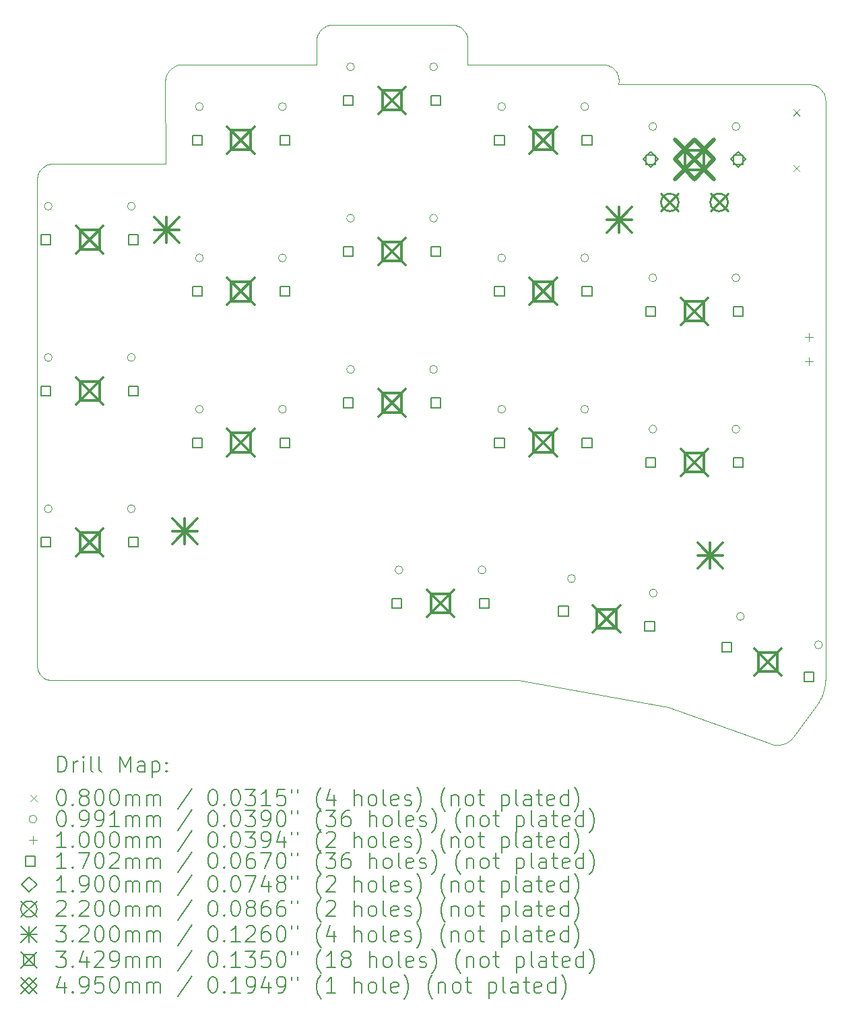
<source format=gbr>
%TF.GenerationSoftware,KiCad,Pcbnew,7.0.9*%
%TF.CreationDate,2023-12-02T05:11:02-05:00*%
%TF.ProjectId,bgkeeb,62676b65-6562-42e6-9b69-6361645f7063,rev?*%
%TF.SameCoordinates,Original*%
%TF.FileFunction,Drillmap*%
%TF.FilePolarity,Positive*%
%FSLAX45Y45*%
G04 Gerber Fmt 4.5, Leading zero omitted, Abs format (unit mm)*
G04 Created by KiCad (PCBNEW 7.0.9) date 2023-12-02 05:11:02*
%MOMM*%
%LPD*%
G01*
G04 APERTURE LIST*
%ADD10C,0.100000*%
%ADD11C,0.200000*%
%ADD12C,0.170180*%
%ADD13C,0.190000*%
%ADD14C,0.220000*%
%ADD15C,0.320000*%
%ADD16C,0.342900*%
%ADD17C,0.495000*%
G04 APERTURE END LIST*
D10*
X8950153Y-3308758D02*
X8950302Y-3298625D01*
X8950954Y-3288556D01*
X8952099Y-3278569D01*
X8953733Y-3268681D01*
X8957082Y-3254070D01*
X8961490Y-3239777D01*
X8966934Y-3225859D01*
X8973389Y-3212373D01*
X8980833Y-3199378D01*
X8986333Y-3191014D01*
X8992256Y-3182911D01*
X8998593Y-3175086D01*
X9005340Y-3167554D01*
X9008864Y-3163904D01*
X9008864Y-3163904D02*
X9016171Y-3156882D01*
X9023785Y-3150261D01*
X9031688Y-3144049D01*
X9039865Y-3138254D01*
X9052605Y-3130356D01*
X9065864Y-3123433D01*
X9079585Y-3117510D01*
X9093711Y-3112611D01*
X9108183Y-3108758D01*
X9117997Y-3106784D01*
X9127922Y-3105292D01*
X9137942Y-3104291D01*
X9148041Y-3103787D01*
X9153114Y-3103724D01*
X7262752Y-3603596D02*
X8953149Y-3603596D01*
X10847989Y-3603596D02*
X12549425Y-3603596D01*
X12691971Y-3663447D02*
X12698812Y-3670780D01*
X12708312Y-3682335D01*
X12716879Y-3694506D01*
X12724489Y-3707235D01*
X12731121Y-3720465D01*
X12736750Y-3734137D01*
X12741354Y-3748194D01*
X12744910Y-3762579D01*
X12747395Y-3777233D01*
X12748787Y-3792099D01*
X12749096Y-3802100D01*
X12749062Y-3807120D01*
X7111298Y-3666501D02*
X7118985Y-3659158D01*
X7126991Y-3652236D01*
X7135300Y-3645742D01*
X7143893Y-3639683D01*
X7152752Y-3634067D01*
X7161860Y-3628901D01*
X7171200Y-3624192D01*
X7180753Y-3619947D01*
X7190502Y-3616175D01*
X7200429Y-3612881D01*
X7210518Y-3610074D01*
X7220749Y-3607762D01*
X7231106Y-3605950D01*
X7241570Y-3604647D01*
X7252125Y-3603860D01*
X7262752Y-3603596D01*
X15144039Y-3853786D02*
X15154512Y-3854050D01*
X15164847Y-3854836D01*
X15175033Y-3856130D01*
X15185055Y-3857920D01*
X15194901Y-3860193D01*
X15204559Y-3862935D01*
X15223258Y-3869778D01*
X15241048Y-3878348D01*
X15257829Y-3888542D01*
X15273497Y-3900257D01*
X15287950Y-3913392D01*
X15301086Y-3927845D01*
X15312803Y-3943512D01*
X15322998Y-3960291D01*
X15331569Y-3978081D01*
X15338413Y-3996780D01*
X15341156Y-4006437D01*
X15343430Y-4016283D01*
X15345220Y-4026305D01*
X15346515Y-4036491D01*
X15347302Y-4046826D01*
X15347567Y-4057299D01*
X7048977Y-3818197D02*
X7049200Y-3807569D01*
X7049947Y-3797011D01*
X7051209Y-3786542D01*
X7052981Y-3776178D01*
X7055254Y-3765938D01*
X7058022Y-3755839D01*
X7061277Y-3745899D01*
X7065012Y-3736135D01*
X7069220Y-3726566D01*
X7073893Y-3717208D01*
X7079024Y-3708080D01*
X7084606Y-3699199D01*
X7090632Y-3690583D01*
X7097094Y-3682250D01*
X7103985Y-3674216D01*
X7111298Y-3666501D01*
X15348092Y-11305960D02*
X15347973Y-11317914D01*
X15347614Y-11329845D01*
X15347017Y-11341750D01*
X15346182Y-11353624D01*
X15345112Y-11365465D01*
X15343806Y-11377270D01*
X15342266Y-11389034D01*
X15340494Y-11400756D01*
X15338490Y-11412430D01*
X15336255Y-11424055D01*
X15333791Y-11435625D01*
X15331098Y-11447140D01*
X15328178Y-11458593D01*
X15325032Y-11469984D01*
X15321661Y-11481307D01*
X15318066Y-11492561D01*
X15314248Y-11503740D01*
X15310208Y-11514843D01*
X15305948Y-11525865D01*
X15301468Y-11536803D01*
X15296770Y-11547655D01*
X15291855Y-11558416D01*
X15286723Y-11569083D01*
X15281377Y-11579653D01*
X15275816Y-11590122D01*
X15270043Y-11600488D01*
X15264058Y-11610746D01*
X15257862Y-11620893D01*
X15251457Y-11630927D01*
X15244843Y-11640843D01*
X15238022Y-11650639D01*
X15230995Y-11660310D01*
X15347567Y-4057299D02*
X15348092Y-11305960D01*
X13369700Y-11671144D02*
X11493656Y-11340182D01*
X11493656Y-11340182D02*
X5629397Y-11340182D01*
X8953149Y-3603596D02*
X8950153Y-3308758D01*
X15230995Y-11660310D02*
X14943860Y-12047265D01*
X12749062Y-3807120D02*
X12748162Y-3853786D01*
X5628385Y-4852218D02*
X7052975Y-4853784D01*
X12748162Y-3853786D02*
X15144039Y-3853786D01*
X14943860Y-12047265D02*
X14937449Y-12055546D01*
X14930749Y-12063505D01*
X14923773Y-12071137D01*
X14916532Y-12078440D01*
X14909039Y-12085409D01*
X14901304Y-12092042D01*
X14893339Y-12098334D01*
X14885156Y-12104283D01*
X14876767Y-12109885D01*
X14868182Y-12115136D01*
X14859415Y-12120032D01*
X14850477Y-12124571D01*
X14841378Y-12128748D01*
X14832132Y-12132561D01*
X14813240Y-12139078D01*
X14793896Y-12144093D01*
X14784084Y-12146029D01*
X14774193Y-12147579D01*
X14764235Y-12148739D01*
X14754223Y-12149507D01*
X14744167Y-12149878D01*
X14734079Y-12149849D01*
X14723972Y-12149417D01*
X14713856Y-12148578D01*
X14703743Y-12147328D01*
X14693646Y-12145664D01*
X14683575Y-12143583D01*
X14673542Y-12141080D01*
X14663559Y-12138153D01*
X14653638Y-12134798D01*
X10792253Y-3163925D02*
X10799203Y-3171305D01*
X10805748Y-3178989D01*
X10811881Y-3186958D01*
X10817595Y-3195196D01*
X10822884Y-3203686D01*
X10830003Y-3216856D01*
X10836126Y-3230497D01*
X10841228Y-3244551D01*
X10845288Y-3258962D01*
X10847403Y-3268738D01*
X10849037Y-3278630D01*
X10850183Y-3288620D01*
X10850835Y-3298693D01*
X10850984Y-3308830D01*
X14653638Y-12134798D02*
X13369700Y-11671144D01*
X10647952Y-3103724D02*
X10658087Y-3103977D01*
X10668152Y-3104730D01*
X10678131Y-3105978D01*
X10688005Y-3107713D01*
X10697760Y-3109927D01*
X10712128Y-3114132D01*
X10726130Y-3119377D01*
X10739708Y-3125638D01*
X10752804Y-3132891D01*
X10761240Y-3138266D01*
X10769420Y-3144063D01*
X10777327Y-3150277D01*
X10784943Y-3156900D01*
X10792253Y-3163925D01*
X5629397Y-11340182D02*
X5610068Y-11339207D01*
X5591295Y-11336347D01*
X5573173Y-11331696D01*
X5555798Y-11325349D01*
X5539263Y-11317400D01*
X5523664Y-11307943D01*
X5509095Y-11297074D01*
X5495652Y-11284887D01*
X5483429Y-11271477D01*
X5472521Y-11256937D01*
X5463023Y-11241363D01*
X5455029Y-11224850D01*
X5448636Y-11207491D01*
X5443936Y-11189382D01*
X5441026Y-11170617D01*
X5440000Y-11151291D01*
X5440000Y-11151291D02*
X5440000Y-5040890D01*
X5440000Y-5040890D02*
X5440484Y-5026881D01*
X5441998Y-5013030D01*
X5444519Y-4999390D01*
X5448026Y-4986012D01*
X5452498Y-4972951D01*
X5457913Y-4960258D01*
X5464249Y-4947985D01*
X5471484Y-4936186D01*
X5479597Y-4924912D01*
X5488567Y-4914216D01*
X5495012Y-4907432D01*
X5495012Y-4907432D02*
X5505278Y-4897888D01*
X5516159Y-4889185D01*
X5527602Y-4881345D01*
X5539555Y-4874389D01*
X5551964Y-4868339D01*
X5564778Y-4863216D01*
X5577944Y-4859043D01*
X5591410Y-4855842D01*
X5605123Y-4853633D01*
X5619031Y-4852439D01*
X5628385Y-4852218D01*
X12549425Y-3603596D02*
X12559451Y-3603847D01*
X12574353Y-3605157D01*
X12589040Y-3607564D01*
X12603457Y-3611044D01*
X12617545Y-3615574D01*
X12631247Y-3621130D01*
X12644506Y-3627686D01*
X12657266Y-3635220D01*
X12669468Y-3643708D01*
X12681055Y-3653125D01*
X12688411Y-3659907D01*
X12691971Y-3663447D01*
X10850984Y-3308830D02*
X10847989Y-3603596D01*
X9153114Y-3103724D02*
X10647952Y-3103724D01*
X7052975Y-4853784D02*
X7048977Y-3818197D01*
D11*
D10*
X14944039Y-4163940D02*
X15024039Y-4243940D01*
X15024039Y-4163940D02*
X14944039Y-4243940D01*
X14944039Y-4863940D02*
X15024039Y-4943940D01*
X15024039Y-4863940D02*
X14944039Y-4943940D01*
X14945179Y-4166780D02*
X15025179Y-4246780D01*
X15025179Y-4166780D02*
X14945179Y-4246780D01*
X14945179Y-4866780D02*
X15025179Y-4946780D01*
X15025179Y-4866780D02*
X14945179Y-4946780D01*
X5627289Y-9182649D02*
G75*
G03*
X5627289Y-9182649I-49530J0D01*
G01*
X5627289Y-5382649D02*
G75*
G03*
X5627289Y-5382649I-49530J0D01*
G01*
X5627289Y-7282649D02*
G75*
G03*
X5627289Y-7282649I-49530J0D01*
G01*
X6671289Y-9182649D02*
G75*
G03*
X6671289Y-9182649I-49530J0D01*
G01*
X6671289Y-5382649D02*
G75*
G03*
X6671289Y-5382649I-49530J0D01*
G01*
X6671289Y-7282649D02*
G75*
G03*
X6671289Y-7282649I-49530J0D01*
G01*
X7527289Y-7932649D02*
G75*
G03*
X7527289Y-7932649I-49530J0D01*
G01*
X7527289Y-4132649D02*
G75*
G03*
X7527289Y-4132649I-49530J0D01*
G01*
X7527289Y-6032649D02*
G75*
G03*
X7527289Y-6032649I-49530J0D01*
G01*
X8571289Y-7932649D02*
G75*
G03*
X8571289Y-7932649I-49530J0D01*
G01*
X8571289Y-4132649D02*
G75*
G03*
X8571289Y-4132649I-49530J0D01*
G01*
X8571289Y-6032649D02*
G75*
G03*
X8571289Y-6032649I-49530J0D01*
G01*
X9427289Y-7432649D02*
G75*
G03*
X9427289Y-7432649I-49530J0D01*
G01*
X9427289Y-3632649D02*
G75*
G03*
X9427289Y-3632649I-49530J0D01*
G01*
X9427289Y-5532649D02*
G75*
G03*
X9427289Y-5532649I-49530J0D01*
G01*
X10035389Y-9951440D02*
G75*
G03*
X10035389Y-9951440I-49530J0D01*
G01*
X10471289Y-7432649D02*
G75*
G03*
X10471289Y-7432649I-49530J0D01*
G01*
X10471289Y-3632649D02*
G75*
G03*
X10471289Y-3632649I-49530J0D01*
G01*
X10471289Y-5532649D02*
G75*
G03*
X10471289Y-5532649I-49530J0D01*
G01*
X11079389Y-9951440D02*
G75*
G03*
X11079389Y-9951440I-49530J0D01*
G01*
X11327289Y-4132649D02*
G75*
G03*
X11327289Y-4132649I-49530J0D01*
G01*
X11327289Y-6032649D02*
G75*
G03*
X11327289Y-6032649I-49530J0D01*
G01*
X11327289Y-7932649D02*
G75*
G03*
X11327289Y-7932649I-49530J0D01*
G01*
X12204760Y-10059812D02*
G75*
G03*
X12204760Y-10059812I-49530J0D01*
G01*
X12371289Y-4132649D02*
G75*
G03*
X12371289Y-4132649I-49530J0D01*
G01*
X12371289Y-6032649D02*
G75*
G03*
X12371289Y-6032649I-49530J0D01*
G01*
X12371289Y-7932649D02*
G75*
G03*
X12371289Y-7932649I-49530J0D01*
G01*
X13227288Y-4382649D02*
G75*
G03*
X13227288Y-4382649I-49530J0D01*
G01*
X13227288Y-6282649D02*
G75*
G03*
X13227288Y-6282649I-49530J0D01*
G01*
X13227288Y-8182649D02*
G75*
G03*
X13227288Y-8182649I-49530J0D01*
G01*
X13232899Y-10241101D02*
G75*
G03*
X13232899Y-10241101I-49530J0D01*
G01*
X14271288Y-4382649D02*
G75*
G03*
X14271288Y-4382649I-49530J0D01*
G01*
X14271288Y-6282649D02*
G75*
G03*
X14271288Y-6282649I-49530J0D01*
G01*
X14271288Y-8182649D02*
G75*
G03*
X14271288Y-8182649I-49530J0D01*
G01*
X14327470Y-10534390D02*
G75*
G03*
X14327470Y-10534390I-49530J0D01*
G01*
X15308509Y-10891459D02*
G75*
G03*
X15308509Y-10891459I-49530J0D01*
G01*
X15141579Y-6978120D02*
X15141579Y-7078120D01*
X15091579Y-7028120D02*
X15191579Y-7028120D01*
X15141579Y-7278120D02*
X15141579Y-7378120D01*
X15091579Y-7328120D02*
X15191579Y-7328120D01*
D12*
X5609927Y-9662817D02*
X5609927Y-9542480D01*
X5489591Y-9542480D01*
X5489591Y-9662817D01*
X5609927Y-9662817D01*
X5609927Y-5862817D02*
X5609927Y-5742480D01*
X5489591Y-5742480D01*
X5489591Y-5862817D01*
X5609927Y-5862817D01*
X5609927Y-7762817D02*
X5609927Y-7642480D01*
X5489591Y-7642480D01*
X5489591Y-7762817D01*
X5609927Y-7762817D01*
X6709927Y-9662817D02*
X6709927Y-9542480D01*
X6589590Y-9542480D01*
X6589590Y-9662817D01*
X6709927Y-9662817D01*
X6709927Y-5862817D02*
X6709927Y-5742480D01*
X6589591Y-5742480D01*
X6589591Y-5862817D01*
X6709927Y-5862817D01*
X6709927Y-7762817D02*
X6709927Y-7642480D01*
X6589591Y-7642480D01*
X6589591Y-7762817D01*
X6709927Y-7762817D01*
X7509927Y-8412817D02*
X7509927Y-8292480D01*
X7389590Y-8292480D01*
X7389590Y-8412817D01*
X7509927Y-8412817D01*
X7509927Y-4612817D02*
X7509927Y-4492481D01*
X7389590Y-4492481D01*
X7389590Y-4612817D01*
X7509927Y-4612817D01*
X7509927Y-6512817D02*
X7509927Y-6392480D01*
X7389590Y-6392480D01*
X7389590Y-6512817D01*
X7509927Y-6512817D01*
X8609927Y-8412817D02*
X8609927Y-8292480D01*
X8489590Y-8292480D01*
X8489590Y-8412817D01*
X8609927Y-8412817D01*
X8609927Y-4612817D02*
X8609927Y-4492481D01*
X8489591Y-4492481D01*
X8489591Y-4612817D01*
X8609927Y-4612817D01*
X8609927Y-6512817D02*
X8609927Y-6392480D01*
X8489591Y-6392480D01*
X8489591Y-6512817D01*
X8609927Y-6512817D01*
X9409927Y-7912817D02*
X9409927Y-7792480D01*
X9289590Y-7792480D01*
X9289590Y-7912817D01*
X9409927Y-7912817D01*
X9409927Y-4112817D02*
X9409927Y-3992480D01*
X9289590Y-3992480D01*
X9289590Y-4112817D01*
X9409927Y-4112817D01*
X9409927Y-6012817D02*
X9409927Y-5892480D01*
X9289590Y-5892480D01*
X9289590Y-6012817D01*
X9409927Y-6012817D01*
X10018028Y-10431609D02*
X10018028Y-10311272D01*
X9897691Y-10311272D01*
X9897691Y-10431609D01*
X10018028Y-10431609D01*
X10509927Y-7912817D02*
X10509927Y-7792480D01*
X10389590Y-7792480D01*
X10389590Y-7912817D01*
X10509927Y-7912817D01*
X10509927Y-4112817D02*
X10509927Y-3992480D01*
X10389590Y-3992480D01*
X10389590Y-4112817D01*
X10509927Y-4112817D01*
X10509927Y-6012817D02*
X10509927Y-5892480D01*
X10389590Y-5892480D01*
X10389590Y-6012817D01*
X10509927Y-6012817D01*
X11118028Y-10431609D02*
X11118028Y-10311272D01*
X10997691Y-10311272D01*
X10997691Y-10431609D01*
X11118028Y-10431609D01*
X11309927Y-4612817D02*
X11309927Y-4492481D01*
X11189590Y-4492481D01*
X11189590Y-4612817D01*
X11309927Y-4612817D01*
X11309927Y-6512817D02*
X11309927Y-6392480D01*
X11189590Y-6392480D01*
X11189590Y-6512817D01*
X11309927Y-6512817D01*
X11309927Y-8412817D02*
X11309927Y-8292480D01*
X11189590Y-8292480D01*
X11189590Y-8412817D01*
X11309927Y-8412817D01*
X12114891Y-10528737D02*
X12114891Y-10408401D01*
X11994555Y-10408401D01*
X11994555Y-10528737D01*
X12114891Y-10528737D01*
X12409927Y-4612817D02*
X12409927Y-4492481D01*
X12289590Y-4492481D01*
X12289590Y-4612817D01*
X12409927Y-4612817D01*
X12409927Y-6512817D02*
X12409927Y-6392480D01*
X12289590Y-6392480D01*
X12289590Y-6512817D01*
X12409927Y-6512817D01*
X12409927Y-8412817D02*
X12409927Y-8292480D01*
X12289590Y-8292480D01*
X12289590Y-8412817D01*
X12409927Y-8412817D01*
X13198180Y-10719750D02*
X13198180Y-10599414D01*
X13077843Y-10599414D01*
X13077843Y-10719750D01*
X13198180Y-10719750D01*
X13209927Y-4862817D02*
X13209927Y-4742481D01*
X13089590Y-4742481D01*
X13089590Y-4862817D01*
X13209927Y-4862817D01*
X13209927Y-6762817D02*
X13209927Y-6642480D01*
X13089590Y-6642480D01*
X13089590Y-6762817D01*
X13209927Y-6762817D01*
X13209927Y-8662817D02*
X13209927Y-8542480D01*
X13089590Y-8542480D01*
X13089590Y-8662817D01*
X13209927Y-8662817D01*
X14168149Y-10979653D02*
X14168149Y-10859316D01*
X14047812Y-10859316D01*
X14047812Y-10979653D01*
X14168149Y-10979653D01*
X14309927Y-4862817D02*
X14309927Y-4742481D01*
X14189590Y-4742481D01*
X14189590Y-4862817D01*
X14309927Y-4862817D01*
X14309927Y-6762817D02*
X14309927Y-6642480D01*
X14189590Y-6642480D01*
X14189590Y-6762817D01*
X14309927Y-6762817D01*
X14309927Y-8662817D02*
X14309927Y-8542480D01*
X14189590Y-8542480D01*
X14189590Y-8662817D01*
X14309927Y-8662817D01*
X15201811Y-11355875D02*
X15201811Y-11235538D01*
X15081474Y-11235538D01*
X15081474Y-11355875D01*
X15201811Y-11355875D01*
D13*
X13150959Y-4890160D02*
X13245959Y-4795160D01*
X13150959Y-4700160D01*
X13055959Y-4795160D01*
X13150959Y-4890160D01*
X14250959Y-4890160D02*
X14345959Y-4795160D01*
X14250959Y-4700160D01*
X14155959Y-4795160D01*
X14250959Y-4890160D01*
D14*
X13280959Y-5225160D02*
X13500959Y-5445160D01*
X13500959Y-5225160D02*
X13280959Y-5445160D01*
X13500959Y-5335160D02*
G75*
G03*
X13500959Y-5335160I-110000J0D01*
G01*
X13900959Y-5225160D02*
X14120959Y-5445160D01*
X14120959Y-5225160D02*
X13900959Y-5445160D01*
X14120959Y-5335160D02*
G75*
G03*
X14120959Y-5335160I-110000J0D01*
G01*
D15*
X6906859Y-5522240D02*
X7226859Y-5842240D01*
X7226859Y-5522240D02*
X6906859Y-5842240D01*
X7066859Y-5522240D02*
X7066859Y-5842240D01*
X6906859Y-5682240D02*
X7226859Y-5682240D01*
X7135459Y-9306840D02*
X7455459Y-9626840D01*
X7455459Y-9306840D02*
X7135459Y-9626840D01*
X7295459Y-9306840D02*
X7295459Y-9626840D01*
X7135459Y-9466840D02*
X7455459Y-9466840D01*
X12596459Y-5395240D02*
X12916459Y-5715240D01*
X12916459Y-5395240D02*
X12596459Y-5715240D01*
X12756459Y-5395240D02*
X12756459Y-5715240D01*
X12596459Y-5555240D02*
X12916459Y-5555240D01*
X13739459Y-9611640D02*
X14059459Y-9931640D01*
X14059459Y-9611640D02*
X13739459Y-9931640D01*
X13899459Y-9611640D02*
X13899459Y-9931640D01*
X13739459Y-9771640D02*
X14059459Y-9771640D01*
D16*
X5928309Y-9431199D02*
X6271209Y-9774099D01*
X6271209Y-9431199D02*
X5928309Y-9774099D01*
X6220993Y-9723883D02*
X6220993Y-9481414D01*
X5978524Y-9481414D01*
X5978524Y-9723883D01*
X6220993Y-9723883D01*
X5928309Y-5631199D02*
X6271209Y-5974099D01*
X6271209Y-5631199D02*
X5928309Y-5974099D01*
X6220993Y-5923883D02*
X6220993Y-5681414D01*
X5978524Y-5681414D01*
X5978524Y-5923883D01*
X6220993Y-5923883D01*
X5928309Y-7531199D02*
X6271209Y-7874099D01*
X6271209Y-7531199D02*
X5928309Y-7874099D01*
X6220993Y-7823883D02*
X6220993Y-7581414D01*
X5978524Y-7581414D01*
X5978524Y-7823883D01*
X6220993Y-7823883D01*
X7828309Y-8181199D02*
X8171209Y-8524099D01*
X8171209Y-8181199D02*
X7828309Y-8524099D01*
X8120993Y-8473883D02*
X8120993Y-8231414D01*
X7878524Y-8231414D01*
X7878524Y-8473883D01*
X8120993Y-8473883D01*
X7828309Y-4381199D02*
X8171209Y-4724099D01*
X8171209Y-4381199D02*
X7828309Y-4724099D01*
X8120993Y-4673883D02*
X8120993Y-4431414D01*
X7878524Y-4431414D01*
X7878524Y-4673883D01*
X8120993Y-4673883D01*
X7828309Y-6281199D02*
X8171209Y-6624099D01*
X8171209Y-6281199D02*
X7828309Y-6624099D01*
X8120993Y-6573883D02*
X8120993Y-6331414D01*
X7878524Y-6331414D01*
X7878524Y-6573883D01*
X8120993Y-6573883D01*
X9728309Y-7681199D02*
X10071209Y-8024099D01*
X10071209Y-7681199D02*
X9728309Y-8024099D01*
X10020993Y-7973883D02*
X10020993Y-7731414D01*
X9778524Y-7731414D01*
X9778524Y-7973883D01*
X10020993Y-7973883D01*
X9728309Y-3881199D02*
X10071209Y-4224099D01*
X10071209Y-3881199D02*
X9728309Y-4224099D01*
X10020993Y-4173883D02*
X10020993Y-3931414D01*
X9778524Y-3931414D01*
X9778524Y-4173883D01*
X10020993Y-4173883D01*
X9728309Y-5781199D02*
X10071209Y-6124099D01*
X10071209Y-5781199D02*
X9728309Y-6124099D01*
X10020993Y-6073883D02*
X10020993Y-5831414D01*
X9778524Y-5831414D01*
X9778524Y-6073883D01*
X10020993Y-6073883D01*
X10336409Y-10199990D02*
X10679309Y-10542890D01*
X10679309Y-10199990D02*
X10336409Y-10542890D01*
X10629094Y-10492675D02*
X10629094Y-10250206D01*
X10386625Y-10250206D01*
X10386625Y-10492675D01*
X10629094Y-10492675D01*
X11628309Y-4381199D02*
X11971209Y-4724099D01*
X11971209Y-4381199D02*
X11628309Y-4724099D01*
X11920993Y-4673883D02*
X11920993Y-4431414D01*
X11678524Y-4431414D01*
X11678524Y-4673883D01*
X11920993Y-4673883D01*
X11628309Y-6281199D02*
X11971209Y-6624099D01*
X11971209Y-6281199D02*
X11628309Y-6624099D01*
X11920993Y-6573883D02*
X11920993Y-6331414D01*
X11678524Y-6331414D01*
X11678524Y-6573883D01*
X11920993Y-6573883D01*
X11628309Y-8181199D02*
X11971209Y-8524099D01*
X11971209Y-8181199D02*
X11628309Y-8524099D01*
X11920993Y-8473883D02*
X11920993Y-8231414D01*
X11678524Y-8231414D01*
X11678524Y-8473883D01*
X11920993Y-8473883D01*
X12424917Y-10392626D02*
X12767817Y-10735526D01*
X12767817Y-10392626D02*
X12424917Y-10735526D01*
X12717602Y-10685310D02*
X12717602Y-10442841D01*
X12475133Y-10442841D01*
X12475133Y-10685310D01*
X12717602Y-10685310D01*
X13528308Y-4631199D02*
X13871208Y-4974099D01*
X13871208Y-4631199D02*
X13528308Y-4974099D01*
X13820993Y-4923884D02*
X13820993Y-4681414D01*
X13578524Y-4681414D01*
X13578524Y-4923884D01*
X13820993Y-4923884D01*
X13528308Y-6531199D02*
X13871208Y-6874099D01*
X13871208Y-6531199D02*
X13528308Y-6874099D01*
X13820993Y-6823883D02*
X13820993Y-6581414D01*
X13578524Y-6581414D01*
X13578524Y-6823883D01*
X13820993Y-6823883D01*
X13528308Y-8431199D02*
X13871208Y-8774099D01*
X13871208Y-8431199D02*
X13528308Y-8774099D01*
X13820993Y-8723883D02*
X13820993Y-8481414D01*
X13578524Y-8481414D01*
X13578524Y-8723883D01*
X13820993Y-8723883D01*
X14453361Y-10936146D02*
X14796261Y-11279046D01*
X14796261Y-10936146D02*
X14453361Y-11279046D01*
X14746046Y-11228830D02*
X14746046Y-10986361D01*
X14503577Y-10986361D01*
X14503577Y-11228830D01*
X14746046Y-11228830D01*
D17*
X13453459Y-4547660D02*
X13948459Y-5042660D01*
X13948459Y-4547660D02*
X13453459Y-5042660D01*
X13700959Y-5042660D02*
X13948459Y-4795160D01*
X13700959Y-4547660D01*
X13453459Y-4795160D01*
X13700959Y-5042660D01*
D11*
X5695643Y-12489365D02*
X5695643Y-12289365D01*
X5695643Y-12289365D02*
X5743262Y-12289365D01*
X5743262Y-12289365D02*
X5771833Y-12298889D01*
X5771833Y-12298889D02*
X5790881Y-12317936D01*
X5790881Y-12317936D02*
X5800405Y-12336984D01*
X5800405Y-12336984D02*
X5809929Y-12375079D01*
X5809929Y-12375079D02*
X5809929Y-12403650D01*
X5809929Y-12403650D02*
X5800405Y-12441746D01*
X5800405Y-12441746D02*
X5790881Y-12460793D01*
X5790881Y-12460793D02*
X5771833Y-12479841D01*
X5771833Y-12479841D02*
X5743262Y-12489365D01*
X5743262Y-12489365D02*
X5695643Y-12489365D01*
X5895643Y-12489365D02*
X5895643Y-12356031D01*
X5895643Y-12394127D02*
X5905167Y-12375079D01*
X5905167Y-12375079D02*
X5914690Y-12365555D01*
X5914690Y-12365555D02*
X5933738Y-12356031D01*
X5933738Y-12356031D02*
X5952786Y-12356031D01*
X6019452Y-12489365D02*
X6019452Y-12356031D01*
X6019452Y-12289365D02*
X6009929Y-12298889D01*
X6009929Y-12298889D02*
X6019452Y-12308412D01*
X6019452Y-12308412D02*
X6028976Y-12298889D01*
X6028976Y-12298889D02*
X6019452Y-12289365D01*
X6019452Y-12289365D02*
X6019452Y-12308412D01*
X6143262Y-12489365D02*
X6124214Y-12479841D01*
X6124214Y-12479841D02*
X6114690Y-12460793D01*
X6114690Y-12460793D02*
X6114690Y-12289365D01*
X6248024Y-12489365D02*
X6228976Y-12479841D01*
X6228976Y-12479841D02*
X6219452Y-12460793D01*
X6219452Y-12460793D02*
X6219452Y-12289365D01*
X6476595Y-12489365D02*
X6476595Y-12289365D01*
X6476595Y-12289365D02*
X6543262Y-12432222D01*
X6543262Y-12432222D02*
X6609929Y-12289365D01*
X6609929Y-12289365D02*
X6609929Y-12489365D01*
X6790881Y-12489365D02*
X6790881Y-12384603D01*
X6790881Y-12384603D02*
X6781357Y-12365555D01*
X6781357Y-12365555D02*
X6762310Y-12356031D01*
X6762310Y-12356031D02*
X6724214Y-12356031D01*
X6724214Y-12356031D02*
X6705167Y-12365555D01*
X6790881Y-12479841D02*
X6771833Y-12489365D01*
X6771833Y-12489365D02*
X6724214Y-12489365D01*
X6724214Y-12489365D02*
X6705167Y-12479841D01*
X6705167Y-12479841D02*
X6695643Y-12460793D01*
X6695643Y-12460793D02*
X6695643Y-12441746D01*
X6695643Y-12441746D02*
X6705167Y-12422698D01*
X6705167Y-12422698D02*
X6724214Y-12413174D01*
X6724214Y-12413174D02*
X6771833Y-12413174D01*
X6771833Y-12413174D02*
X6790881Y-12403650D01*
X6886119Y-12356031D02*
X6886119Y-12556031D01*
X6886119Y-12365555D02*
X6905167Y-12356031D01*
X6905167Y-12356031D02*
X6943262Y-12356031D01*
X6943262Y-12356031D02*
X6962310Y-12365555D01*
X6962310Y-12365555D02*
X6971833Y-12375079D01*
X6971833Y-12375079D02*
X6981357Y-12394127D01*
X6981357Y-12394127D02*
X6981357Y-12451269D01*
X6981357Y-12451269D02*
X6971833Y-12470317D01*
X6971833Y-12470317D02*
X6962310Y-12479841D01*
X6962310Y-12479841D02*
X6943262Y-12489365D01*
X6943262Y-12489365D02*
X6905167Y-12489365D01*
X6905167Y-12489365D02*
X6886119Y-12479841D01*
X7067071Y-12470317D02*
X7076595Y-12479841D01*
X7076595Y-12479841D02*
X7067071Y-12489365D01*
X7067071Y-12489365D02*
X7057548Y-12479841D01*
X7057548Y-12479841D02*
X7067071Y-12470317D01*
X7067071Y-12470317D02*
X7067071Y-12489365D01*
X7067071Y-12365555D02*
X7076595Y-12375079D01*
X7076595Y-12375079D02*
X7067071Y-12384603D01*
X7067071Y-12384603D02*
X7057548Y-12375079D01*
X7057548Y-12375079D02*
X7067071Y-12365555D01*
X7067071Y-12365555D02*
X7067071Y-12384603D01*
D10*
X5354866Y-12777881D02*
X5434866Y-12857881D01*
X5434866Y-12777881D02*
X5354866Y-12857881D01*
D11*
X5733738Y-12709365D02*
X5752786Y-12709365D01*
X5752786Y-12709365D02*
X5771833Y-12718889D01*
X5771833Y-12718889D02*
X5781357Y-12728412D01*
X5781357Y-12728412D02*
X5790881Y-12747460D01*
X5790881Y-12747460D02*
X5800405Y-12785555D01*
X5800405Y-12785555D02*
X5800405Y-12833174D01*
X5800405Y-12833174D02*
X5790881Y-12871269D01*
X5790881Y-12871269D02*
X5781357Y-12890317D01*
X5781357Y-12890317D02*
X5771833Y-12899841D01*
X5771833Y-12899841D02*
X5752786Y-12909365D01*
X5752786Y-12909365D02*
X5733738Y-12909365D01*
X5733738Y-12909365D02*
X5714690Y-12899841D01*
X5714690Y-12899841D02*
X5705167Y-12890317D01*
X5705167Y-12890317D02*
X5695643Y-12871269D01*
X5695643Y-12871269D02*
X5686119Y-12833174D01*
X5686119Y-12833174D02*
X5686119Y-12785555D01*
X5686119Y-12785555D02*
X5695643Y-12747460D01*
X5695643Y-12747460D02*
X5705167Y-12728412D01*
X5705167Y-12728412D02*
X5714690Y-12718889D01*
X5714690Y-12718889D02*
X5733738Y-12709365D01*
X5886119Y-12890317D02*
X5895643Y-12899841D01*
X5895643Y-12899841D02*
X5886119Y-12909365D01*
X5886119Y-12909365D02*
X5876595Y-12899841D01*
X5876595Y-12899841D02*
X5886119Y-12890317D01*
X5886119Y-12890317D02*
X5886119Y-12909365D01*
X6009929Y-12795079D02*
X5990881Y-12785555D01*
X5990881Y-12785555D02*
X5981357Y-12776031D01*
X5981357Y-12776031D02*
X5971833Y-12756984D01*
X5971833Y-12756984D02*
X5971833Y-12747460D01*
X5971833Y-12747460D02*
X5981357Y-12728412D01*
X5981357Y-12728412D02*
X5990881Y-12718889D01*
X5990881Y-12718889D02*
X6009929Y-12709365D01*
X6009929Y-12709365D02*
X6048024Y-12709365D01*
X6048024Y-12709365D02*
X6067071Y-12718889D01*
X6067071Y-12718889D02*
X6076595Y-12728412D01*
X6076595Y-12728412D02*
X6086119Y-12747460D01*
X6086119Y-12747460D02*
X6086119Y-12756984D01*
X6086119Y-12756984D02*
X6076595Y-12776031D01*
X6076595Y-12776031D02*
X6067071Y-12785555D01*
X6067071Y-12785555D02*
X6048024Y-12795079D01*
X6048024Y-12795079D02*
X6009929Y-12795079D01*
X6009929Y-12795079D02*
X5990881Y-12804603D01*
X5990881Y-12804603D02*
X5981357Y-12814127D01*
X5981357Y-12814127D02*
X5971833Y-12833174D01*
X5971833Y-12833174D02*
X5971833Y-12871269D01*
X5971833Y-12871269D02*
X5981357Y-12890317D01*
X5981357Y-12890317D02*
X5990881Y-12899841D01*
X5990881Y-12899841D02*
X6009929Y-12909365D01*
X6009929Y-12909365D02*
X6048024Y-12909365D01*
X6048024Y-12909365D02*
X6067071Y-12899841D01*
X6067071Y-12899841D02*
X6076595Y-12890317D01*
X6076595Y-12890317D02*
X6086119Y-12871269D01*
X6086119Y-12871269D02*
X6086119Y-12833174D01*
X6086119Y-12833174D02*
X6076595Y-12814127D01*
X6076595Y-12814127D02*
X6067071Y-12804603D01*
X6067071Y-12804603D02*
X6048024Y-12795079D01*
X6209929Y-12709365D02*
X6228976Y-12709365D01*
X6228976Y-12709365D02*
X6248024Y-12718889D01*
X6248024Y-12718889D02*
X6257548Y-12728412D01*
X6257548Y-12728412D02*
X6267071Y-12747460D01*
X6267071Y-12747460D02*
X6276595Y-12785555D01*
X6276595Y-12785555D02*
X6276595Y-12833174D01*
X6276595Y-12833174D02*
X6267071Y-12871269D01*
X6267071Y-12871269D02*
X6257548Y-12890317D01*
X6257548Y-12890317D02*
X6248024Y-12899841D01*
X6248024Y-12899841D02*
X6228976Y-12909365D01*
X6228976Y-12909365D02*
X6209929Y-12909365D01*
X6209929Y-12909365D02*
X6190881Y-12899841D01*
X6190881Y-12899841D02*
X6181357Y-12890317D01*
X6181357Y-12890317D02*
X6171833Y-12871269D01*
X6171833Y-12871269D02*
X6162310Y-12833174D01*
X6162310Y-12833174D02*
X6162310Y-12785555D01*
X6162310Y-12785555D02*
X6171833Y-12747460D01*
X6171833Y-12747460D02*
X6181357Y-12728412D01*
X6181357Y-12728412D02*
X6190881Y-12718889D01*
X6190881Y-12718889D02*
X6209929Y-12709365D01*
X6400405Y-12709365D02*
X6419452Y-12709365D01*
X6419452Y-12709365D02*
X6438500Y-12718889D01*
X6438500Y-12718889D02*
X6448024Y-12728412D01*
X6448024Y-12728412D02*
X6457548Y-12747460D01*
X6457548Y-12747460D02*
X6467071Y-12785555D01*
X6467071Y-12785555D02*
X6467071Y-12833174D01*
X6467071Y-12833174D02*
X6457548Y-12871269D01*
X6457548Y-12871269D02*
X6448024Y-12890317D01*
X6448024Y-12890317D02*
X6438500Y-12899841D01*
X6438500Y-12899841D02*
X6419452Y-12909365D01*
X6419452Y-12909365D02*
X6400405Y-12909365D01*
X6400405Y-12909365D02*
X6381357Y-12899841D01*
X6381357Y-12899841D02*
X6371833Y-12890317D01*
X6371833Y-12890317D02*
X6362310Y-12871269D01*
X6362310Y-12871269D02*
X6352786Y-12833174D01*
X6352786Y-12833174D02*
X6352786Y-12785555D01*
X6352786Y-12785555D02*
X6362310Y-12747460D01*
X6362310Y-12747460D02*
X6371833Y-12728412D01*
X6371833Y-12728412D02*
X6381357Y-12718889D01*
X6381357Y-12718889D02*
X6400405Y-12709365D01*
X6552786Y-12909365D02*
X6552786Y-12776031D01*
X6552786Y-12795079D02*
X6562310Y-12785555D01*
X6562310Y-12785555D02*
X6581357Y-12776031D01*
X6581357Y-12776031D02*
X6609929Y-12776031D01*
X6609929Y-12776031D02*
X6628976Y-12785555D01*
X6628976Y-12785555D02*
X6638500Y-12804603D01*
X6638500Y-12804603D02*
X6638500Y-12909365D01*
X6638500Y-12804603D02*
X6648024Y-12785555D01*
X6648024Y-12785555D02*
X6667071Y-12776031D01*
X6667071Y-12776031D02*
X6695643Y-12776031D01*
X6695643Y-12776031D02*
X6714691Y-12785555D01*
X6714691Y-12785555D02*
X6724214Y-12804603D01*
X6724214Y-12804603D02*
X6724214Y-12909365D01*
X6819452Y-12909365D02*
X6819452Y-12776031D01*
X6819452Y-12795079D02*
X6828976Y-12785555D01*
X6828976Y-12785555D02*
X6848024Y-12776031D01*
X6848024Y-12776031D02*
X6876595Y-12776031D01*
X6876595Y-12776031D02*
X6895643Y-12785555D01*
X6895643Y-12785555D02*
X6905167Y-12804603D01*
X6905167Y-12804603D02*
X6905167Y-12909365D01*
X6905167Y-12804603D02*
X6914691Y-12785555D01*
X6914691Y-12785555D02*
X6933738Y-12776031D01*
X6933738Y-12776031D02*
X6962310Y-12776031D01*
X6962310Y-12776031D02*
X6981357Y-12785555D01*
X6981357Y-12785555D02*
X6990881Y-12804603D01*
X6990881Y-12804603D02*
X6990881Y-12909365D01*
X7381357Y-12699841D02*
X7209929Y-12956984D01*
X7638500Y-12709365D02*
X7657548Y-12709365D01*
X7657548Y-12709365D02*
X7676595Y-12718889D01*
X7676595Y-12718889D02*
X7686119Y-12728412D01*
X7686119Y-12728412D02*
X7695643Y-12747460D01*
X7695643Y-12747460D02*
X7705167Y-12785555D01*
X7705167Y-12785555D02*
X7705167Y-12833174D01*
X7705167Y-12833174D02*
X7695643Y-12871269D01*
X7695643Y-12871269D02*
X7686119Y-12890317D01*
X7686119Y-12890317D02*
X7676595Y-12899841D01*
X7676595Y-12899841D02*
X7657548Y-12909365D01*
X7657548Y-12909365D02*
X7638500Y-12909365D01*
X7638500Y-12909365D02*
X7619453Y-12899841D01*
X7619453Y-12899841D02*
X7609929Y-12890317D01*
X7609929Y-12890317D02*
X7600405Y-12871269D01*
X7600405Y-12871269D02*
X7590881Y-12833174D01*
X7590881Y-12833174D02*
X7590881Y-12785555D01*
X7590881Y-12785555D02*
X7600405Y-12747460D01*
X7600405Y-12747460D02*
X7609929Y-12728412D01*
X7609929Y-12728412D02*
X7619453Y-12718889D01*
X7619453Y-12718889D02*
X7638500Y-12709365D01*
X7790881Y-12890317D02*
X7800405Y-12899841D01*
X7800405Y-12899841D02*
X7790881Y-12909365D01*
X7790881Y-12909365D02*
X7781357Y-12899841D01*
X7781357Y-12899841D02*
X7790881Y-12890317D01*
X7790881Y-12890317D02*
X7790881Y-12909365D01*
X7924214Y-12709365D02*
X7943262Y-12709365D01*
X7943262Y-12709365D02*
X7962310Y-12718889D01*
X7962310Y-12718889D02*
X7971834Y-12728412D01*
X7971834Y-12728412D02*
X7981357Y-12747460D01*
X7981357Y-12747460D02*
X7990881Y-12785555D01*
X7990881Y-12785555D02*
X7990881Y-12833174D01*
X7990881Y-12833174D02*
X7981357Y-12871269D01*
X7981357Y-12871269D02*
X7971834Y-12890317D01*
X7971834Y-12890317D02*
X7962310Y-12899841D01*
X7962310Y-12899841D02*
X7943262Y-12909365D01*
X7943262Y-12909365D02*
X7924214Y-12909365D01*
X7924214Y-12909365D02*
X7905167Y-12899841D01*
X7905167Y-12899841D02*
X7895643Y-12890317D01*
X7895643Y-12890317D02*
X7886119Y-12871269D01*
X7886119Y-12871269D02*
X7876595Y-12833174D01*
X7876595Y-12833174D02*
X7876595Y-12785555D01*
X7876595Y-12785555D02*
X7886119Y-12747460D01*
X7886119Y-12747460D02*
X7895643Y-12728412D01*
X7895643Y-12728412D02*
X7905167Y-12718889D01*
X7905167Y-12718889D02*
X7924214Y-12709365D01*
X8057548Y-12709365D02*
X8181357Y-12709365D01*
X8181357Y-12709365D02*
X8114691Y-12785555D01*
X8114691Y-12785555D02*
X8143262Y-12785555D01*
X8143262Y-12785555D02*
X8162310Y-12795079D01*
X8162310Y-12795079D02*
X8171834Y-12804603D01*
X8171834Y-12804603D02*
X8181357Y-12823650D01*
X8181357Y-12823650D02*
X8181357Y-12871269D01*
X8181357Y-12871269D02*
X8171834Y-12890317D01*
X8171834Y-12890317D02*
X8162310Y-12899841D01*
X8162310Y-12899841D02*
X8143262Y-12909365D01*
X8143262Y-12909365D02*
X8086119Y-12909365D01*
X8086119Y-12909365D02*
X8067072Y-12899841D01*
X8067072Y-12899841D02*
X8057548Y-12890317D01*
X8371834Y-12909365D02*
X8257548Y-12909365D01*
X8314691Y-12909365D02*
X8314691Y-12709365D01*
X8314691Y-12709365D02*
X8295643Y-12737936D01*
X8295643Y-12737936D02*
X8276595Y-12756984D01*
X8276595Y-12756984D02*
X8257548Y-12766508D01*
X8552786Y-12709365D02*
X8457548Y-12709365D01*
X8457548Y-12709365D02*
X8448024Y-12804603D01*
X8448024Y-12804603D02*
X8457548Y-12795079D01*
X8457548Y-12795079D02*
X8476596Y-12785555D01*
X8476596Y-12785555D02*
X8524215Y-12785555D01*
X8524215Y-12785555D02*
X8543262Y-12795079D01*
X8543262Y-12795079D02*
X8552786Y-12804603D01*
X8552786Y-12804603D02*
X8562310Y-12823650D01*
X8562310Y-12823650D02*
X8562310Y-12871269D01*
X8562310Y-12871269D02*
X8552786Y-12890317D01*
X8552786Y-12890317D02*
X8543262Y-12899841D01*
X8543262Y-12899841D02*
X8524215Y-12909365D01*
X8524215Y-12909365D02*
X8476596Y-12909365D01*
X8476596Y-12909365D02*
X8457548Y-12899841D01*
X8457548Y-12899841D02*
X8448024Y-12890317D01*
X8638500Y-12709365D02*
X8638500Y-12747460D01*
X8714691Y-12709365D02*
X8714691Y-12747460D01*
X9009929Y-12985555D02*
X9000405Y-12976031D01*
X9000405Y-12976031D02*
X8981358Y-12947460D01*
X8981358Y-12947460D02*
X8971834Y-12928412D01*
X8971834Y-12928412D02*
X8962310Y-12899841D01*
X8962310Y-12899841D02*
X8952786Y-12852222D01*
X8952786Y-12852222D02*
X8952786Y-12814127D01*
X8952786Y-12814127D02*
X8962310Y-12766508D01*
X8962310Y-12766508D02*
X8971834Y-12737936D01*
X8971834Y-12737936D02*
X8981358Y-12718889D01*
X8981358Y-12718889D02*
X9000405Y-12690317D01*
X9000405Y-12690317D02*
X9009929Y-12680793D01*
X9171834Y-12776031D02*
X9171834Y-12909365D01*
X9124215Y-12699841D02*
X9076596Y-12842698D01*
X9076596Y-12842698D02*
X9200405Y-12842698D01*
X9428977Y-12909365D02*
X9428977Y-12709365D01*
X9514691Y-12909365D02*
X9514691Y-12804603D01*
X9514691Y-12804603D02*
X9505167Y-12785555D01*
X9505167Y-12785555D02*
X9486120Y-12776031D01*
X9486120Y-12776031D02*
X9457548Y-12776031D01*
X9457548Y-12776031D02*
X9438500Y-12785555D01*
X9438500Y-12785555D02*
X9428977Y-12795079D01*
X9638500Y-12909365D02*
X9619453Y-12899841D01*
X9619453Y-12899841D02*
X9609929Y-12890317D01*
X9609929Y-12890317D02*
X9600405Y-12871269D01*
X9600405Y-12871269D02*
X9600405Y-12814127D01*
X9600405Y-12814127D02*
X9609929Y-12795079D01*
X9609929Y-12795079D02*
X9619453Y-12785555D01*
X9619453Y-12785555D02*
X9638500Y-12776031D01*
X9638500Y-12776031D02*
X9667072Y-12776031D01*
X9667072Y-12776031D02*
X9686120Y-12785555D01*
X9686120Y-12785555D02*
X9695643Y-12795079D01*
X9695643Y-12795079D02*
X9705167Y-12814127D01*
X9705167Y-12814127D02*
X9705167Y-12871269D01*
X9705167Y-12871269D02*
X9695643Y-12890317D01*
X9695643Y-12890317D02*
X9686120Y-12899841D01*
X9686120Y-12899841D02*
X9667072Y-12909365D01*
X9667072Y-12909365D02*
X9638500Y-12909365D01*
X9819453Y-12909365D02*
X9800405Y-12899841D01*
X9800405Y-12899841D02*
X9790881Y-12880793D01*
X9790881Y-12880793D02*
X9790881Y-12709365D01*
X9971834Y-12899841D02*
X9952786Y-12909365D01*
X9952786Y-12909365D02*
X9914691Y-12909365D01*
X9914691Y-12909365D02*
X9895643Y-12899841D01*
X9895643Y-12899841D02*
X9886120Y-12880793D01*
X9886120Y-12880793D02*
X9886120Y-12804603D01*
X9886120Y-12804603D02*
X9895643Y-12785555D01*
X9895643Y-12785555D02*
X9914691Y-12776031D01*
X9914691Y-12776031D02*
X9952786Y-12776031D01*
X9952786Y-12776031D02*
X9971834Y-12785555D01*
X9971834Y-12785555D02*
X9981358Y-12804603D01*
X9981358Y-12804603D02*
X9981358Y-12823650D01*
X9981358Y-12823650D02*
X9886120Y-12842698D01*
X10057548Y-12899841D02*
X10076596Y-12909365D01*
X10076596Y-12909365D02*
X10114691Y-12909365D01*
X10114691Y-12909365D02*
X10133739Y-12899841D01*
X10133739Y-12899841D02*
X10143262Y-12880793D01*
X10143262Y-12880793D02*
X10143262Y-12871269D01*
X10143262Y-12871269D02*
X10133739Y-12852222D01*
X10133739Y-12852222D02*
X10114691Y-12842698D01*
X10114691Y-12842698D02*
X10086120Y-12842698D01*
X10086120Y-12842698D02*
X10067072Y-12833174D01*
X10067072Y-12833174D02*
X10057548Y-12814127D01*
X10057548Y-12814127D02*
X10057548Y-12804603D01*
X10057548Y-12804603D02*
X10067072Y-12785555D01*
X10067072Y-12785555D02*
X10086120Y-12776031D01*
X10086120Y-12776031D02*
X10114691Y-12776031D01*
X10114691Y-12776031D02*
X10133739Y-12785555D01*
X10209929Y-12985555D02*
X10219453Y-12976031D01*
X10219453Y-12976031D02*
X10238501Y-12947460D01*
X10238501Y-12947460D02*
X10248024Y-12928412D01*
X10248024Y-12928412D02*
X10257548Y-12899841D01*
X10257548Y-12899841D02*
X10267072Y-12852222D01*
X10267072Y-12852222D02*
X10267072Y-12814127D01*
X10267072Y-12814127D02*
X10257548Y-12766508D01*
X10257548Y-12766508D02*
X10248024Y-12737936D01*
X10248024Y-12737936D02*
X10238501Y-12718889D01*
X10238501Y-12718889D02*
X10219453Y-12690317D01*
X10219453Y-12690317D02*
X10209929Y-12680793D01*
X10571834Y-12985555D02*
X10562310Y-12976031D01*
X10562310Y-12976031D02*
X10543262Y-12947460D01*
X10543262Y-12947460D02*
X10533739Y-12928412D01*
X10533739Y-12928412D02*
X10524215Y-12899841D01*
X10524215Y-12899841D02*
X10514691Y-12852222D01*
X10514691Y-12852222D02*
X10514691Y-12814127D01*
X10514691Y-12814127D02*
X10524215Y-12766508D01*
X10524215Y-12766508D02*
X10533739Y-12737936D01*
X10533739Y-12737936D02*
X10543262Y-12718889D01*
X10543262Y-12718889D02*
X10562310Y-12690317D01*
X10562310Y-12690317D02*
X10571834Y-12680793D01*
X10648024Y-12776031D02*
X10648024Y-12909365D01*
X10648024Y-12795079D02*
X10657548Y-12785555D01*
X10657548Y-12785555D02*
X10676596Y-12776031D01*
X10676596Y-12776031D02*
X10705167Y-12776031D01*
X10705167Y-12776031D02*
X10724215Y-12785555D01*
X10724215Y-12785555D02*
X10733739Y-12804603D01*
X10733739Y-12804603D02*
X10733739Y-12909365D01*
X10857548Y-12909365D02*
X10838501Y-12899841D01*
X10838501Y-12899841D02*
X10828977Y-12890317D01*
X10828977Y-12890317D02*
X10819453Y-12871269D01*
X10819453Y-12871269D02*
X10819453Y-12814127D01*
X10819453Y-12814127D02*
X10828977Y-12795079D01*
X10828977Y-12795079D02*
X10838501Y-12785555D01*
X10838501Y-12785555D02*
X10857548Y-12776031D01*
X10857548Y-12776031D02*
X10886120Y-12776031D01*
X10886120Y-12776031D02*
X10905167Y-12785555D01*
X10905167Y-12785555D02*
X10914691Y-12795079D01*
X10914691Y-12795079D02*
X10924215Y-12814127D01*
X10924215Y-12814127D02*
X10924215Y-12871269D01*
X10924215Y-12871269D02*
X10914691Y-12890317D01*
X10914691Y-12890317D02*
X10905167Y-12899841D01*
X10905167Y-12899841D02*
X10886120Y-12909365D01*
X10886120Y-12909365D02*
X10857548Y-12909365D01*
X10981358Y-12776031D02*
X11057548Y-12776031D01*
X11009929Y-12709365D02*
X11009929Y-12880793D01*
X11009929Y-12880793D02*
X11019453Y-12899841D01*
X11019453Y-12899841D02*
X11038501Y-12909365D01*
X11038501Y-12909365D02*
X11057548Y-12909365D01*
X11276596Y-12776031D02*
X11276596Y-12976031D01*
X11276596Y-12785555D02*
X11295643Y-12776031D01*
X11295643Y-12776031D02*
X11333739Y-12776031D01*
X11333739Y-12776031D02*
X11352786Y-12785555D01*
X11352786Y-12785555D02*
X11362310Y-12795079D01*
X11362310Y-12795079D02*
X11371834Y-12814127D01*
X11371834Y-12814127D02*
X11371834Y-12871269D01*
X11371834Y-12871269D02*
X11362310Y-12890317D01*
X11362310Y-12890317D02*
X11352786Y-12899841D01*
X11352786Y-12899841D02*
X11333739Y-12909365D01*
X11333739Y-12909365D02*
X11295643Y-12909365D01*
X11295643Y-12909365D02*
X11276596Y-12899841D01*
X11486120Y-12909365D02*
X11467072Y-12899841D01*
X11467072Y-12899841D02*
X11457548Y-12880793D01*
X11457548Y-12880793D02*
X11457548Y-12709365D01*
X11648024Y-12909365D02*
X11648024Y-12804603D01*
X11648024Y-12804603D02*
X11638501Y-12785555D01*
X11638501Y-12785555D02*
X11619453Y-12776031D01*
X11619453Y-12776031D02*
X11581358Y-12776031D01*
X11581358Y-12776031D02*
X11562310Y-12785555D01*
X11648024Y-12899841D02*
X11628977Y-12909365D01*
X11628977Y-12909365D02*
X11581358Y-12909365D01*
X11581358Y-12909365D02*
X11562310Y-12899841D01*
X11562310Y-12899841D02*
X11552786Y-12880793D01*
X11552786Y-12880793D02*
X11552786Y-12861746D01*
X11552786Y-12861746D02*
X11562310Y-12842698D01*
X11562310Y-12842698D02*
X11581358Y-12833174D01*
X11581358Y-12833174D02*
X11628977Y-12833174D01*
X11628977Y-12833174D02*
X11648024Y-12823650D01*
X11714691Y-12776031D02*
X11790881Y-12776031D01*
X11743262Y-12709365D02*
X11743262Y-12880793D01*
X11743262Y-12880793D02*
X11752786Y-12899841D01*
X11752786Y-12899841D02*
X11771834Y-12909365D01*
X11771834Y-12909365D02*
X11790881Y-12909365D01*
X11933739Y-12899841D02*
X11914691Y-12909365D01*
X11914691Y-12909365D02*
X11876596Y-12909365D01*
X11876596Y-12909365D02*
X11857548Y-12899841D01*
X11857548Y-12899841D02*
X11848024Y-12880793D01*
X11848024Y-12880793D02*
X11848024Y-12804603D01*
X11848024Y-12804603D02*
X11857548Y-12785555D01*
X11857548Y-12785555D02*
X11876596Y-12776031D01*
X11876596Y-12776031D02*
X11914691Y-12776031D01*
X11914691Y-12776031D02*
X11933739Y-12785555D01*
X11933739Y-12785555D02*
X11943262Y-12804603D01*
X11943262Y-12804603D02*
X11943262Y-12823650D01*
X11943262Y-12823650D02*
X11848024Y-12842698D01*
X12114691Y-12909365D02*
X12114691Y-12709365D01*
X12114691Y-12899841D02*
X12095643Y-12909365D01*
X12095643Y-12909365D02*
X12057548Y-12909365D01*
X12057548Y-12909365D02*
X12038501Y-12899841D01*
X12038501Y-12899841D02*
X12028977Y-12890317D01*
X12028977Y-12890317D02*
X12019453Y-12871269D01*
X12019453Y-12871269D02*
X12019453Y-12814127D01*
X12019453Y-12814127D02*
X12028977Y-12795079D01*
X12028977Y-12795079D02*
X12038501Y-12785555D01*
X12038501Y-12785555D02*
X12057548Y-12776031D01*
X12057548Y-12776031D02*
X12095643Y-12776031D01*
X12095643Y-12776031D02*
X12114691Y-12785555D01*
X12190882Y-12985555D02*
X12200405Y-12976031D01*
X12200405Y-12976031D02*
X12219453Y-12947460D01*
X12219453Y-12947460D02*
X12228977Y-12928412D01*
X12228977Y-12928412D02*
X12238501Y-12899841D01*
X12238501Y-12899841D02*
X12248024Y-12852222D01*
X12248024Y-12852222D02*
X12248024Y-12814127D01*
X12248024Y-12814127D02*
X12238501Y-12766508D01*
X12238501Y-12766508D02*
X12228977Y-12737936D01*
X12228977Y-12737936D02*
X12219453Y-12718889D01*
X12219453Y-12718889D02*
X12200405Y-12690317D01*
X12200405Y-12690317D02*
X12190882Y-12680793D01*
D10*
X5434866Y-13081881D02*
G75*
G03*
X5434866Y-13081881I-49530J0D01*
G01*
D11*
X5733738Y-12973365D02*
X5752786Y-12973365D01*
X5752786Y-12973365D02*
X5771833Y-12982889D01*
X5771833Y-12982889D02*
X5781357Y-12992412D01*
X5781357Y-12992412D02*
X5790881Y-13011460D01*
X5790881Y-13011460D02*
X5800405Y-13049555D01*
X5800405Y-13049555D02*
X5800405Y-13097174D01*
X5800405Y-13097174D02*
X5790881Y-13135269D01*
X5790881Y-13135269D02*
X5781357Y-13154317D01*
X5781357Y-13154317D02*
X5771833Y-13163841D01*
X5771833Y-13163841D02*
X5752786Y-13173365D01*
X5752786Y-13173365D02*
X5733738Y-13173365D01*
X5733738Y-13173365D02*
X5714690Y-13163841D01*
X5714690Y-13163841D02*
X5705167Y-13154317D01*
X5705167Y-13154317D02*
X5695643Y-13135269D01*
X5695643Y-13135269D02*
X5686119Y-13097174D01*
X5686119Y-13097174D02*
X5686119Y-13049555D01*
X5686119Y-13049555D02*
X5695643Y-13011460D01*
X5695643Y-13011460D02*
X5705167Y-12992412D01*
X5705167Y-12992412D02*
X5714690Y-12982889D01*
X5714690Y-12982889D02*
X5733738Y-12973365D01*
X5886119Y-13154317D02*
X5895643Y-13163841D01*
X5895643Y-13163841D02*
X5886119Y-13173365D01*
X5886119Y-13173365D02*
X5876595Y-13163841D01*
X5876595Y-13163841D02*
X5886119Y-13154317D01*
X5886119Y-13154317D02*
X5886119Y-13173365D01*
X5990881Y-13173365D02*
X6028976Y-13173365D01*
X6028976Y-13173365D02*
X6048024Y-13163841D01*
X6048024Y-13163841D02*
X6057548Y-13154317D01*
X6057548Y-13154317D02*
X6076595Y-13125746D01*
X6076595Y-13125746D02*
X6086119Y-13087650D01*
X6086119Y-13087650D02*
X6086119Y-13011460D01*
X6086119Y-13011460D02*
X6076595Y-12992412D01*
X6076595Y-12992412D02*
X6067071Y-12982889D01*
X6067071Y-12982889D02*
X6048024Y-12973365D01*
X6048024Y-12973365D02*
X6009929Y-12973365D01*
X6009929Y-12973365D02*
X5990881Y-12982889D01*
X5990881Y-12982889D02*
X5981357Y-12992412D01*
X5981357Y-12992412D02*
X5971833Y-13011460D01*
X5971833Y-13011460D02*
X5971833Y-13059079D01*
X5971833Y-13059079D02*
X5981357Y-13078127D01*
X5981357Y-13078127D02*
X5990881Y-13087650D01*
X5990881Y-13087650D02*
X6009929Y-13097174D01*
X6009929Y-13097174D02*
X6048024Y-13097174D01*
X6048024Y-13097174D02*
X6067071Y-13087650D01*
X6067071Y-13087650D02*
X6076595Y-13078127D01*
X6076595Y-13078127D02*
X6086119Y-13059079D01*
X6181357Y-13173365D02*
X6219452Y-13173365D01*
X6219452Y-13173365D02*
X6238500Y-13163841D01*
X6238500Y-13163841D02*
X6248024Y-13154317D01*
X6248024Y-13154317D02*
X6267071Y-13125746D01*
X6267071Y-13125746D02*
X6276595Y-13087650D01*
X6276595Y-13087650D02*
X6276595Y-13011460D01*
X6276595Y-13011460D02*
X6267071Y-12992412D01*
X6267071Y-12992412D02*
X6257548Y-12982889D01*
X6257548Y-12982889D02*
X6238500Y-12973365D01*
X6238500Y-12973365D02*
X6200405Y-12973365D01*
X6200405Y-12973365D02*
X6181357Y-12982889D01*
X6181357Y-12982889D02*
X6171833Y-12992412D01*
X6171833Y-12992412D02*
X6162310Y-13011460D01*
X6162310Y-13011460D02*
X6162310Y-13059079D01*
X6162310Y-13059079D02*
X6171833Y-13078127D01*
X6171833Y-13078127D02*
X6181357Y-13087650D01*
X6181357Y-13087650D02*
X6200405Y-13097174D01*
X6200405Y-13097174D02*
X6238500Y-13097174D01*
X6238500Y-13097174D02*
X6257548Y-13087650D01*
X6257548Y-13087650D02*
X6267071Y-13078127D01*
X6267071Y-13078127D02*
X6276595Y-13059079D01*
X6467071Y-13173365D02*
X6352786Y-13173365D01*
X6409929Y-13173365D02*
X6409929Y-12973365D01*
X6409929Y-12973365D02*
X6390881Y-13001936D01*
X6390881Y-13001936D02*
X6371833Y-13020984D01*
X6371833Y-13020984D02*
X6352786Y-13030508D01*
X6552786Y-13173365D02*
X6552786Y-13040031D01*
X6552786Y-13059079D02*
X6562310Y-13049555D01*
X6562310Y-13049555D02*
X6581357Y-13040031D01*
X6581357Y-13040031D02*
X6609929Y-13040031D01*
X6609929Y-13040031D02*
X6628976Y-13049555D01*
X6628976Y-13049555D02*
X6638500Y-13068603D01*
X6638500Y-13068603D02*
X6638500Y-13173365D01*
X6638500Y-13068603D02*
X6648024Y-13049555D01*
X6648024Y-13049555D02*
X6667071Y-13040031D01*
X6667071Y-13040031D02*
X6695643Y-13040031D01*
X6695643Y-13040031D02*
X6714691Y-13049555D01*
X6714691Y-13049555D02*
X6724214Y-13068603D01*
X6724214Y-13068603D02*
X6724214Y-13173365D01*
X6819452Y-13173365D02*
X6819452Y-13040031D01*
X6819452Y-13059079D02*
X6828976Y-13049555D01*
X6828976Y-13049555D02*
X6848024Y-13040031D01*
X6848024Y-13040031D02*
X6876595Y-13040031D01*
X6876595Y-13040031D02*
X6895643Y-13049555D01*
X6895643Y-13049555D02*
X6905167Y-13068603D01*
X6905167Y-13068603D02*
X6905167Y-13173365D01*
X6905167Y-13068603D02*
X6914691Y-13049555D01*
X6914691Y-13049555D02*
X6933738Y-13040031D01*
X6933738Y-13040031D02*
X6962310Y-13040031D01*
X6962310Y-13040031D02*
X6981357Y-13049555D01*
X6981357Y-13049555D02*
X6990881Y-13068603D01*
X6990881Y-13068603D02*
X6990881Y-13173365D01*
X7381357Y-12963841D02*
X7209929Y-13220984D01*
X7638500Y-12973365D02*
X7657548Y-12973365D01*
X7657548Y-12973365D02*
X7676595Y-12982889D01*
X7676595Y-12982889D02*
X7686119Y-12992412D01*
X7686119Y-12992412D02*
X7695643Y-13011460D01*
X7695643Y-13011460D02*
X7705167Y-13049555D01*
X7705167Y-13049555D02*
X7705167Y-13097174D01*
X7705167Y-13097174D02*
X7695643Y-13135269D01*
X7695643Y-13135269D02*
X7686119Y-13154317D01*
X7686119Y-13154317D02*
X7676595Y-13163841D01*
X7676595Y-13163841D02*
X7657548Y-13173365D01*
X7657548Y-13173365D02*
X7638500Y-13173365D01*
X7638500Y-13173365D02*
X7619453Y-13163841D01*
X7619453Y-13163841D02*
X7609929Y-13154317D01*
X7609929Y-13154317D02*
X7600405Y-13135269D01*
X7600405Y-13135269D02*
X7590881Y-13097174D01*
X7590881Y-13097174D02*
X7590881Y-13049555D01*
X7590881Y-13049555D02*
X7600405Y-13011460D01*
X7600405Y-13011460D02*
X7609929Y-12992412D01*
X7609929Y-12992412D02*
X7619453Y-12982889D01*
X7619453Y-12982889D02*
X7638500Y-12973365D01*
X7790881Y-13154317D02*
X7800405Y-13163841D01*
X7800405Y-13163841D02*
X7790881Y-13173365D01*
X7790881Y-13173365D02*
X7781357Y-13163841D01*
X7781357Y-13163841D02*
X7790881Y-13154317D01*
X7790881Y-13154317D02*
X7790881Y-13173365D01*
X7924214Y-12973365D02*
X7943262Y-12973365D01*
X7943262Y-12973365D02*
X7962310Y-12982889D01*
X7962310Y-12982889D02*
X7971834Y-12992412D01*
X7971834Y-12992412D02*
X7981357Y-13011460D01*
X7981357Y-13011460D02*
X7990881Y-13049555D01*
X7990881Y-13049555D02*
X7990881Y-13097174D01*
X7990881Y-13097174D02*
X7981357Y-13135269D01*
X7981357Y-13135269D02*
X7971834Y-13154317D01*
X7971834Y-13154317D02*
X7962310Y-13163841D01*
X7962310Y-13163841D02*
X7943262Y-13173365D01*
X7943262Y-13173365D02*
X7924214Y-13173365D01*
X7924214Y-13173365D02*
X7905167Y-13163841D01*
X7905167Y-13163841D02*
X7895643Y-13154317D01*
X7895643Y-13154317D02*
X7886119Y-13135269D01*
X7886119Y-13135269D02*
X7876595Y-13097174D01*
X7876595Y-13097174D02*
X7876595Y-13049555D01*
X7876595Y-13049555D02*
X7886119Y-13011460D01*
X7886119Y-13011460D02*
X7895643Y-12992412D01*
X7895643Y-12992412D02*
X7905167Y-12982889D01*
X7905167Y-12982889D02*
X7924214Y-12973365D01*
X8057548Y-12973365D02*
X8181357Y-12973365D01*
X8181357Y-12973365D02*
X8114691Y-13049555D01*
X8114691Y-13049555D02*
X8143262Y-13049555D01*
X8143262Y-13049555D02*
X8162310Y-13059079D01*
X8162310Y-13059079D02*
X8171834Y-13068603D01*
X8171834Y-13068603D02*
X8181357Y-13087650D01*
X8181357Y-13087650D02*
X8181357Y-13135269D01*
X8181357Y-13135269D02*
X8171834Y-13154317D01*
X8171834Y-13154317D02*
X8162310Y-13163841D01*
X8162310Y-13163841D02*
X8143262Y-13173365D01*
X8143262Y-13173365D02*
X8086119Y-13173365D01*
X8086119Y-13173365D02*
X8067072Y-13163841D01*
X8067072Y-13163841D02*
X8057548Y-13154317D01*
X8276595Y-13173365D02*
X8314691Y-13173365D01*
X8314691Y-13173365D02*
X8333738Y-13163841D01*
X8333738Y-13163841D02*
X8343262Y-13154317D01*
X8343262Y-13154317D02*
X8362310Y-13125746D01*
X8362310Y-13125746D02*
X8371834Y-13087650D01*
X8371834Y-13087650D02*
X8371834Y-13011460D01*
X8371834Y-13011460D02*
X8362310Y-12992412D01*
X8362310Y-12992412D02*
X8352786Y-12982889D01*
X8352786Y-12982889D02*
X8333738Y-12973365D01*
X8333738Y-12973365D02*
X8295643Y-12973365D01*
X8295643Y-12973365D02*
X8276595Y-12982889D01*
X8276595Y-12982889D02*
X8267072Y-12992412D01*
X8267072Y-12992412D02*
X8257548Y-13011460D01*
X8257548Y-13011460D02*
X8257548Y-13059079D01*
X8257548Y-13059079D02*
X8267072Y-13078127D01*
X8267072Y-13078127D02*
X8276595Y-13087650D01*
X8276595Y-13087650D02*
X8295643Y-13097174D01*
X8295643Y-13097174D02*
X8333738Y-13097174D01*
X8333738Y-13097174D02*
X8352786Y-13087650D01*
X8352786Y-13087650D02*
X8362310Y-13078127D01*
X8362310Y-13078127D02*
X8371834Y-13059079D01*
X8495643Y-12973365D02*
X8514691Y-12973365D01*
X8514691Y-12973365D02*
X8533738Y-12982889D01*
X8533738Y-12982889D02*
X8543262Y-12992412D01*
X8543262Y-12992412D02*
X8552786Y-13011460D01*
X8552786Y-13011460D02*
X8562310Y-13049555D01*
X8562310Y-13049555D02*
X8562310Y-13097174D01*
X8562310Y-13097174D02*
X8552786Y-13135269D01*
X8552786Y-13135269D02*
X8543262Y-13154317D01*
X8543262Y-13154317D02*
X8533738Y-13163841D01*
X8533738Y-13163841D02*
X8514691Y-13173365D01*
X8514691Y-13173365D02*
X8495643Y-13173365D01*
X8495643Y-13173365D02*
X8476596Y-13163841D01*
X8476596Y-13163841D02*
X8467072Y-13154317D01*
X8467072Y-13154317D02*
X8457548Y-13135269D01*
X8457548Y-13135269D02*
X8448024Y-13097174D01*
X8448024Y-13097174D02*
X8448024Y-13049555D01*
X8448024Y-13049555D02*
X8457548Y-13011460D01*
X8457548Y-13011460D02*
X8467072Y-12992412D01*
X8467072Y-12992412D02*
X8476596Y-12982889D01*
X8476596Y-12982889D02*
X8495643Y-12973365D01*
X8638500Y-12973365D02*
X8638500Y-13011460D01*
X8714691Y-12973365D02*
X8714691Y-13011460D01*
X9009929Y-13249555D02*
X9000405Y-13240031D01*
X9000405Y-13240031D02*
X8981358Y-13211460D01*
X8981358Y-13211460D02*
X8971834Y-13192412D01*
X8971834Y-13192412D02*
X8962310Y-13163841D01*
X8962310Y-13163841D02*
X8952786Y-13116222D01*
X8952786Y-13116222D02*
X8952786Y-13078127D01*
X8952786Y-13078127D02*
X8962310Y-13030508D01*
X8962310Y-13030508D02*
X8971834Y-13001936D01*
X8971834Y-13001936D02*
X8981358Y-12982889D01*
X8981358Y-12982889D02*
X9000405Y-12954317D01*
X9000405Y-12954317D02*
X9009929Y-12944793D01*
X9067072Y-12973365D02*
X9190881Y-12973365D01*
X9190881Y-12973365D02*
X9124215Y-13049555D01*
X9124215Y-13049555D02*
X9152786Y-13049555D01*
X9152786Y-13049555D02*
X9171834Y-13059079D01*
X9171834Y-13059079D02*
X9181358Y-13068603D01*
X9181358Y-13068603D02*
X9190881Y-13087650D01*
X9190881Y-13087650D02*
X9190881Y-13135269D01*
X9190881Y-13135269D02*
X9181358Y-13154317D01*
X9181358Y-13154317D02*
X9171834Y-13163841D01*
X9171834Y-13163841D02*
X9152786Y-13173365D01*
X9152786Y-13173365D02*
X9095643Y-13173365D01*
X9095643Y-13173365D02*
X9076596Y-13163841D01*
X9076596Y-13163841D02*
X9067072Y-13154317D01*
X9362310Y-12973365D02*
X9324215Y-12973365D01*
X9324215Y-12973365D02*
X9305167Y-12982889D01*
X9305167Y-12982889D02*
X9295643Y-12992412D01*
X9295643Y-12992412D02*
X9276596Y-13020984D01*
X9276596Y-13020984D02*
X9267072Y-13059079D01*
X9267072Y-13059079D02*
X9267072Y-13135269D01*
X9267072Y-13135269D02*
X9276596Y-13154317D01*
X9276596Y-13154317D02*
X9286119Y-13163841D01*
X9286119Y-13163841D02*
X9305167Y-13173365D01*
X9305167Y-13173365D02*
X9343262Y-13173365D01*
X9343262Y-13173365D02*
X9362310Y-13163841D01*
X9362310Y-13163841D02*
X9371834Y-13154317D01*
X9371834Y-13154317D02*
X9381358Y-13135269D01*
X9381358Y-13135269D02*
X9381358Y-13087650D01*
X9381358Y-13087650D02*
X9371834Y-13068603D01*
X9371834Y-13068603D02*
X9362310Y-13059079D01*
X9362310Y-13059079D02*
X9343262Y-13049555D01*
X9343262Y-13049555D02*
X9305167Y-13049555D01*
X9305167Y-13049555D02*
X9286119Y-13059079D01*
X9286119Y-13059079D02*
X9276596Y-13068603D01*
X9276596Y-13068603D02*
X9267072Y-13087650D01*
X9619453Y-13173365D02*
X9619453Y-12973365D01*
X9705167Y-13173365D02*
X9705167Y-13068603D01*
X9705167Y-13068603D02*
X9695643Y-13049555D01*
X9695643Y-13049555D02*
X9676596Y-13040031D01*
X9676596Y-13040031D02*
X9648024Y-13040031D01*
X9648024Y-13040031D02*
X9628977Y-13049555D01*
X9628977Y-13049555D02*
X9619453Y-13059079D01*
X9828977Y-13173365D02*
X9809929Y-13163841D01*
X9809929Y-13163841D02*
X9800405Y-13154317D01*
X9800405Y-13154317D02*
X9790881Y-13135269D01*
X9790881Y-13135269D02*
X9790881Y-13078127D01*
X9790881Y-13078127D02*
X9800405Y-13059079D01*
X9800405Y-13059079D02*
X9809929Y-13049555D01*
X9809929Y-13049555D02*
X9828977Y-13040031D01*
X9828977Y-13040031D02*
X9857548Y-13040031D01*
X9857548Y-13040031D02*
X9876596Y-13049555D01*
X9876596Y-13049555D02*
X9886120Y-13059079D01*
X9886120Y-13059079D02*
X9895643Y-13078127D01*
X9895643Y-13078127D02*
X9895643Y-13135269D01*
X9895643Y-13135269D02*
X9886120Y-13154317D01*
X9886120Y-13154317D02*
X9876596Y-13163841D01*
X9876596Y-13163841D02*
X9857548Y-13173365D01*
X9857548Y-13173365D02*
X9828977Y-13173365D01*
X10009929Y-13173365D02*
X9990881Y-13163841D01*
X9990881Y-13163841D02*
X9981358Y-13144793D01*
X9981358Y-13144793D02*
X9981358Y-12973365D01*
X10162310Y-13163841D02*
X10143262Y-13173365D01*
X10143262Y-13173365D02*
X10105167Y-13173365D01*
X10105167Y-13173365D02*
X10086120Y-13163841D01*
X10086120Y-13163841D02*
X10076596Y-13144793D01*
X10076596Y-13144793D02*
X10076596Y-13068603D01*
X10076596Y-13068603D02*
X10086120Y-13049555D01*
X10086120Y-13049555D02*
X10105167Y-13040031D01*
X10105167Y-13040031D02*
X10143262Y-13040031D01*
X10143262Y-13040031D02*
X10162310Y-13049555D01*
X10162310Y-13049555D02*
X10171834Y-13068603D01*
X10171834Y-13068603D02*
X10171834Y-13087650D01*
X10171834Y-13087650D02*
X10076596Y-13106698D01*
X10248024Y-13163841D02*
X10267072Y-13173365D01*
X10267072Y-13173365D02*
X10305167Y-13173365D01*
X10305167Y-13173365D02*
X10324215Y-13163841D01*
X10324215Y-13163841D02*
X10333739Y-13144793D01*
X10333739Y-13144793D02*
X10333739Y-13135269D01*
X10333739Y-13135269D02*
X10324215Y-13116222D01*
X10324215Y-13116222D02*
X10305167Y-13106698D01*
X10305167Y-13106698D02*
X10276596Y-13106698D01*
X10276596Y-13106698D02*
X10257548Y-13097174D01*
X10257548Y-13097174D02*
X10248024Y-13078127D01*
X10248024Y-13078127D02*
X10248024Y-13068603D01*
X10248024Y-13068603D02*
X10257548Y-13049555D01*
X10257548Y-13049555D02*
X10276596Y-13040031D01*
X10276596Y-13040031D02*
X10305167Y-13040031D01*
X10305167Y-13040031D02*
X10324215Y-13049555D01*
X10400405Y-13249555D02*
X10409929Y-13240031D01*
X10409929Y-13240031D02*
X10428977Y-13211460D01*
X10428977Y-13211460D02*
X10438501Y-13192412D01*
X10438501Y-13192412D02*
X10448024Y-13163841D01*
X10448024Y-13163841D02*
X10457548Y-13116222D01*
X10457548Y-13116222D02*
X10457548Y-13078127D01*
X10457548Y-13078127D02*
X10448024Y-13030508D01*
X10448024Y-13030508D02*
X10438501Y-13001936D01*
X10438501Y-13001936D02*
X10428977Y-12982889D01*
X10428977Y-12982889D02*
X10409929Y-12954317D01*
X10409929Y-12954317D02*
X10400405Y-12944793D01*
X10762310Y-13249555D02*
X10752786Y-13240031D01*
X10752786Y-13240031D02*
X10733739Y-13211460D01*
X10733739Y-13211460D02*
X10724215Y-13192412D01*
X10724215Y-13192412D02*
X10714691Y-13163841D01*
X10714691Y-13163841D02*
X10705167Y-13116222D01*
X10705167Y-13116222D02*
X10705167Y-13078127D01*
X10705167Y-13078127D02*
X10714691Y-13030508D01*
X10714691Y-13030508D02*
X10724215Y-13001936D01*
X10724215Y-13001936D02*
X10733739Y-12982889D01*
X10733739Y-12982889D02*
X10752786Y-12954317D01*
X10752786Y-12954317D02*
X10762310Y-12944793D01*
X10838501Y-13040031D02*
X10838501Y-13173365D01*
X10838501Y-13059079D02*
X10848024Y-13049555D01*
X10848024Y-13049555D02*
X10867072Y-13040031D01*
X10867072Y-13040031D02*
X10895643Y-13040031D01*
X10895643Y-13040031D02*
X10914691Y-13049555D01*
X10914691Y-13049555D02*
X10924215Y-13068603D01*
X10924215Y-13068603D02*
X10924215Y-13173365D01*
X11048024Y-13173365D02*
X11028977Y-13163841D01*
X11028977Y-13163841D02*
X11019453Y-13154317D01*
X11019453Y-13154317D02*
X11009929Y-13135269D01*
X11009929Y-13135269D02*
X11009929Y-13078127D01*
X11009929Y-13078127D02*
X11019453Y-13059079D01*
X11019453Y-13059079D02*
X11028977Y-13049555D01*
X11028977Y-13049555D02*
X11048024Y-13040031D01*
X11048024Y-13040031D02*
X11076596Y-13040031D01*
X11076596Y-13040031D02*
X11095643Y-13049555D01*
X11095643Y-13049555D02*
X11105167Y-13059079D01*
X11105167Y-13059079D02*
X11114691Y-13078127D01*
X11114691Y-13078127D02*
X11114691Y-13135269D01*
X11114691Y-13135269D02*
X11105167Y-13154317D01*
X11105167Y-13154317D02*
X11095643Y-13163841D01*
X11095643Y-13163841D02*
X11076596Y-13173365D01*
X11076596Y-13173365D02*
X11048024Y-13173365D01*
X11171834Y-13040031D02*
X11248024Y-13040031D01*
X11200405Y-12973365D02*
X11200405Y-13144793D01*
X11200405Y-13144793D02*
X11209929Y-13163841D01*
X11209929Y-13163841D02*
X11228977Y-13173365D01*
X11228977Y-13173365D02*
X11248024Y-13173365D01*
X11467072Y-13040031D02*
X11467072Y-13240031D01*
X11467072Y-13049555D02*
X11486120Y-13040031D01*
X11486120Y-13040031D02*
X11524215Y-13040031D01*
X11524215Y-13040031D02*
X11543262Y-13049555D01*
X11543262Y-13049555D02*
X11552786Y-13059079D01*
X11552786Y-13059079D02*
X11562310Y-13078127D01*
X11562310Y-13078127D02*
X11562310Y-13135269D01*
X11562310Y-13135269D02*
X11552786Y-13154317D01*
X11552786Y-13154317D02*
X11543262Y-13163841D01*
X11543262Y-13163841D02*
X11524215Y-13173365D01*
X11524215Y-13173365D02*
X11486120Y-13173365D01*
X11486120Y-13173365D02*
X11467072Y-13163841D01*
X11676596Y-13173365D02*
X11657548Y-13163841D01*
X11657548Y-13163841D02*
X11648024Y-13144793D01*
X11648024Y-13144793D02*
X11648024Y-12973365D01*
X11838501Y-13173365D02*
X11838501Y-13068603D01*
X11838501Y-13068603D02*
X11828977Y-13049555D01*
X11828977Y-13049555D02*
X11809929Y-13040031D01*
X11809929Y-13040031D02*
X11771834Y-13040031D01*
X11771834Y-13040031D02*
X11752786Y-13049555D01*
X11838501Y-13163841D02*
X11819453Y-13173365D01*
X11819453Y-13173365D02*
X11771834Y-13173365D01*
X11771834Y-13173365D02*
X11752786Y-13163841D01*
X11752786Y-13163841D02*
X11743262Y-13144793D01*
X11743262Y-13144793D02*
X11743262Y-13125746D01*
X11743262Y-13125746D02*
X11752786Y-13106698D01*
X11752786Y-13106698D02*
X11771834Y-13097174D01*
X11771834Y-13097174D02*
X11819453Y-13097174D01*
X11819453Y-13097174D02*
X11838501Y-13087650D01*
X11905167Y-13040031D02*
X11981358Y-13040031D01*
X11933739Y-12973365D02*
X11933739Y-13144793D01*
X11933739Y-13144793D02*
X11943262Y-13163841D01*
X11943262Y-13163841D02*
X11962310Y-13173365D01*
X11962310Y-13173365D02*
X11981358Y-13173365D01*
X12124215Y-13163841D02*
X12105167Y-13173365D01*
X12105167Y-13173365D02*
X12067072Y-13173365D01*
X12067072Y-13173365D02*
X12048024Y-13163841D01*
X12048024Y-13163841D02*
X12038501Y-13144793D01*
X12038501Y-13144793D02*
X12038501Y-13068603D01*
X12038501Y-13068603D02*
X12048024Y-13049555D01*
X12048024Y-13049555D02*
X12067072Y-13040031D01*
X12067072Y-13040031D02*
X12105167Y-13040031D01*
X12105167Y-13040031D02*
X12124215Y-13049555D01*
X12124215Y-13049555D02*
X12133739Y-13068603D01*
X12133739Y-13068603D02*
X12133739Y-13087650D01*
X12133739Y-13087650D02*
X12038501Y-13106698D01*
X12305167Y-13173365D02*
X12305167Y-12973365D01*
X12305167Y-13163841D02*
X12286120Y-13173365D01*
X12286120Y-13173365D02*
X12248024Y-13173365D01*
X12248024Y-13173365D02*
X12228977Y-13163841D01*
X12228977Y-13163841D02*
X12219453Y-13154317D01*
X12219453Y-13154317D02*
X12209929Y-13135269D01*
X12209929Y-13135269D02*
X12209929Y-13078127D01*
X12209929Y-13078127D02*
X12219453Y-13059079D01*
X12219453Y-13059079D02*
X12228977Y-13049555D01*
X12228977Y-13049555D02*
X12248024Y-13040031D01*
X12248024Y-13040031D02*
X12286120Y-13040031D01*
X12286120Y-13040031D02*
X12305167Y-13049555D01*
X12381358Y-13249555D02*
X12390882Y-13240031D01*
X12390882Y-13240031D02*
X12409929Y-13211460D01*
X12409929Y-13211460D02*
X12419453Y-13192412D01*
X12419453Y-13192412D02*
X12428977Y-13163841D01*
X12428977Y-13163841D02*
X12438501Y-13116222D01*
X12438501Y-13116222D02*
X12438501Y-13078127D01*
X12438501Y-13078127D02*
X12428977Y-13030508D01*
X12428977Y-13030508D02*
X12419453Y-13001936D01*
X12419453Y-13001936D02*
X12409929Y-12982889D01*
X12409929Y-12982889D02*
X12390882Y-12954317D01*
X12390882Y-12954317D02*
X12381358Y-12944793D01*
D10*
X5384866Y-13295881D02*
X5384866Y-13395881D01*
X5334866Y-13345881D02*
X5434866Y-13345881D01*
D11*
X5800405Y-13437365D02*
X5686119Y-13437365D01*
X5743262Y-13437365D02*
X5743262Y-13237365D01*
X5743262Y-13237365D02*
X5724214Y-13265936D01*
X5724214Y-13265936D02*
X5705167Y-13284984D01*
X5705167Y-13284984D02*
X5686119Y-13294508D01*
X5886119Y-13418317D02*
X5895643Y-13427841D01*
X5895643Y-13427841D02*
X5886119Y-13437365D01*
X5886119Y-13437365D02*
X5876595Y-13427841D01*
X5876595Y-13427841D02*
X5886119Y-13418317D01*
X5886119Y-13418317D02*
X5886119Y-13437365D01*
X6019452Y-13237365D02*
X6038500Y-13237365D01*
X6038500Y-13237365D02*
X6057548Y-13246889D01*
X6057548Y-13246889D02*
X6067071Y-13256412D01*
X6067071Y-13256412D02*
X6076595Y-13275460D01*
X6076595Y-13275460D02*
X6086119Y-13313555D01*
X6086119Y-13313555D02*
X6086119Y-13361174D01*
X6086119Y-13361174D02*
X6076595Y-13399269D01*
X6076595Y-13399269D02*
X6067071Y-13418317D01*
X6067071Y-13418317D02*
X6057548Y-13427841D01*
X6057548Y-13427841D02*
X6038500Y-13437365D01*
X6038500Y-13437365D02*
X6019452Y-13437365D01*
X6019452Y-13437365D02*
X6000405Y-13427841D01*
X6000405Y-13427841D02*
X5990881Y-13418317D01*
X5990881Y-13418317D02*
X5981357Y-13399269D01*
X5981357Y-13399269D02*
X5971833Y-13361174D01*
X5971833Y-13361174D02*
X5971833Y-13313555D01*
X5971833Y-13313555D02*
X5981357Y-13275460D01*
X5981357Y-13275460D02*
X5990881Y-13256412D01*
X5990881Y-13256412D02*
X6000405Y-13246889D01*
X6000405Y-13246889D02*
X6019452Y-13237365D01*
X6209929Y-13237365D02*
X6228976Y-13237365D01*
X6228976Y-13237365D02*
X6248024Y-13246889D01*
X6248024Y-13246889D02*
X6257548Y-13256412D01*
X6257548Y-13256412D02*
X6267071Y-13275460D01*
X6267071Y-13275460D02*
X6276595Y-13313555D01*
X6276595Y-13313555D02*
X6276595Y-13361174D01*
X6276595Y-13361174D02*
X6267071Y-13399269D01*
X6267071Y-13399269D02*
X6257548Y-13418317D01*
X6257548Y-13418317D02*
X6248024Y-13427841D01*
X6248024Y-13427841D02*
X6228976Y-13437365D01*
X6228976Y-13437365D02*
X6209929Y-13437365D01*
X6209929Y-13437365D02*
X6190881Y-13427841D01*
X6190881Y-13427841D02*
X6181357Y-13418317D01*
X6181357Y-13418317D02*
X6171833Y-13399269D01*
X6171833Y-13399269D02*
X6162310Y-13361174D01*
X6162310Y-13361174D02*
X6162310Y-13313555D01*
X6162310Y-13313555D02*
X6171833Y-13275460D01*
X6171833Y-13275460D02*
X6181357Y-13256412D01*
X6181357Y-13256412D02*
X6190881Y-13246889D01*
X6190881Y-13246889D02*
X6209929Y-13237365D01*
X6400405Y-13237365D02*
X6419452Y-13237365D01*
X6419452Y-13237365D02*
X6438500Y-13246889D01*
X6438500Y-13246889D02*
X6448024Y-13256412D01*
X6448024Y-13256412D02*
X6457548Y-13275460D01*
X6457548Y-13275460D02*
X6467071Y-13313555D01*
X6467071Y-13313555D02*
X6467071Y-13361174D01*
X6467071Y-13361174D02*
X6457548Y-13399269D01*
X6457548Y-13399269D02*
X6448024Y-13418317D01*
X6448024Y-13418317D02*
X6438500Y-13427841D01*
X6438500Y-13427841D02*
X6419452Y-13437365D01*
X6419452Y-13437365D02*
X6400405Y-13437365D01*
X6400405Y-13437365D02*
X6381357Y-13427841D01*
X6381357Y-13427841D02*
X6371833Y-13418317D01*
X6371833Y-13418317D02*
X6362310Y-13399269D01*
X6362310Y-13399269D02*
X6352786Y-13361174D01*
X6352786Y-13361174D02*
X6352786Y-13313555D01*
X6352786Y-13313555D02*
X6362310Y-13275460D01*
X6362310Y-13275460D02*
X6371833Y-13256412D01*
X6371833Y-13256412D02*
X6381357Y-13246889D01*
X6381357Y-13246889D02*
X6400405Y-13237365D01*
X6552786Y-13437365D02*
X6552786Y-13304031D01*
X6552786Y-13323079D02*
X6562310Y-13313555D01*
X6562310Y-13313555D02*
X6581357Y-13304031D01*
X6581357Y-13304031D02*
X6609929Y-13304031D01*
X6609929Y-13304031D02*
X6628976Y-13313555D01*
X6628976Y-13313555D02*
X6638500Y-13332603D01*
X6638500Y-13332603D02*
X6638500Y-13437365D01*
X6638500Y-13332603D02*
X6648024Y-13313555D01*
X6648024Y-13313555D02*
X6667071Y-13304031D01*
X6667071Y-13304031D02*
X6695643Y-13304031D01*
X6695643Y-13304031D02*
X6714691Y-13313555D01*
X6714691Y-13313555D02*
X6724214Y-13332603D01*
X6724214Y-13332603D02*
X6724214Y-13437365D01*
X6819452Y-13437365D02*
X6819452Y-13304031D01*
X6819452Y-13323079D02*
X6828976Y-13313555D01*
X6828976Y-13313555D02*
X6848024Y-13304031D01*
X6848024Y-13304031D02*
X6876595Y-13304031D01*
X6876595Y-13304031D02*
X6895643Y-13313555D01*
X6895643Y-13313555D02*
X6905167Y-13332603D01*
X6905167Y-13332603D02*
X6905167Y-13437365D01*
X6905167Y-13332603D02*
X6914691Y-13313555D01*
X6914691Y-13313555D02*
X6933738Y-13304031D01*
X6933738Y-13304031D02*
X6962310Y-13304031D01*
X6962310Y-13304031D02*
X6981357Y-13313555D01*
X6981357Y-13313555D02*
X6990881Y-13332603D01*
X6990881Y-13332603D02*
X6990881Y-13437365D01*
X7381357Y-13227841D02*
X7209929Y-13484984D01*
X7638500Y-13237365D02*
X7657548Y-13237365D01*
X7657548Y-13237365D02*
X7676595Y-13246889D01*
X7676595Y-13246889D02*
X7686119Y-13256412D01*
X7686119Y-13256412D02*
X7695643Y-13275460D01*
X7695643Y-13275460D02*
X7705167Y-13313555D01*
X7705167Y-13313555D02*
X7705167Y-13361174D01*
X7705167Y-13361174D02*
X7695643Y-13399269D01*
X7695643Y-13399269D02*
X7686119Y-13418317D01*
X7686119Y-13418317D02*
X7676595Y-13427841D01*
X7676595Y-13427841D02*
X7657548Y-13437365D01*
X7657548Y-13437365D02*
X7638500Y-13437365D01*
X7638500Y-13437365D02*
X7619453Y-13427841D01*
X7619453Y-13427841D02*
X7609929Y-13418317D01*
X7609929Y-13418317D02*
X7600405Y-13399269D01*
X7600405Y-13399269D02*
X7590881Y-13361174D01*
X7590881Y-13361174D02*
X7590881Y-13313555D01*
X7590881Y-13313555D02*
X7600405Y-13275460D01*
X7600405Y-13275460D02*
X7609929Y-13256412D01*
X7609929Y-13256412D02*
X7619453Y-13246889D01*
X7619453Y-13246889D02*
X7638500Y-13237365D01*
X7790881Y-13418317D02*
X7800405Y-13427841D01*
X7800405Y-13427841D02*
X7790881Y-13437365D01*
X7790881Y-13437365D02*
X7781357Y-13427841D01*
X7781357Y-13427841D02*
X7790881Y-13418317D01*
X7790881Y-13418317D02*
X7790881Y-13437365D01*
X7924214Y-13237365D02*
X7943262Y-13237365D01*
X7943262Y-13237365D02*
X7962310Y-13246889D01*
X7962310Y-13246889D02*
X7971834Y-13256412D01*
X7971834Y-13256412D02*
X7981357Y-13275460D01*
X7981357Y-13275460D02*
X7990881Y-13313555D01*
X7990881Y-13313555D02*
X7990881Y-13361174D01*
X7990881Y-13361174D02*
X7981357Y-13399269D01*
X7981357Y-13399269D02*
X7971834Y-13418317D01*
X7971834Y-13418317D02*
X7962310Y-13427841D01*
X7962310Y-13427841D02*
X7943262Y-13437365D01*
X7943262Y-13437365D02*
X7924214Y-13437365D01*
X7924214Y-13437365D02*
X7905167Y-13427841D01*
X7905167Y-13427841D02*
X7895643Y-13418317D01*
X7895643Y-13418317D02*
X7886119Y-13399269D01*
X7886119Y-13399269D02*
X7876595Y-13361174D01*
X7876595Y-13361174D02*
X7876595Y-13313555D01*
X7876595Y-13313555D02*
X7886119Y-13275460D01*
X7886119Y-13275460D02*
X7895643Y-13256412D01*
X7895643Y-13256412D02*
X7905167Y-13246889D01*
X7905167Y-13246889D02*
X7924214Y-13237365D01*
X8057548Y-13237365D02*
X8181357Y-13237365D01*
X8181357Y-13237365D02*
X8114691Y-13313555D01*
X8114691Y-13313555D02*
X8143262Y-13313555D01*
X8143262Y-13313555D02*
X8162310Y-13323079D01*
X8162310Y-13323079D02*
X8171834Y-13332603D01*
X8171834Y-13332603D02*
X8181357Y-13351650D01*
X8181357Y-13351650D02*
X8181357Y-13399269D01*
X8181357Y-13399269D02*
X8171834Y-13418317D01*
X8171834Y-13418317D02*
X8162310Y-13427841D01*
X8162310Y-13427841D02*
X8143262Y-13437365D01*
X8143262Y-13437365D02*
X8086119Y-13437365D01*
X8086119Y-13437365D02*
X8067072Y-13427841D01*
X8067072Y-13427841D02*
X8057548Y-13418317D01*
X8276595Y-13437365D02*
X8314691Y-13437365D01*
X8314691Y-13437365D02*
X8333738Y-13427841D01*
X8333738Y-13427841D02*
X8343262Y-13418317D01*
X8343262Y-13418317D02*
X8362310Y-13389746D01*
X8362310Y-13389746D02*
X8371834Y-13351650D01*
X8371834Y-13351650D02*
X8371834Y-13275460D01*
X8371834Y-13275460D02*
X8362310Y-13256412D01*
X8362310Y-13256412D02*
X8352786Y-13246889D01*
X8352786Y-13246889D02*
X8333738Y-13237365D01*
X8333738Y-13237365D02*
X8295643Y-13237365D01*
X8295643Y-13237365D02*
X8276595Y-13246889D01*
X8276595Y-13246889D02*
X8267072Y-13256412D01*
X8267072Y-13256412D02*
X8257548Y-13275460D01*
X8257548Y-13275460D02*
X8257548Y-13323079D01*
X8257548Y-13323079D02*
X8267072Y-13342127D01*
X8267072Y-13342127D02*
X8276595Y-13351650D01*
X8276595Y-13351650D02*
X8295643Y-13361174D01*
X8295643Y-13361174D02*
X8333738Y-13361174D01*
X8333738Y-13361174D02*
X8352786Y-13351650D01*
X8352786Y-13351650D02*
X8362310Y-13342127D01*
X8362310Y-13342127D02*
X8371834Y-13323079D01*
X8543262Y-13304031D02*
X8543262Y-13437365D01*
X8495643Y-13227841D02*
X8448024Y-13370698D01*
X8448024Y-13370698D02*
X8571834Y-13370698D01*
X8638500Y-13237365D02*
X8638500Y-13275460D01*
X8714691Y-13237365D02*
X8714691Y-13275460D01*
X9009929Y-13513555D02*
X9000405Y-13504031D01*
X9000405Y-13504031D02*
X8981358Y-13475460D01*
X8981358Y-13475460D02*
X8971834Y-13456412D01*
X8971834Y-13456412D02*
X8962310Y-13427841D01*
X8962310Y-13427841D02*
X8952786Y-13380222D01*
X8952786Y-13380222D02*
X8952786Y-13342127D01*
X8952786Y-13342127D02*
X8962310Y-13294508D01*
X8962310Y-13294508D02*
X8971834Y-13265936D01*
X8971834Y-13265936D02*
X8981358Y-13246889D01*
X8981358Y-13246889D02*
X9000405Y-13218317D01*
X9000405Y-13218317D02*
X9009929Y-13208793D01*
X9076596Y-13256412D02*
X9086119Y-13246889D01*
X9086119Y-13246889D02*
X9105167Y-13237365D01*
X9105167Y-13237365D02*
X9152786Y-13237365D01*
X9152786Y-13237365D02*
X9171834Y-13246889D01*
X9171834Y-13246889D02*
X9181358Y-13256412D01*
X9181358Y-13256412D02*
X9190881Y-13275460D01*
X9190881Y-13275460D02*
X9190881Y-13294508D01*
X9190881Y-13294508D02*
X9181358Y-13323079D01*
X9181358Y-13323079D02*
X9067072Y-13437365D01*
X9067072Y-13437365D02*
X9190881Y-13437365D01*
X9428977Y-13437365D02*
X9428977Y-13237365D01*
X9514691Y-13437365D02*
X9514691Y-13332603D01*
X9514691Y-13332603D02*
X9505167Y-13313555D01*
X9505167Y-13313555D02*
X9486120Y-13304031D01*
X9486120Y-13304031D02*
X9457548Y-13304031D01*
X9457548Y-13304031D02*
X9438500Y-13313555D01*
X9438500Y-13313555D02*
X9428977Y-13323079D01*
X9638500Y-13437365D02*
X9619453Y-13427841D01*
X9619453Y-13427841D02*
X9609929Y-13418317D01*
X9609929Y-13418317D02*
X9600405Y-13399269D01*
X9600405Y-13399269D02*
X9600405Y-13342127D01*
X9600405Y-13342127D02*
X9609929Y-13323079D01*
X9609929Y-13323079D02*
X9619453Y-13313555D01*
X9619453Y-13313555D02*
X9638500Y-13304031D01*
X9638500Y-13304031D02*
X9667072Y-13304031D01*
X9667072Y-13304031D02*
X9686120Y-13313555D01*
X9686120Y-13313555D02*
X9695643Y-13323079D01*
X9695643Y-13323079D02*
X9705167Y-13342127D01*
X9705167Y-13342127D02*
X9705167Y-13399269D01*
X9705167Y-13399269D02*
X9695643Y-13418317D01*
X9695643Y-13418317D02*
X9686120Y-13427841D01*
X9686120Y-13427841D02*
X9667072Y-13437365D01*
X9667072Y-13437365D02*
X9638500Y-13437365D01*
X9819453Y-13437365D02*
X9800405Y-13427841D01*
X9800405Y-13427841D02*
X9790881Y-13408793D01*
X9790881Y-13408793D02*
X9790881Y-13237365D01*
X9971834Y-13427841D02*
X9952786Y-13437365D01*
X9952786Y-13437365D02*
X9914691Y-13437365D01*
X9914691Y-13437365D02*
X9895643Y-13427841D01*
X9895643Y-13427841D02*
X9886120Y-13408793D01*
X9886120Y-13408793D02*
X9886120Y-13332603D01*
X9886120Y-13332603D02*
X9895643Y-13313555D01*
X9895643Y-13313555D02*
X9914691Y-13304031D01*
X9914691Y-13304031D02*
X9952786Y-13304031D01*
X9952786Y-13304031D02*
X9971834Y-13313555D01*
X9971834Y-13313555D02*
X9981358Y-13332603D01*
X9981358Y-13332603D02*
X9981358Y-13351650D01*
X9981358Y-13351650D02*
X9886120Y-13370698D01*
X10057548Y-13427841D02*
X10076596Y-13437365D01*
X10076596Y-13437365D02*
X10114691Y-13437365D01*
X10114691Y-13437365D02*
X10133739Y-13427841D01*
X10133739Y-13427841D02*
X10143262Y-13408793D01*
X10143262Y-13408793D02*
X10143262Y-13399269D01*
X10143262Y-13399269D02*
X10133739Y-13380222D01*
X10133739Y-13380222D02*
X10114691Y-13370698D01*
X10114691Y-13370698D02*
X10086120Y-13370698D01*
X10086120Y-13370698D02*
X10067072Y-13361174D01*
X10067072Y-13361174D02*
X10057548Y-13342127D01*
X10057548Y-13342127D02*
X10057548Y-13332603D01*
X10057548Y-13332603D02*
X10067072Y-13313555D01*
X10067072Y-13313555D02*
X10086120Y-13304031D01*
X10086120Y-13304031D02*
X10114691Y-13304031D01*
X10114691Y-13304031D02*
X10133739Y-13313555D01*
X10209929Y-13513555D02*
X10219453Y-13504031D01*
X10219453Y-13504031D02*
X10238501Y-13475460D01*
X10238501Y-13475460D02*
X10248024Y-13456412D01*
X10248024Y-13456412D02*
X10257548Y-13427841D01*
X10257548Y-13427841D02*
X10267072Y-13380222D01*
X10267072Y-13380222D02*
X10267072Y-13342127D01*
X10267072Y-13342127D02*
X10257548Y-13294508D01*
X10257548Y-13294508D02*
X10248024Y-13265936D01*
X10248024Y-13265936D02*
X10238501Y-13246889D01*
X10238501Y-13246889D02*
X10219453Y-13218317D01*
X10219453Y-13218317D02*
X10209929Y-13208793D01*
X10571834Y-13513555D02*
X10562310Y-13504031D01*
X10562310Y-13504031D02*
X10543262Y-13475460D01*
X10543262Y-13475460D02*
X10533739Y-13456412D01*
X10533739Y-13456412D02*
X10524215Y-13427841D01*
X10524215Y-13427841D02*
X10514691Y-13380222D01*
X10514691Y-13380222D02*
X10514691Y-13342127D01*
X10514691Y-13342127D02*
X10524215Y-13294508D01*
X10524215Y-13294508D02*
X10533739Y-13265936D01*
X10533739Y-13265936D02*
X10543262Y-13246889D01*
X10543262Y-13246889D02*
X10562310Y-13218317D01*
X10562310Y-13218317D02*
X10571834Y-13208793D01*
X10648024Y-13304031D02*
X10648024Y-13437365D01*
X10648024Y-13323079D02*
X10657548Y-13313555D01*
X10657548Y-13313555D02*
X10676596Y-13304031D01*
X10676596Y-13304031D02*
X10705167Y-13304031D01*
X10705167Y-13304031D02*
X10724215Y-13313555D01*
X10724215Y-13313555D02*
X10733739Y-13332603D01*
X10733739Y-13332603D02*
X10733739Y-13437365D01*
X10857548Y-13437365D02*
X10838501Y-13427841D01*
X10838501Y-13427841D02*
X10828977Y-13418317D01*
X10828977Y-13418317D02*
X10819453Y-13399269D01*
X10819453Y-13399269D02*
X10819453Y-13342127D01*
X10819453Y-13342127D02*
X10828977Y-13323079D01*
X10828977Y-13323079D02*
X10838501Y-13313555D01*
X10838501Y-13313555D02*
X10857548Y-13304031D01*
X10857548Y-13304031D02*
X10886120Y-13304031D01*
X10886120Y-13304031D02*
X10905167Y-13313555D01*
X10905167Y-13313555D02*
X10914691Y-13323079D01*
X10914691Y-13323079D02*
X10924215Y-13342127D01*
X10924215Y-13342127D02*
X10924215Y-13399269D01*
X10924215Y-13399269D02*
X10914691Y-13418317D01*
X10914691Y-13418317D02*
X10905167Y-13427841D01*
X10905167Y-13427841D02*
X10886120Y-13437365D01*
X10886120Y-13437365D02*
X10857548Y-13437365D01*
X10981358Y-13304031D02*
X11057548Y-13304031D01*
X11009929Y-13237365D02*
X11009929Y-13408793D01*
X11009929Y-13408793D02*
X11019453Y-13427841D01*
X11019453Y-13427841D02*
X11038501Y-13437365D01*
X11038501Y-13437365D02*
X11057548Y-13437365D01*
X11276596Y-13304031D02*
X11276596Y-13504031D01*
X11276596Y-13313555D02*
X11295643Y-13304031D01*
X11295643Y-13304031D02*
X11333739Y-13304031D01*
X11333739Y-13304031D02*
X11352786Y-13313555D01*
X11352786Y-13313555D02*
X11362310Y-13323079D01*
X11362310Y-13323079D02*
X11371834Y-13342127D01*
X11371834Y-13342127D02*
X11371834Y-13399269D01*
X11371834Y-13399269D02*
X11362310Y-13418317D01*
X11362310Y-13418317D02*
X11352786Y-13427841D01*
X11352786Y-13427841D02*
X11333739Y-13437365D01*
X11333739Y-13437365D02*
X11295643Y-13437365D01*
X11295643Y-13437365D02*
X11276596Y-13427841D01*
X11486120Y-13437365D02*
X11467072Y-13427841D01*
X11467072Y-13427841D02*
X11457548Y-13408793D01*
X11457548Y-13408793D02*
X11457548Y-13237365D01*
X11648024Y-13437365D02*
X11648024Y-13332603D01*
X11648024Y-13332603D02*
X11638501Y-13313555D01*
X11638501Y-13313555D02*
X11619453Y-13304031D01*
X11619453Y-13304031D02*
X11581358Y-13304031D01*
X11581358Y-13304031D02*
X11562310Y-13313555D01*
X11648024Y-13427841D02*
X11628977Y-13437365D01*
X11628977Y-13437365D02*
X11581358Y-13437365D01*
X11581358Y-13437365D02*
X11562310Y-13427841D01*
X11562310Y-13427841D02*
X11552786Y-13408793D01*
X11552786Y-13408793D02*
X11552786Y-13389746D01*
X11552786Y-13389746D02*
X11562310Y-13370698D01*
X11562310Y-13370698D02*
X11581358Y-13361174D01*
X11581358Y-13361174D02*
X11628977Y-13361174D01*
X11628977Y-13361174D02*
X11648024Y-13351650D01*
X11714691Y-13304031D02*
X11790881Y-13304031D01*
X11743262Y-13237365D02*
X11743262Y-13408793D01*
X11743262Y-13408793D02*
X11752786Y-13427841D01*
X11752786Y-13427841D02*
X11771834Y-13437365D01*
X11771834Y-13437365D02*
X11790881Y-13437365D01*
X11933739Y-13427841D02*
X11914691Y-13437365D01*
X11914691Y-13437365D02*
X11876596Y-13437365D01*
X11876596Y-13437365D02*
X11857548Y-13427841D01*
X11857548Y-13427841D02*
X11848024Y-13408793D01*
X11848024Y-13408793D02*
X11848024Y-13332603D01*
X11848024Y-13332603D02*
X11857548Y-13313555D01*
X11857548Y-13313555D02*
X11876596Y-13304031D01*
X11876596Y-13304031D02*
X11914691Y-13304031D01*
X11914691Y-13304031D02*
X11933739Y-13313555D01*
X11933739Y-13313555D02*
X11943262Y-13332603D01*
X11943262Y-13332603D02*
X11943262Y-13351650D01*
X11943262Y-13351650D02*
X11848024Y-13370698D01*
X12114691Y-13437365D02*
X12114691Y-13237365D01*
X12114691Y-13427841D02*
X12095643Y-13437365D01*
X12095643Y-13437365D02*
X12057548Y-13437365D01*
X12057548Y-13437365D02*
X12038501Y-13427841D01*
X12038501Y-13427841D02*
X12028977Y-13418317D01*
X12028977Y-13418317D02*
X12019453Y-13399269D01*
X12019453Y-13399269D02*
X12019453Y-13342127D01*
X12019453Y-13342127D02*
X12028977Y-13323079D01*
X12028977Y-13323079D02*
X12038501Y-13313555D01*
X12038501Y-13313555D02*
X12057548Y-13304031D01*
X12057548Y-13304031D02*
X12095643Y-13304031D01*
X12095643Y-13304031D02*
X12114691Y-13313555D01*
X12190882Y-13513555D02*
X12200405Y-13504031D01*
X12200405Y-13504031D02*
X12219453Y-13475460D01*
X12219453Y-13475460D02*
X12228977Y-13456412D01*
X12228977Y-13456412D02*
X12238501Y-13427841D01*
X12238501Y-13427841D02*
X12248024Y-13380222D01*
X12248024Y-13380222D02*
X12248024Y-13342127D01*
X12248024Y-13342127D02*
X12238501Y-13294508D01*
X12238501Y-13294508D02*
X12228977Y-13265936D01*
X12228977Y-13265936D02*
X12219453Y-13246889D01*
X12219453Y-13246889D02*
X12200405Y-13218317D01*
X12200405Y-13218317D02*
X12190882Y-13208793D01*
D12*
X5409944Y-13670049D02*
X5409944Y-13549713D01*
X5289608Y-13549713D01*
X5289608Y-13670049D01*
X5409944Y-13670049D01*
D11*
X5800405Y-13701365D02*
X5686119Y-13701365D01*
X5743262Y-13701365D02*
X5743262Y-13501365D01*
X5743262Y-13501365D02*
X5724214Y-13529936D01*
X5724214Y-13529936D02*
X5705167Y-13548984D01*
X5705167Y-13548984D02*
X5686119Y-13558508D01*
X5886119Y-13682317D02*
X5895643Y-13691841D01*
X5895643Y-13691841D02*
X5886119Y-13701365D01*
X5886119Y-13701365D02*
X5876595Y-13691841D01*
X5876595Y-13691841D02*
X5886119Y-13682317D01*
X5886119Y-13682317D02*
X5886119Y-13701365D01*
X5962310Y-13501365D02*
X6095643Y-13501365D01*
X6095643Y-13501365D02*
X6009929Y-13701365D01*
X6209929Y-13501365D02*
X6228976Y-13501365D01*
X6228976Y-13501365D02*
X6248024Y-13510889D01*
X6248024Y-13510889D02*
X6257548Y-13520412D01*
X6257548Y-13520412D02*
X6267071Y-13539460D01*
X6267071Y-13539460D02*
X6276595Y-13577555D01*
X6276595Y-13577555D02*
X6276595Y-13625174D01*
X6276595Y-13625174D02*
X6267071Y-13663269D01*
X6267071Y-13663269D02*
X6257548Y-13682317D01*
X6257548Y-13682317D02*
X6248024Y-13691841D01*
X6248024Y-13691841D02*
X6228976Y-13701365D01*
X6228976Y-13701365D02*
X6209929Y-13701365D01*
X6209929Y-13701365D02*
X6190881Y-13691841D01*
X6190881Y-13691841D02*
X6181357Y-13682317D01*
X6181357Y-13682317D02*
X6171833Y-13663269D01*
X6171833Y-13663269D02*
X6162310Y-13625174D01*
X6162310Y-13625174D02*
X6162310Y-13577555D01*
X6162310Y-13577555D02*
X6171833Y-13539460D01*
X6171833Y-13539460D02*
X6181357Y-13520412D01*
X6181357Y-13520412D02*
X6190881Y-13510889D01*
X6190881Y-13510889D02*
X6209929Y-13501365D01*
X6352786Y-13520412D02*
X6362310Y-13510889D01*
X6362310Y-13510889D02*
X6381357Y-13501365D01*
X6381357Y-13501365D02*
X6428976Y-13501365D01*
X6428976Y-13501365D02*
X6448024Y-13510889D01*
X6448024Y-13510889D02*
X6457548Y-13520412D01*
X6457548Y-13520412D02*
X6467071Y-13539460D01*
X6467071Y-13539460D02*
X6467071Y-13558508D01*
X6467071Y-13558508D02*
X6457548Y-13587079D01*
X6457548Y-13587079D02*
X6343262Y-13701365D01*
X6343262Y-13701365D02*
X6467071Y-13701365D01*
X6552786Y-13701365D02*
X6552786Y-13568031D01*
X6552786Y-13587079D02*
X6562310Y-13577555D01*
X6562310Y-13577555D02*
X6581357Y-13568031D01*
X6581357Y-13568031D02*
X6609929Y-13568031D01*
X6609929Y-13568031D02*
X6628976Y-13577555D01*
X6628976Y-13577555D02*
X6638500Y-13596603D01*
X6638500Y-13596603D02*
X6638500Y-13701365D01*
X6638500Y-13596603D02*
X6648024Y-13577555D01*
X6648024Y-13577555D02*
X6667071Y-13568031D01*
X6667071Y-13568031D02*
X6695643Y-13568031D01*
X6695643Y-13568031D02*
X6714691Y-13577555D01*
X6714691Y-13577555D02*
X6724214Y-13596603D01*
X6724214Y-13596603D02*
X6724214Y-13701365D01*
X6819452Y-13701365D02*
X6819452Y-13568031D01*
X6819452Y-13587079D02*
X6828976Y-13577555D01*
X6828976Y-13577555D02*
X6848024Y-13568031D01*
X6848024Y-13568031D02*
X6876595Y-13568031D01*
X6876595Y-13568031D02*
X6895643Y-13577555D01*
X6895643Y-13577555D02*
X6905167Y-13596603D01*
X6905167Y-13596603D02*
X6905167Y-13701365D01*
X6905167Y-13596603D02*
X6914691Y-13577555D01*
X6914691Y-13577555D02*
X6933738Y-13568031D01*
X6933738Y-13568031D02*
X6962310Y-13568031D01*
X6962310Y-13568031D02*
X6981357Y-13577555D01*
X6981357Y-13577555D02*
X6990881Y-13596603D01*
X6990881Y-13596603D02*
X6990881Y-13701365D01*
X7381357Y-13491841D02*
X7209929Y-13748984D01*
X7638500Y-13501365D02*
X7657548Y-13501365D01*
X7657548Y-13501365D02*
X7676595Y-13510889D01*
X7676595Y-13510889D02*
X7686119Y-13520412D01*
X7686119Y-13520412D02*
X7695643Y-13539460D01*
X7695643Y-13539460D02*
X7705167Y-13577555D01*
X7705167Y-13577555D02*
X7705167Y-13625174D01*
X7705167Y-13625174D02*
X7695643Y-13663269D01*
X7695643Y-13663269D02*
X7686119Y-13682317D01*
X7686119Y-13682317D02*
X7676595Y-13691841D01*
X7676595Y-13691841D02*
X7657548Y-13701365D01*
X7657548Y-13701365D02*
X7638500Y-13701365D01*
X7638500Y-13701365D02*
X7619453Y-13691841D01*
X7619453Y-13691841D02*
X7609929Y-13682317D01*
X7609929Y-13682317D02*
X7600405Y-13663269D01*
X7600405Y-13663269D02*
X7590881Y-13625174D01*
X7590881Y-13625174D02*
X7590881Y-13577555D01*
X7590881Y-13577555D02*
X7600405Y-13539460D01*
X7600405Y-13539460D02*
X7609929Y-13520412D01*
X7609929Y-13520412D02*
X7619453Y-13510889D01*
X7619453Y-13510889D02*
X7638500Y-13501365D01*
X7790881Y-13682317D02*
X7800405Y-13691841D01*
X7800405Y-13691841D02*
X7790881Y-13701365D01*
X7790881Y-13701365D02*
X7781357Y-13691841D01*
X7781357Y-13691841D02*
X7790881Y-13682317D01*
X7790881Y-13682317D02*
X7790881Y-13701365D01*
X7924214Y-13501365D02*
X7943262Y-13501365D01*
X7943262Y-13501365D02*
X7962310Y-13510889D01*
X7962310Y-13510889D02*
X7971834Y-13520412D01*
X7971834Y-13520412D02*
X7981357Y-13539460D01*
X7981357Y-13539460D02*
X7990881Y-13577555D01*
X7990881Y-13577555D02*
X7990881Y-13625174D01*
X7990881Y-13625174D02*
X7981357Y-13663269D01*
X7981357Y-13663269D02*
X7971834Y-13682317D01*
X7971834Y-13682317D02*
X7962310Y-13691841D01*
X7962310Y-13691841D02*
X7943262Y-13701365D01*
X7943262Y-13701365D02*
X7924214Y-13701365D01*
X7924214Y-13701365D02*
X7905167Y-13691841D01*
X7905167Y-13691841D02*
X7895643Y-13682317D01*
X7895643Y-13682317D02*
X7886119Y-13663269D01*
X7886119Y-13663269D02*
X7876595Y-13625174D01*
X7876595Y-13625174D02*
X7876595Y-13577555D01*
X7876595Y-13577555D02*
X7886119Y-13539460D01*
X7886119Y-13539460D02*
X7895643Y-13520412D01*
X7895643Y-13520412D02*
X7905167Y-13510889D01*
X7905167Y-13510889D02*
X7924214Y-13501365D01*
X8162310Y-13501365D02*
X8124214Y-13501365D01*
X8124214Y-13501365D02*
X8105167Y-13510889D01*
X8105167Y-13510889D02*
X8095643Y-13520412D01*
X8095643Y-13520412D02*
X8076595Y-13548984D01*
X8076595Y-13548984D02*
X8067072Y-13587079D01*
X8067072Y-13587079D02*
X8067072Y-13663269D01*
X8067072Y-13663269D02*
X8076595Y-13682317D01*
X8076595Y-13682317D02*
X8086119Y-13691841D01*
X8086119Y-13691841D02*
X8105167Y-13701365D01*
X8105167Y-13701365D02*
X8143262Y-13701365D01*
X8143262Y-13701365D02*
X8162310Y-13691841D01*
X8162310Y-13691841D02*
X8171834Y-13682317D01*
X8171834Y-13682317D02*
X8181357Y-13663269D01*
X8181357Y-13663269D02*
X8181357Y-13615650D01*
X8181357Y-13615650D02*
X8171834Y-13596603D01*
X8171834Y-13596603D02*
X8162310Y-13587079D01*
X8162310Y-13587079D02*
X8143262Y-13577555D01*
X8143262Y-13577555D02*
X8105167Y-13577555D01*
X8105167Y-13577555D02*
X8086119Y-13587079D01*
X8086119Y-13587079D02*
X8076595Y-13596603D01*
X8076595Y-13596603D02*
X8067072Y-13615650D01*
X8248024Y-13501365D02*
X8381357Y-13501365D01*
X8381357Y-13501365D02*
X8295643Y-13701365D01*
X8495643Y-13501365D02*
X8514691Y-13501365D01*
X8514691Y-13501365D02*
X8533738Y-13510889D01*
X8533738Y-13510889D02*
X8543262Y-13520412D01*
X8543262Y-13520412D02*
X8552786Y-13539460D01*
X8552786Y-13539460D02*
X8562310Y-13577555D01*
X8562310Y-13577555D02*
X8562310Y-13625174D01*
X8562310Y-13625174D02*
X8552786Y-13663269D01*
X8552786Y-13663269D02*
X8543262Y-13682317D01*
X8543262Y-13682317D02*
X8533738Y-13691841D01*
X8533738Y-13691841D02*
X8514691Y-13701365D01*
X8514691Y-13701365D02*
X8495643Y-13701365D01*
X8495643Y-13701365D02*
X8476596Y-13691841D01*
X8476596Y-13691841D02*
X8467072Y-13682317D01*
X8467072Y-13682317D02*
X8457548Y-13663269D01*
X8457548Y-13663269D02*
X8448024Y-13625174D01*
X8448024Y-13625174D02*
X8448024Y-13577555D01*
X8448024Y-13577555D02*
X8457548Y-13539460D01*
X8457548Y-13539460D02*
X8467072Y-13520412D01*
X8467072Y-13520412D02*
X8476596Y-13510889D01*
X8476596Y-13510889D02*
X8495643Y-13501365D01*
X8638500Y-13501365D02*
X8638500Y-13539460D01*
X8714691Y-13501365D02*
X8714691Y-13539460D01*
X9009929Y-13777555D02*
X9000405Y-13768031D01*
X9000405Y-13768031D02*
X8981358Y-13739460D01*
X8981358Y-13739460D02*
X8971834Y-13720412D01*
X8971834Y-13720412D02*
X8962310Y-13691841D01*
X8962310Y-13691841D02*
X8952786Y-13644222D01*
X8952786Y-13644222D02*
X8952786Y-13606127D01*
X8952786Y-13606127D02*
X8962310Y-13558508D01*
X8962310Y-13558508D02*
X8971834Y-13529936D01*
X8971834Y-13529936D02*
X8981358Y-13510889D01*
X8981358Y-13510889D02*
X9000405Y-13482317D01*
X9000405Y-13482317D02*
X9009929Y-13472793D01*
X9067072Y-13501365D02*
X9190881Y-13501365D01*
X9190881Y-13501365D02*
X9124215Y-13577555D01*
X9124215Y-13577555D02*
X9152786Y-13577555D01*
X9152786Y-13577555D02*
X9171834Y-13587079D01*
X9171834Y-13587079D02*
X9181358Y-13596603D01*
X9181358Y-13596603D02*
X9190881Y-13615650D01*
X9190881Y-13615650D02*
X9190881Y-13663269D01*
X9190881Y-13663269D02*
X9181358Y-13682317D01*
X9181358Y-13682317D02*
X9171834Y-13691841D01*
X9171834Y-13691841D02*
X9152786Y-13701365D01*
X9152786Y-13701365D02*
X9095643Y-13701365D01*
X9095643Y-13701365D02*
X9076596Y-13691841D01*
X9076596Y-13691841D02*
X9067072Y-13682317D01*
X9362310Y-13501365D02*
X9324215Y-13501365D01*
X9324215Y-13501365D02*
X9305167Y-13510889D01*
X9305167Y-13510889D02*
X9295643Y-13520412D01*
X9295643Y-13520412D02*
X9276596Y-13548984D01*
X9276596Y-13548984D02*
X9267072Y-13587079D01*
X9267072Y-13587079D02*
X9267072Y-13663269D01*
X9267072Y-13663269D02*
X9276596Y-13682317D01*
X9276596Y-13682317D02*
X9286119Y-13691841D01*
X9286119Y-13691841D02*
X9305167Y-13701365D01*
X9305167Y-13701365D02*
X9343262Y-13701365D01*
X9343262Y-13701365D02*
X9362310Y-13691841D01*
X9362310Y-13691841D02*
X9371834Y-13682317D01*
X9371834Y-13682317D02*
X9381358Y-13663269D01*
X9381358Y-13663269D02*
X9381358Y-13615650D01*
X9381358Y-13615650D02*
X9371834Y-13596603D01*
X9371834Y-13596603D02*
X9362310Y-13587079D01*
X9362310Y-13587079D02*
X9343262Y-13577555D01*
X9343262Y-13577555D02*
X9305167Y-13577555D01*
X9305167Y-13577555D02*
X9286119Y-13587079D01*
X9286119Y-13587079D02*
X9276596Y-13596603D01*
X9276596Y-13596603D02*
X9267072Y-13615650D01*
X9619453Y-13701365D02*
X9619453Y-13501365D01*
X9705167Y-13701365D02*
X9705167Y-13596603D01*
X9705167Y-13596603D02*
X9695643Y-13577555D01*
X9695643Y-13577555D02*
X9676596Y-13568031D01*
X9676596Y-13568031D02*
X9648024Y-13568031D01*
X9648024Y-13568031D02*
X9628977Y-13577555D01*
X9628977Y-13577555D02*
X9619453Y-13587079D01*
X9828977Y-13701365D02*
X9809929Y-13691841D01*
X9809929Y-13691841D02*
X9800405Y-13682317D01*
X9800405Y-13682317D02*
X9790881Y-13663269D01*
X9790881Y-13663269D02*
X9790881Y-13606127D01*
X9790881Y-13606127D02*
X9800405Y-13587079D01*
X9800405Y-13587079D02*
X9809929Y-13577555D01*
X9809929Y-13577555D02*
X9828977Y-13568031D01*
X9828977Y-13568031D02*
X9857548Y-13568031D01*
X9857548Y-13568031D02*
X9876596Y-13577555D01*
X9876596Y-13577555D02*
X9886120Y-13587079D01*
X9886120Y-13587079D02*
X9895643Y-13606127D01*
X9895643Y-13606127D02*
X9895643Y-13663269D01*
X9895643Y-13663269D02*
X9886120Y-13682317D01*
X9886120Y-13682317D02*
X9876596Y-13691841D01*
X9876596Y-13691841D02*
X9857548Y-13701365D01*
X9857548Y-13701365D02*
X9828977Y-13701365D01*
X10009929Y-13701365D02*
X9990881Y-13691841D01*
X9990881Y-13691841D02*
X9981358Y-13672793D01*
X9981358Y-13672793D02*
X9981358Y-13501365D01*
X10162310Y-13691841D02*
X10143262Y-13701365D01*
X10143262Y-13701365D02*
X10105167Y-13701365D01*
X10105167Y-13701365D02*
X10086120Y-13691841D01*
X10086120Y-13691841D02*
X10076596Y-13672793D01*
X10076596Y-13672793D02*
X10076596Y-13596603D01*
X10076596Y-13596603D02*
X10086120Y-13577555D01*
X10086120Y-13577555D02*
X10105167Y-13568031D01*
X10105167Y-13568031D02*
X10143262Y-13568031D01*
X10143262Y-13568031D02*
X10162310Y-13577555D01*
X10162310Y-13577555D02*
X10171834Y-13596603D01*
X10171834Y-13596603D02*
X10171834Y-13615650D01*
X10171834Y-13615650D02*
X10076596Y-13634698D01*
X10248024Y-13691841D02*
X10267072Y-13701365D01*
X10267072Y-13701365D02*
X10305167Y-13701365D01*
X10305167Y-13701365D02*
X10324215Y-13691841D01*
X10324215Y-13691841D02*
X10333739Y-13672793D01*
X10333739Y-13672793D02*
X10333739Y-13663269D01*
X10333739Y-13663269D02*
X10324215Y-13644222D01*
X10324215Y-13644222D02*
X10305167Y-13634698D01*
X10305167Y-13634698D02*
X10276596Y-13634698D01*
X10276596Y-13634698D02*
X10257548Y-13625174D01*
X10257548Y-13625174D02*
X10248024Y-13606127D01*
X10248024Y-13606127D02*
X10248024Y-13596603D01*
X10248024Y-13596603D02*
X10257548Y-13577555D01*
X10257548Y-13577555D02*
X10276596Y-13568031D01*
X10276596Y-13568031D02*
X10305167Y-13568031D01*
X10305167Y-13568031D02*
X10324215Y-13577555D01*
X10400405Y-13777555D02*
X10409929Y-13768031D01*
X10409929Y-13768031D02*
X10428977Y-13739460D01*
X10428977Y-13739460D02*
X10438501Y-13720412D01*
X10438501Y-13720412D02*
X10448024Y-13691841D01*
X10448024Y-13691841D02*
X10457548Y-13644222D01*
X10457548Y-13644222D02*
X10457548Y-13606127D01*
X10457548Y-13606127D02*
X10448024Y-13558508D01*
X10448024Y-13558508D02*
X10438501Y-13529936D01*
X10438501Y-13529936D02*
X10428977Y-13510889D01*
X10428977Y-13510889D02*
X10409929Y-13482317D01*
X10409929Y-13482317D02*
X10400405Y-13472793D01*
X10762310Y-13777555D02*
X10752786Y-13768031D01*
X10752786Y-13768031D02*
X10733739Y-13739460D01*
X10733739Y-13739460D02*
X10724215Y-13720412D01*
X10724215Y-13720412D02*
X10714691Y-13691841D01*
X10714691Y-13691841D02*
X10705167Y-13644222D01*
X10705167Y-13644222D02*
X10705167Y-13606127D01*
X10705167Y-13606127D02*
X10714691Y-13558508D01*
X10714691Y-13558508D02*
X10724215Y-13529936D01*
X10724215Y-13529936D02*
X10733739Y-13510889D01*
X10733739Y-13510889D02*
X10752786Y-13482317D01*
X10752786Y-13482317D02*
X10762310Y-13472793D01*
X10838501Y-13568031D02*
X10838501Y-13701365D01*
X10838501Y-13587079D02*
X10848024Y-13577555D01*
X10848024Y-13577555D02*
X10867072Y-13568031D01*
X10867072Y-13568031D02*
X10895643Y-13568031D01*
X10895643Y-13568031D02*
X10914691Y-13577555D01*
X10914691Y-13577555D02*
X10924215Y-13596603D01*
X10924215Y-13596603D02*
X10924215Y-13701365D01*
X11048024Y-13701365D02*
X11028977Y-13691841D01*
X11028977Y-13691841D02*
X11019453Y-13682317D01*
X11019453Y-13682317D02*
X11009929Y-13663269D01*
X11009929Y-13663269D02*
X11009929Y-13606127D01*
X11009929Y-13606127D02*
X11019453Y-13587079D01*
X11019453Y-13587079D02*
X11028977Y-13577555D01*
X11028977Y-13577555D02*
X11048024Y-13568031D01*
X11048024Y-13568031D02*
X11076596Y-13568031D01*
X11076596Y-13568031D02*
X11095643Y-13577555D01*
X11095643Y-13577555D02*
X11105167Y-13587079D01*
X11105167Y-13587079D02*
X11114691Y-13606127D01*
X11114691Y-13606127D02*
X11114691Y-13663269D01*
X11114691Y-13663269D02*
X11105167Y-13682317D01*
X11105167Y-13682317D02*
X11095643Y-13691841D01*
X11095643Y-13691841D02*
X11076596Y-13701365D01*
X11076596Y-13701365D02*
X11048024Y-13701365D01*
X11171834Y-13568031D02*
X11248024Y-13568031D01*
X11200405Y-13501365D02*
X11200405Y-13672793D01*
X11200405Y-13672793D02*
X11209929Y-13691841D01*
X11209929Y-13691841D02*
X11228977Y-13701365D01*
X11228977Y-13701365D02*
X11248024Y-13701365D01*
X11467072Y-13568031D02*
X11467072Y-13768031D01*
X11467072Y-13577555D02*
X11486120Y-13568031D01*
X11486120Y-13568031D02*
X11524215Y-13568031D01*
X11524215Y-13568031D02*
X11543262Y-13577555D01*
X11543262Y-13577555D02*
X11552786Y-13587079D01*
X11552786Y-13587079D02*
X11562310Y-13606127D01*
X11562310Y-13606127D02*
X11562310Y-13663269D01*
X11562310Y-13663269D02*
X11552786Y-13682317D01*
X11552786Y-13682317D02*
X11543262Y-13691841D01*
X11543262Y-13691841D02*
X11524215Y-13701365D01*
X11524215Y-13701365D02*
X11486120Y-13701365D01*
X11486120Y-13701365D02*
X11467072Y-13691841D01*
X11676596Y-13701365D02*
X11657548Y-13691841D01*
X11657548Y-13691841D02*
X11648024Y-13672793D01*
X11648024Y-13672793D02*
X11648024Y-13501365D01*
X11838501Y-13701365D02*
X11838501Y-13596603D01*
X11838501Y-13596603D02*
X11828977Y-13577555D01*
X11828977Y-13577555D02*
X11809929Y-13568031D01*
X11809929Y-13568031D02*
X11771834Y-13568031D01*
X11771834Y-13568031D02*
X11752786Y-13577555D01*
X11838501Y-13691841D02*
X11819453Y-13701365D01*
X11819453Y-13701365D02*
X11771834Y-13701365D01*
X11771834Y-13701365D02*
X11752786Y-13691841D01*
X11752786Y-13691841D02*
X11743262Y-13672793D01*
X11743262Y-13672793D02*
X11743262Y-13653746D01*
X11743262Y-13653746D02*
X11752786Y-13634698D01*
X11752786Y-13634698D02*
X11771834Y-13625174D01*
X11771834Y-13625174D02*
X11819453Y-13625174D01*
X11819453Y-13625174D02*
X11838501Y-13615650D01*
X11905167Y-13568031D02*
X11981358Y-13568031D01*
X11933739Y-13501365D02*
X11933739Y-13672793D01*
X11933739Y-13672793D02*
X11943262Y-13691841D01*
X11943262Y-13691841D02*
X11962310Y-13701365D01*
X11962310Y-13701365D02*
X11981358Y-13701365D01*
X12124215Y-13691841D02*
X12105167Y-13701365D01*
X12105167Y-13701365D02*
X12067072Y-13701365D01*
X12067072Y-13701365D02*
X12048024Y-13691841D01*
X12048024Y-13691841D02*
X12038501Y-13672793D01*
X12038501Y-13672793D02*
X12038501Y-13596603D01*
X12038501Y-13596603D02*
X12048024Y-13577555D01*
X12048024Y-13577555D02*
X12067072Y-13568031D01*
X12067072Y-13568031D02*
X12105167Y-13568031D01*
X12105167Y-13568031D02*
X12124215Y-13577555D01*
X12124215Y-13577555D02*
X12133739Y-13596603D01*
X12133739Y-13596603D02*
X12133739Y-13615650D01*
X12133739Y-13615650D02*
X12038501Y-13634698D01*
X12305167Y-13701365D02*
X12305167Y-13501365D01*
X12305167Y-13691841D02*
X12286120Y-13701365D01*
X12286120Y-13701365D02*
X12248024Y-13701365D01*
X12248024Y-13701365D02*
X12228977Y-13691841D01*
X12228977Y-13691841D02*
X12219453Y-13682317D01*
X12219453Y-13682317D02*
X12209929Y-13663269D01*
X12209929Y-13663269D02*
X12209929Y-13606127D01*
X12209929Y-13606127D02*
X12219453Y-13587079D01*
X12219453Y-13587079D02*
X12228977Y-13577555D01*
X12228977Y-13577555D02*
X12248024Y-13568031D01*
X12248024Y-13568031D02*
X12286120Y-13568031D01*
X12286120Y-13568031D02*
X12305167Y-13577555D01*
X12381358Y-13777555D02*
X12390882Y-13768031D01*
X12390882Y-13768031D02*
X12409929Y-13739460D01*
X12409929Y-13739460D02*
X12419453Y-13720412D01*
X12419453Y-13720412D02*
X12428977Y-13691841D01*
X12428977Y-13691841D02*
X12438501Y-13644222D01*
X12438501Y-13644222D02*
X12438501Y-13606127D01*
X12438501Y-13606127D02*
X12428977Y-13558508D01*
X12428977Y-13558508D02*
X12419453Y-13529936D01*
X12419453Y-13529936D02*
X12409929Y-13510889D01*
X12409929Y-13510889D02*
X12390882Y-13482317D01*
X12390882Y-13482317D02*
X12381358Y-13472793D01*
D13*
X5339866Y-13995061D02*
X5434866Y-13900061D01*
X5339866Y-13805061D01*
X5244866Y-13900061D01*
X5339866Y-13995061D01*
D11*
X5800405Y-13991545D02*
X5686119Y-13991545D01*
X5743262Y-13991545D02*
X5743262Y-13791545D01*
X5743262Y-13791545D02*
X5724214Y-13820116D01*
X5724214Y-13820116D02*
X5705167Y-13839164D01*
X5705167Y-13839164D02*
X5686119Y-13848688D01*
X5886119Y-13972497D02*
X5895643Y-13982021D01*
X5895643Y-13982021D02*
X5886119Y-13991545D01*
X5886119Y-13991545D02*
X5876595Y-13982021D01*
X5876595Y-13982021D02*
X5886119Y-13972497D01*
X5886119Y-13972497D02*
X5886119Y-13991545D01*
X5990881Y-13991545D02*
X6028976Y-13991545D01*
X6028976Y-13991545D02*
X6048024Y-13982021D01*
X6048024Y-13982021D02*
X6057548Y-13972497D01*
X6057548Y-13972497D02*
X6076595Y-13943926D01*
X6076595Y-13943926D02*
X6086119Y-13905830D01*
X6086119Y-13905830D02*
X6086119Y-13829640D01*
X6086119Y-13829640D02*
X6076595Y-13810592D01*
X6076595Y-13810592D02*
X6067071Y-13801069D01*
X6067071Y-13801069D02*
X6048024Y-13791545D01*
X6048024Y-13791545D02*
X6009929Y-13791545D01*
X6009929Y-13791545D02*
X5990881Y-13801069D01*
X5990881Y-13801069D02*
X5981357Y-13810592D01*
X5981357Y-13810592D02*
X5971833Y-13829640D01*
X5971833Y-13829640D02*
X5971833Y-13877259D01*
X5971833Y-13877259D02*
X5981357Y-13896307D01*
X5981357Y-13896307D02*
X5990881Y-13905830D01*
X5990881Y-13905830D02*
X6009929Y-13915354D01*
X6009929Y-13915354D02*
X6048024Y-13915354D01*
X6048024Y-13915354D02*
X6067071Y-13905830D01*
X6067071Y-13905830D02*
X6076595Y-13896307D01*
X6076595Y-13896307D02*
X6086119Y-13877259D01*
X6209929Y-13791545D02*
X6228976Y-13791545D01*
X6228976Y-13791545D02*
X6248024Y-13801069D01*
X6248024Y-13801069D02*
X6257548Y-13810592D01*
X6257548Y-13810592D02*
X6267071Y-13829640D01*
X6267071Y-13829640D02*
X6276595Y-13867735D01*
X6276595Y-13867735D02*
X6276595Y-13915354D01*
X6276595Y-13915354D02*
X6267071Y-13953449D01*
X6267071Y-13953449D02*
X6257548Y-13972497D01*
X6257548Y-13972497D02*
X6248024Y-13982021D01*
X6248024Y-13982021D02*
X6228976Y-13991545D01*
X6228976Y-13991545D02*
X6209929Y-13991545D01*
X6209929Y-13991545D02*
X6190881Y-13982021D01*
X6190881Y-13982021D02*
X6181357Y-13972497D01*
X6181357Y-13972497D02*
X6171833Y-13953449D01*
X6171833Y-13953449D02*
X6162310Y-13915354D01*
X6162310Y-13915354D02*
X6162310Y-13867735D01*
X6162310Y-13867735D02*
X6171833Y-13829640D01*
X6171833Y-13829640D02*
X6181357Y-13810592D01*
X6181357Y-13810592D02*
X6190881Y-13801069D01*
X6190881Y-13801069D02*
X6209929Y-13791545D01*
X6400405Y-13791545D02*
X6419452Y-13791545D01*
X6419452Y-13791545D02*
X6438500Y-13801069D01*
X6438500Y-13801069D02*
X6448024Y-13810592D01*
X6448024Y-13810592D02*
X6457548Y-13829640D01*
X6457548Y-13829640D02*
X6467071Y-13867735D01*
X6467071Y-13867735D02*
X6467071Y-13915354D01*
X6467071Y-13915354D02*
X6457548Y-13953449D01*
X6457548Y-13953449D02*
X6448024Y-13972497D01*
X6448024Y-13972497D02*
X6438500Y-13982021D01*
X6438500Y-13982021D02*
X6419452Y-13991545D01*
X6419452Y-13991545D02*
X6400405Y-13991545D01*
X6400405Y-13991545D02*
X6381357Y-13982021D01*
X6381357Y-13982021D02*
X6371833Y-13972497D01*
X6371833Y-13972497D02*
X6362310Y-13953449D01*
X6362310Y-13953449D02*
X6352786Y-13915354D01*
X6352786Y-13915354D02*
X6352786Y-13867735D01*
X6352786Y-13867735D02*
X6362310Y-13829640D01*
X6362310Y-13829640D02*
X6371833Y-13810592D01*
X6371833Y-13810592D02*
X6381357Y-13801069D01*
X6381357Y-13801069D02*
X6400405Y-13791545D01*
X6552786Y-13991545D02*
X6552786Y-13858211D01*
X6552786Y-13877259D02*
X6562310Y-13867735D01*
X6562310Y-13867735D02*
X6581357Y-13858211D01*
X6581357Y-13858211D02*
X6609929Y-13858211D01*
X6609929Y-13858211D02*
X6628976Y-13867735D01*
X6628976Y-13867735D02*
X6638500Y-13886783D01*
X6638500Y-13886783D02*
X6638500Y-13991545D01*
X6638500Y-13886783D02*
X6648024Y-13867735D01*
X6648024Y-13867735D02*
X6667071Y-13858211D01*
X6667071Y-13858211D02*
X6695643Y-13858211D01*
X6695643Y-13858211D02*
X6714691Y-13867735D01*
X6714691Y-13867735D02*
X6724214Y-13886783D01*
X6724214Y-13886783D02*
X6724214Y-13991545D01*
X6819452Y-13991545D02*
X6819452Y-13858211D01*
X6819452Y-13877259D02*
X6828976Y-13867735D01*
X6828976Y-13867735D02*
X6848024Y-13858211D01*
X6848024Y-13858211D02*
X6876595Y-13858211D01*
X6876595Y-13858211D02*
X6895643Y-13867735D01*
X6895643Y-13867735D02*
X6905167Y-13886783D01*
X6905167Y-13886783D02*
X6905167Y-13991545D01*
X6905167Y-13886783D02*
X6914691Y-13867735D01*
X6914691Y-13867735D02*
X6933738Y-13858211D01*
X6933738Y-13858211D02*
X6962310Y-13858211D01*
X6962310Y-13858211D02*
X6981357Y-13867735D01*
X6981357Y-13867735D02*
X6990881Y-13886783D01*
X6990881Y-13886783D02*
X6990881Y-13991545D01*
X7381357Y-13782021D02*
X7209929Y-14039164D01*
X7638500Y-13791545D02*
X7657548Y-13791545D01*
X7657548Y-13791545D02*
X7676595Y-13801069D01*
X7676595Y-13801069D02*
X7686119Y-13810592D01*
X7686119Y-13810592D02*
X7695643Y-13829640D01*
X7695643Y-13829640D02*
X7705167Y-13867735D01*
X7705167Y-13867735D02*
X7705167Y-13915354D01*
X7705167Y-13915354D02*
X7695643Y-13953449D01*
X7695643Y-13953449D02*
X7686119Y-13972497D01*
X7686119Y-13972497D02*
X7676595Y-13982021D01*
X7676595Y-13982021D02*
X7657548Y-13991545D01*
X7657548Y-13991545D02*
X7638500Y-13991545D01*
X7638500Y-13991545D02*
X7619453Y-13982021D01*
X7619453Y-13982021D02*
X7609929Y-13972497D01*
X7609929Y-13972497D02*
X7600405Y-13953449D01*
X7600405Y-13953449D02*
X7590881Y-13915354D01*
X7590881Y-13915354D02*
X7590881Y-13867735D01*
X7590881Y-13867735D02*
X7600405Y-13829640D01*
X7600405Y-13829640D02*
X7609929Y-13810592D01*
X7609929Y-13810592D02*
X7619453Y-13801069D01*
X7619453Y-13801069D02*
X7638500Y-13791545D01*
X7790881Y-13972497D02*
X7800405Y-13982021D01*
X7800405Y-13982021D02*
X7790881Y-13991545D01*
X7790881Y-13991545D02*
X7781357Y-13982021D01*
X7781357Y-13982021D02*
X7790881Y-13972497D01*
X7790881Y-13972497D02*
X7790881Y-13991545D01*
X7924214Y-13791545D02*
X7943262Y-13791545D01*
X7943262Y-13791545D02*
X7962310Y-13801069D01*
X7962310Y-13801069D02*
X7971834Y-13810592D01*
X7971834Y-13810592D02*
X7981357Y-13829640D01*
X7981357Y-13829640D02*
X7990881Y-13867735D01*
X7990881Y-13867735D02*
X7990881Y-13915354D01*
X7990881Y-13915354D02*
X7981357Y-13953449D01*
X7981357Y-13953449D02*
X7971834Y-13972497D01*
X7971834Y-13972497D02*
X7962310Y-13982021D01*
X7962310Y-13982021D02*
X7943262Y-13991545D01*
X7943262Y-13991545D02*
X7924214Y-13991545D01*
X7924214Y-13991545D02*
X7905167Y-13982021D01*
X7905167Y-13982021D02*
X7895643Y-13972497D01*
X7895643Y-13972497D02*
X7886119Y-13953449D01*
X7886119Y-13953449D02*
X7876595Y-13915354D01*
X7876595Y-13915354D02*
X7876595Y-13867735D01*
X7876595Y-13867735D02*
X7886119Y-13829640D01*
X7886119Y-13829640D02*
X7895643Y-13810592D01*
X7895643Y-13810592D02*
X7905167Y-13801069D01*
X7905167Y-13801069D02*
X7924214Y-13791545D01*
X8057548Y-13791545D02*
X8190881Y-13791545D01*
X8190881Y-13791545D02*
X8105167Y-13991545D01*
X8352786Y-13858211D02*
X8352786Y-13991545D01*
X8305167Y-13782021D02*
X8257548Y-13924878D01*
X8257548Y-13924878D02*
X8381357Y-13924878D01*
X8486119Y-13877259D02*
X8467072Y-13867735D01*
X8467072Y-13867735D02*
X8457548Y-13858211D01*
X8457548Y-13858211D02*
X8448024Y-13839164D01*
X8448024Y-13839164D02*
X8448024Y-13829640D01*
X8448024Y-13829640D02*
X8457548Y-13810592D01*
X8457548Y-13810592D02*
X8467072Y-13801069D01*
X8467072Y-13801069D02*
X8486119Y-13791545D01*
X8486119Y-13791545D02*
X8524215Y-13791545D01*
X8524215Y-13791545D02*
X8543262Y-13801069D01*
X8543262Y-13801069D02*
X8552786Y-13810592D01*
X8552786Y-13810592D02*
X8562310Y-13829640D01*
X8562310Y-13829640D02*
X8562310Y-13839164D01*
X8562310Y-13839164D02*
X8552786Y-13858211D01*
X8552786Y-13858211D02*
X8543262Y-13867735D01*
X8543262Y-13867735D02*
X8524215Y-13877259D01*
X8524215Y-13877259D02*
X8486119Y-13877259D01*
X8486119Y-13877259D02*
X8467072Y-13886783D01*
X8467072Y-13886783D02*
X8457548Y-13896307D01*
X8457548Y-13896307D02*
X8448024Y-13915354D01*
X8448024Y-13915354D02*
X8448024Y-13953449D01*
X8448024Y-13953449D02*
X8457548Y-13972497D01*
X8457548Y-13972497D02*
X8467072Y-13982021D01*
X8467072Y-13982021D02*
X8486119Y-13991545D01*
X8486119Y-13991545D02*
X8524215Y-13991545D01*
X8524215Y-13991545D02*
X8543262Y-13982021D01*
X8543262Y-13982021D02*
X8552786Y-13972497D01*
X8552786Y-13972497D02*
X8562310Y-13953449D01*
X8562310Y-13953449D02*
X8562310Y-13915354D01*
X8562310Y-13915354D02*
X8552786Y-13896307D01*
X8552786Y-13896307D02*
X8543262Y-13886783D01*
X8543262Y-13886783D02*
X8524215Y-13877259D01*
X8638500Y-13791545D02*
X8638500Y-13829640D01*
X8714691Y-13791545D02*
X8714691Y-13829640D01*
X9009929Y-14067735D02*
X9000405Y-14058211D01*
X9000405Y-14058211D02*
X8981358Y-14029640D01*
X8981358Y-14029640D02*
X8971834Y-14010592D01*
X8971834Y-14010592D02*
X8962310Y-13982021D01*
X8962310Y-13982021D02*
X8952786Y-13934402D01*
X8952786Y-13934402D02*
X8952786Y-13896307D01*
X8952786Y-13896307D02*
X8962310Y-13848688D01*
X8962310Y-13848688D02*
X8971834Y-13820116D01*
X8971834Y-13820116D02*
X8981358Y-13801069D01*
X8981358Y-13801069D02*
X9000405Y-13772497D01*
X9000405Y-13772497D02*
X9009929Y-13762973D01*
X9076596Y-13810592D02*
X9086119Y-13801069D01*
X9086119Y-13801069D02*
X9105167Y-13791545D01*
X9105167Y-13791545D02*
X9152786Y-13791545D01*
X9152786Y-13791545D02*
X9171834Y-13801069D01*
X9171834Y-13801069D02*
X9181358Y-13810592D01*
X9181358Y-13810592D02*
X9190881Y-13829640D01*
X9190881Y-13829640D02*
X9190881Y-13848688D01*
X9190881Y-13848688D02*
X9181358Y-13877259D01*
X9181358Y-13877259D02*
X9067072Y-13991545D01*
X9067072Y-13991545D02*
X9190881Y-13991545D01*
X9428977Y-13991545D02*
X9428977Y-13791545D01*
X9514691Y-13991545D02*
X9514691Y-13886783D01*
X9514691Y-13886783D02*
X9505167Y-13867735D01*
X9505167Y-13867735D02*
X9486120Y-13858211D01*
X9486120Y-13858211D02*
X9457548Y-13858211D01*
X9457548Y-13858211D02*
X9438500Y-13867735D01*
X9438500Y-13867735D02*
X9428977Y-13877259D01*
X9638500Y-13991545D02*
X9619453Y-13982021D01*
X9619453Y-13982021D02*
X9609929Y-13972497D01*
X9609929Y-13972497D02*
X9600405Y-13953449D01*
X9600405Y-13953449D02*
X9600405Y-13896307D01*
X9600405Y-13896307D02*
X9609929Y-13877259D01*
X9609929Y-13877259D02*
X9619453Y-13867735D01*
X9619453Y-13867735D02*
X9638500Y-13858211D01*
X9638500Y-13858211D02*
X9667072Y-13858211D01*
X9667072Y-13858211D02*
X9686120Y-13867735D01*
X9686120Y-13867735D02*
X9695643Y-13877259D01*
X9695643Y-13877259D02*
X9705167Y-13896307D01*
X9705167Y-13896307D02*
X9705167Y-13953449D01*
X9705167Y-13953449D02*
X9695643Y-13972497D01*
X9695643Y-13972497D02*
X9686120Y-13982021D01*
X9686120Y-13982021D02*
X9667072Y-13991545D01*
X9667072Y-13991545D02*
X9638500Y-13991545D01*
X9819453Y-13991545D02*
X9800405Y-13982021D01*
X9800405Y-13982021D02*
X9790881Y-13962973D01*
X9790881Y-13962973D02*
X9790881Y-13791545D01*
X9971834Y-13982021D02*
X9952786Y-13991545D01*
X9952786Y-13991545D02*
X9914691Y-13991545D01*
X9914691Y-13991545D02*
X9895643Y-13982021D01*
X9895643Y-13982021D02*
X9886120Y-13962973D01*
X9886120Y-13962973D02*
X9886120Y-13886783D01*
X9886120Y-13886783D02*
X9895643Y-13867735D01*
X9895643Y-13867735D02*
X9914691Y-13858211D01*
X9914691Y-13858211D02*
X9952786Y-13858211D01*
X9952786Y-13858211D02*
X9971834Y-13867735D01*
X9971834Y-13867735D02*
X9981358Y-13886783D01*
X9981358Y-13886783D02*
X9981358Y-13905830D01*
X9981358Y-13905830D02*
X9886120Y-13924878D01*
X10057548Y-13982021D02*
X10076596Y-13991545D01*
X10076596Y-13991545D02*
X10114691Y-13991545D01*
X10114691Y-13991545D02*
X10133739Y-13982021D01*
X10133739Y-13982021D02*
X10143262Y-13962973D01*
X10143262Y-13962973D02*
X10143262Y-13953449D01*
X10143262Y-13953449D02*
X10133739Y-13934402D01*
X10133739Y-13934402D02*
X10114691Y-13924878D01*
X10114691Y-13924878D02*
X10086120Y-13924878D01*
X10086120Y-13924878D02*
X10067072Y-13915354D01*
X10067072Y-13915354D02*
X10057548Y-13896307D01*
X10057548Y-13896307D02*
X10057548Y-13886783D01*
X10057548Y-13886783D02*
X10067072Y-13867735D01*
X10067072Y-13867735D02*
X10086120Y-13858211D01*
X10086120Y-13858211D02*
X10114691Y-13858211D01*
X10114691Y-13858211D02*
X10133739Y-13867735D01*
X10209929Y-14067735D02*
X10219453Y-14058211D01*
X10219453Y-14058211D02*
X10238501Y-14029640D01*
X10238501Y-14029640D02*
X10248024Y-14010592D01*
X10248024Y-14010592D02*
X10257548Y-13982021D01*
X10257548Y-13982021D02*
X10267072Y-13934402D01*
X10267072Y-13934402D02*
X10267072Y-13896307D01*
X10267072Y-13896307D02*
X10257548Y-13848688D01*
X10257548Y-13848688D02*
X10248024Y-13820116D01*
X10248024Y-13820116D02*
X10238501Y-13801069D01*
X10238501Y-13801069D02*
X10219453Y-13772497D01*
X10219453Y-13772497D02*
X10209929Y-13762973D01*
X10571834Y-14067735D02*
X10562310Y-14058211D01*
X10562310Y-14058211D02*
X10543262Y-14029640D01*
X10543262Y-14029640D02*
X10533739Y-14010592D01*
X10533739Y-14010592D02*
X10524215Y-13982021D01*
X10524215Y-13982021D02*
X10514691Y-13934402D01*
X10514691Y-13934402D02*
X10514691Y-13896307D01*
X10514691Y-13896307D02*
X10524215Y-13848688D01*
X10524215Y-13848688D02*
X10533739Y-13820116D01*
X10533739Y-13820116D02*
X10543262Y-13801069D01*
X10543262Y-13801069D02*
X10562310Y-13772497D01*
X10562310Y-13772497D02*
X10571834Y-13762973D01*
X10648024Y-13858211D02*
X10648024Y-13991545D01*
X10648024Y-13877259D02*
X10657548Y-13867735D01*
X10657548Y-13867735D02*
X10676596Y-13858211D01*
X10676596Y-13858211D02*
X10705167Y-13858211D01*
X10705167Y-13858211D02*
X10724215Y-13867735D01*
X10724215Y-13867735D02*
X10733739Y-13886783D01*
X10733739Y-13886783D02*
X10733739Y-13991545D01*
X10857548Y-13991545D02*
X10838501Y-13982021D01*
X10838501Y-13982021D02*
X10828977Y-13972497D01*
X10828977Y-13972497D02*
X10819453Y-13953449D01*
X10819453Y-13953449D02*
X10819453Y-13896307D01*
X10819453Y-13896307D02*
X10828977Y-13877259D01*
X10828977Y-13877259D02*
X10838501Y-13867735D01*
X10838501Y-13867735D02*
X10857548Y-13858211D01*
X10857548Y-13858211D02*
X10886120Y-13858211D01*
X10886120Y-13858211D02*
X10905167Y-13867735D01*
X10905167Y-13867735D02*
X10914691Y-13877259D01*
X10914691Y-13877259D02*
X10924215Y-13896307D01*
X10924215Y-13896307D02*
X10924215Y-13953449D01*
X10924215Y-13953449D02*
X10914691Y-13972497D01*
X10914691Y-13972497D02*
X10905167Y-13982021D01*
X10905167Y-13982021D02*
X10886120Y-13991545D01*
X10886120Y-13991545D02*
X10857548Y-13991545D01*
X10981358Y-13858211D02*
X11057548Y-13858211D01*
X11009929Y-13791545D02*
X11009929Y-13962973D01*
X11009929Y-13962973D02*
X11019453Y-13982021D01*
X11019453Y-13982021D02*
X11038501Y-13991545D01*
X11038501Y-13991545D02*
X11057548Y-13991545D01*
X11276596Y-13858211D02*
X11276596Y-14058211D01*
X11276596Y-13867735D02*
X11295643Y-13858211D01*
X11295643Y-13858211D02*
X11333739Y-13858211D01*
X11333739Y-13858211D02*
X11352786Y-13867735D01*
X11352786Y-13867735D02*
X11362310Y-13877259D01*
X11362310Y-13877259D02*
X11371834Y-13896307D01*
X11371834Y-13896307D02*
X11371834Y-13953449D01*
X11371834Y-13953449D02*
X11362310Y-13972497D01*
X11362310Y-13972497D02*
X11352786Y-13982021D01*
X11352786Y-13982021D02*
X11333739Y-13991545D01*
X11333739Y-13991545D02*
X11295643Y-13991545D01*
X11295643Y-13991545D02*
X11276596Y-13982021D01*
X11486120Y-13991545D02*
X11467072Y-13982021D01*
X11467072Y-13982021D02*
X11457548Y-13962973D01*
X11457548Y-13962973D02*
X11457548Y-13791545D01*
X11648024Y-13991545D02*
X11648024Y-13886783D01*
X11648024Y-13886783D02*
X11638501Y-13867735D01*
X11638501Y-13867735D02*
X11619453Y-13858211D01*
X11619453Y-13858211D02*
X11581358Y-13858211D01*
X11581358Y-13858211D02*
X11562310Y-13867735D01*
X11648024Y-13982021D02*
X11628977Y-13991545D01*
X11628977Y-13991545D02*
X11581358Y-13991545D01*
X11581358Y-13991545D02*
X11562310Y-13982021D01*
X11562310Y-13982021D02*
X11552786Y-13962973D01*
X11552786Y-13962973D02*
X11552786Y-13943926D01*
X11552786Y-13943926D02*
X11562310Y-13924878D01*
X11562310Y-13924878D02*
X11581358Y-13915354D01*
X11581358Y-13915354D02*
X11628977Y-13915354D01*
X11628977Y-13915354D02*
X11648024Y-13905830D01*
X11714691Y-13858211D02*
X11790881Y-13858211D01*
X11743262Y-13791545D02*
X11743262Y-13962973D01*
X11743262Y-13962973D02*
X11752786Y-13982021D01*
X11752786Y-13982021D02*
X11771834Y-13991545D01*
X11771834Y-13991545D02*
X11790881Y-13991545D01*
X11933739Y-13982021D02*
X11914691Y-13991545D01*
X11914691Y-13991545D02*
X11876596Y-13991545D01*
X11876596Y-13991545D02*
X11857548Y-13982021D01*
X11857548Y-13982021D02*
X11848024Y-13962973D01*
X11848024Y-13962973D02*
X11848024Y-13886783D01*
X11848024Y-13886783D02*
X11857548Y-13867735D01*
X11857548Y-13867735D02*
X11876596Y-13858211D01*
X11876596Y-13858211D02*
X11914691Y-13858211D01*
X11914691Y-13858211D02*
X11933739Y-13867735D01*
X11933739Y-13867735D02*
X11943262Y-13886783D01*
X11943262Y-13886783D02*
X11943262Y-13905830D01*
X11943262Y-13905830D02*
X11848024Y-13924878D01*
X12114691Y-13991545D02*
X12114691Y-13791545D01*
X12114691Y-13982021D02*
X12095643Y-13991545D01*
X12095643Y-13991545D02*
X12057548Y-13991545D01*
X12057548Y-13991545D02*
X12038501Y-13982021D01*
X12038501Y-13982021D02*
X12028977Y-13972497D01*
X12028977Y-13972497D02*
X12019453Y-13953449D01*
X12019453Y-13953449D02*
X12019453Y-13896307D01*
X12019453Y-13896307D02*
X12028977Y-13877259D01*
X12028977Y-13877259D02*
X12038501Y-13867735D01*
X12038501Y-13867735D02*
X12057548Y-13858211D01*
X12057548Y-13858211D02*
X12095643Y-13858211D01*
X12095643Y-13858211D02*
X12114691Y-13867735D01*
X12190882Y-14067735D02*
X12200405Y-14058211D01*
X12200405Y-14058211D02*
X12219453Y-14029640D01*
X12219453Y-14029640D02*
X12228977Y-14010592D01*
X12228977Y-14010592D02*
X12238501Y-13982021D01*
X12238501Y-13982021D02*
X12248024Y-13934402D01*
X12248024Y-13934402D02*
X12248024Y-13896307D01*
X12248024Y-13896307D02*
X12238501Y-13848688D01*
X12238501Y-13848688D02*
X12228977Y-13820116D01*
X12228977Y-13820116D02*
X12219453Y-13801069D01*
X12219453Y-13801069D02*
X12200405Y-13772497D01*
X12200405Y-13772497D02*
X12190882Y-13762973D01*
X5234866Y-14110061D02*
X5434866Y-14310061D01*
X5434866Y-14110061D02*
X5234866Y-14310061D01*
X5434866Y-14210061D02*
G75*
G03*
X5434866Y-14210061I-100000J0D01*
G01*
X5686119Y-14120592D02*
X5695643Y-14111069D01*
X5695643Y-14111069D02*
X5714690Y-14101545D01*
X5714690Y-14101545D02*
X5762310Y-14101545D01*
X5762310Y-14101545D02*
X5781357Y-14111069D01*
X5781357Y-14111069D02*
X5790881Y-14120592D01*
X5790881Y-14120592D02*
X5800405Y-14139640D01*
X5800405Y-14139640D02*
X5800405Y-14158688D01*
X5800405Y-14158688D02*
X5790881Y-14187259D01*
X5790881Y-14187259D02*
X5676595Y-14301545D01*
X5676595Y-14301545D02*
X5800405Y-14301545D01*
X5886119Y-14282497D02*
X5895643Y-14292021D01*
X5895643Y-14292021D02*
X5886119Y-14301545D01*
X5886119Y-14301545D02*
X5876595Y-14292021D01*
X5876595Y-14292021D02*
X5886119Y-14282497D01*
X5886119Y-14282497D02*
X5886119Y-14301545D01*
X5971833Y-14120592D02*
X5981357Y-14111069D01*
X5981357Y-14111069D02*
X6000405Y-14101545D01*
X6000405Y-14101545D02*
X6048024Y-14101545D01*
X6048024Y-14101545D02*
X6067071Y-14111069D01*
X6067071Y-14111069D02*
X6076595Y-14120592D01*
X6076595Y-14120592D02*
X6086119Y-14139640D01*
X6086119Y-14139640D02*
X6086119Y-14158688D01*
X6086119Y-14158688D02*
X6076595Y-14187259D01*
X6076595Y-14187259D02*
X5962310Y-14301545D01*
X5962310Y-14301545D02*
X6086119Y-14301545D01*
X6209929Y-14101545D02*
X6228976Y-14101545D01*
X6228976Y-14101545D02*
X6248024Y-14111069D01*
X6248024Y-14111069D02*
X6257548Y-14120592D01*
X6257548Y-14120592D02*
X6267071Y-14139640D01*
X6267071Y-14139640D02*
X6276595Y-14177735D01*
X6276595Y-14177735D02*
X6276595Y-14225354D01*
X6276595Y-14225354D02*
X6267071Y-14263449D01*
X6267071Y-14263449D02*
X6257548Y-14282497D01*
X6257548Y-14282497D02*
X6248024Y-14292021D01*
X6248024Y-14292021D02*
X6228976Y-14301545D01*
X6228976Y-14301545D02*
X6209929Y-14301545D01*
X6209929Y-14301545D02*
X6190881Y-14292021D01*
X6190881Y-14292021D02*
X6181357Y-14282497D01*
X6181357Y-14282497D02*
X6171833Y-14263449D01*
X6171833Y-14263449D02*
X6162310Y-14225354D01*
X6162310Y-14225354D02*
X6162310Y-14177735D01*
X6162310Y-14177735D02*
X6171833Y-14139640D01*
X6171833Y-14139640D02*
X6181357Y-14120592D01*
X6181357Y-14120592D02*
X6190881Y-14111069D01*
X6190881Y-14111069D02*
X6209929Y-14101545D01*
X6400405Y-14101545D02*
X6419452Y-14101545D01*
X6419452Y-14101545D02*
X6438500Y-14111069D01*
X6438500Y-14111069D02*
X6448024Y-14120592D01*
X6448024Y-14120592D02*
X6457548Y-14139640D01*
X6457548Y-14139640D02*
X6467071Y-14177735D01*
X6467071Y-14177735D02*
X6467071Y-14225354D01*
X6467071Y-14225354D02*
X6457548Y-14263449D01*
X6457548Y-14263449D02*
X6448024Y-14282497D01*
X6448024Y-14282497D02*
X6438500Y-14292021D01*
X6438500Y-14292021D02*
X6419452Y-14301545D01*
X6419452Y-14301545D02*
X6400405Y-14301545D01*
X6400405Y-14301545D02*
X6381357Y-14292021D01*
X6381357Y-14292021D02*
X6371833Y-14282497D01*
X6371833Y-14282497D02*
X6362310Y-14263449D01*
X6362310Y-14263449D02*
X6352786Y-14225354D01*
X6352786Y-14225354D02*
X6352786Y-14177735D01*
X6352786Y-14177735D02*
X6362310Y-14139640D01*
X6362310Y-14139640D02*
X6371833Y-14120592D01*
X6371833Y-14120592D02*
X6381357Y-14111069D01*
X6381357Y-14111069D02*
X6400405Y-14101545D01*
X6552786Y-14301545D02*
X6552786Y-14168211D01*
X6552786Y-14187259D02*
X6562310Y-14177735D01*
X6562310Y-14177735D02*
X6581357Y-14168211D01*
X6581357Y-14168211D02*
X6609929Y-14168211D01*
X6609929Y-14168211D02*
X6628976Y-14177735D01*
X6628976Y-14177735D02*
X6638500Y-14196783D01*
X6638500Y-14196783D02*
X6638500Y-14301545D01*
X6638500Y-14196783D02*
X6648024Y-14177735D01*
X6648024Y-14177735D02*
X6667071Y-14168211D01*
X6667071Y-14168211D02*
X6695643Y-14168211D01*
X6695643Y-14168211D02*
X6714691Y-14177735D01*
X6714691Y-14177735D02*
X6724214Y-14196783D01*
X6724214Y-14196783D02*
X6724214Y-14301545D01*
X6819452Y-14301545D02*
X6819452Y-14168211D01*
X6819452Y-14187259D02*
X6828976Y-14177735D01*
X6828976Y-14177735D02*
X6848024Y-14168211D01*
X6848024Y-14168211D02*
X6876595Y-14168211D01*
X6876595Y-14168211D02*
X6895643Y-14177735D01*
X6895643Y-14177735D02*
X6905167Y-14196783D01*
X6905167Y-14196783D02*
X6905167Y-14301545D01*
X6905167Y-14196783D02*
X6914691Y-14177735D01*
X6914691Y-14177735D02*
X6933738Y-14168211D01*
X6933738Y-14168211D02*
X6962310Y-14168211D01*
X6962310Y-14168211D02*
X6981357Y-14177735D01*
X6981357Y-14177735D02*
X6990881Y-14196783D01*
X6990881Y-14196783D02*
X6990881Y-14301545D01*
X7381357Y-14092021D02*
X7209929Y-14349164D01*
X7638500Y-14101545D02*
X7657548Y-14101545D01*
X7657548Y-14101545D02*
X7676595Y-14111069D01*
X7676595Y-14111069D02*
X7686119Y-14120592D01*
X7686119Y-14120592D02*
X7695643Y-14139640D01*
X7695643Y-14139640D02*
X7705167Y-14177735D01*
X7705167Y-14177735D02*
X7705167Y-14225354D01*
X7705167Y-14225354D02*
X7695643Y-14263449D01*
X7695643Y-14263449D02*
X7686119Y-14282497D01*
X7686119Y-14282497D02*
X7676595Y-14292021D01*
X7676595Y-14292021D02*
X7657548Y-14301545D01*
X7657548Y-14301545D02*
X7638500Y-14301545D01*
X7638500Y-14301545D02*
X7619453Y-14292021D01*
X7619453Y-14292021D02*
X7609929Y-14282497D01*
X7609929Y-14282497D02*
X7600405Y-14263449D01*
X7600405Y-14263449D02*
X7590881Y-14225354D01*
X7590881Y-14225354D02*
X7590881Y-14177735D01*
X7590881Y-14177735D02*
X7600405Y-14139640D01*
X7600405Y-14139640D02*
X7609929Y-14120592D01*
X7609929Y-14120592D02*
X7619453Y-14111069D01*
X7619453Y-14111069D02*
X7638500Y-14101545D01*
X7790881Y-14282497D02*
X7800405Y-14292021D01*
X7800405Y-14292021D02*
X7790881Y-14301545D01*
X7790881Y-14301545D02*
X7781357Y-14292021D01*
X7781357Y-14292021D02*
X7790881Y-14282497D01*
X7790881Y-14282497D02*
X7790881Y-14301545D01*
X7924214Y-14101545D02*
X7943262Y-14101545D01*
X7943262Y-14101545D02*
X7962310Y-14111069D01*
X7962310Y-14111069D02*
X7971834Y-14120592D01*
X7971834Y-14120592D02*
X7981357Y-14139640D01*
X7981357Y-14139640D02*
X7990881Y-14177735D01*
X7990881Y-14177735D02*
X7990881Y-14225354D01*
X7990881Y-14225354D02*
X7981357Y-14263449D01*
X7981357Y-14263449D02*
X7971834Y-14282497D01*
X7971834Y-14282497D02*
X7962310Y-14292021D01*
X7962310Y-14292021D02*
X7943262Y-14301545D01*
X7943262Y-14301545D02*
X7924214Y-14301545D01*
X7924214Y-14301545D02*
X7905167Y-14292021D01*
X7905167Y-14292021D02*
X7895643Y-14282497D01*
X7895643Y-14282497D02*
X7886119Y-14263449D01*
X7886119Y-14263449D02*
X7876595Y-14225354D01*
X7876595Y-14225354D02*
X7876595Y-14177735D01*
X7876595Y-14177735D02*
X7886119Y-14139640D01*
X7886119Y-14139640D02*
X7895643Y-14120592D01*
X7895643Y-14120592D02*
X7905167Y-14111069D01*
X7905167Y-14111069D02*
X7924214Y-14101545D01*
X8105167Y-14187259D02*
X8086119Y-14177735D01*
X8086119Y-14177735D02*
X8076595Y-14168211D01*
X8076595Y-14168211D02*
X8067072Y-14149164D01*
X8067072Y-14149164D02*
X8067072Y-14139640D01*
X8067072Y-14139640D02*
X8076595Y-14120592D01*
X8076595Y-14120592D02*
X8086119Y-14111069D01*
X8086119Y-14111069D02*
X8105167Y-14101545D01*
X8105167Y-14101545D02*
X8143262Y-14101545D01*
X8143262Y-14101545D02*
X8162310Y-14111069D01*
X8162310Y-14111069D02*
X8171834Y-14120592D01*
X8171834Y-14120592D02*
X8181357Y-14139640D01*
X8181357Y-14139640D02*
X8181357Y-14149164D01*
X8181357Y-14149164D02*
X8171834Y-14168211D01*
X8171834Y-14168211D02*
X8162310Y-14177735D01*
X8162310Y-14177735D02*
X8143262Y-14187259D01*
X8143262Y-14187259D02*
X8105167Y-14187259D01*
X8105167Y-14187259D02*
X8086119Y-14196783D01*
X8086119Y-14196783D02*
X8076595Y-14206307D01*
X8076595Y-14206307D02*
X8067072Y-14225354D01*
X8067072Y-14225354D02*
X8067072Y-14263449D01*
X8067072Y-14263449D02*
X8076595Y-14282497D01*
X8076595Y-14282497D02*
X8086119Y-14292021D01*
X8086119Y-14292021D02*
X8105167Y-14301545D01*
X8105167Y-14301545D02*
X8143262Y-14301545D01*
X8143262Y-14301545D02*
X8162310Y-14292021D01*
X8162310Y-14292021D02*
X8171834Y-14282497D01*
X8171834Y-14282497D02*
X8181357Y-14263449D01*
X8181357Y-14263449D02*
X8181357Y-14225354D01*
X8181357Y-14225354D02*
X8171834Y-14206307D01*
X8171834Y-14206307D02*
X8162310Y-14196783D01*
X8162310Y-14196783D02*
X8143262Y-14187259D01*
X8352786Y-14101545D02*
X8314691Y-14101545D01*
X8314691Y-14101545D02*
X8295643Y-14111069D01*
X8295643Y-14111069D02*
X8286119Y-14120592D01*
X8286119Y-14120592D02*
X8267072Y-14149164D01*
X8267072Y-14149164D02*
X8257548Y-14187259D01*
X8257548Y-14187259D02*
X8257548Y-14263449D01*
X8257548Y-14263449D02*
X8267072Y-14282497D01*
X8267072Y-14282497D02*
X8276595Y-14292021D01*
X8276595Y-14292021D02*
X8295643Y-14301545D01*
X8295643Y-14301545D02*
X8333738Y-14301545D01*
X8333738Y-14301545D02*
X8352786Y-14292021D01*
X8352786Y-14292021D02*
X8362310Y-14282497D01*
X8362310Y-14282497D02*
X8371834Y-14263449D01*
X8371834Y-14263449D02*
X8371834Y-14215830D01*
X8371834Y-14215830D02*
X8362310Y-14196783D01*
X8362310Y-14196783D02*
X8352786Y-14187259D01*
X8352786Y-14187259D02*
X8333738Y-14177735D01*
X8333738Y-14177735D02*
X8295643Y-14177735D01*
X8295643Y-14177735D02*
X8276595Y-14187259D01*
X8276595Y-14187259D02*
X8267072Y-14196783D01*
X8267072Y-14196783D02*
X8257548Y-14215830D01*
X8543262Y-14101545D02*
X8505167Y-14101545D01*
X8505167Y-14101545D02*
X8486119Y-14111069D01*
X8486119Y-14111069D02*
X8476596Y-14120592D01*
X8476596Y-14120592D02*
X8457548Y-14149164D01*
X8457548Y-14149164D02*
X8448024Y-14187259D01*
X8448024Y-14187259D02*
X8448024Y-14263449D01*
X8448024Y-14263449D02*
X8457548Y-14282497D01*
X8457548Y-14282497D02*
X8467072Y-14292021D01*
X8467072Y-14292021D02*
X8486119Y-14301545D01*
X8486119Y-14301545D02*
X8524215Y-14301545D01*
X8524215Y-14301545D02*
X8543262Y-14292021D01*
X8543262Y-14292021D02*
X8552786Y-14282497D01*
X8552786Y-14282497D02*
X8562310Y-14263449D01*
X8562310Y-14263449D02*
X8562310Y-14215830D01*
X8562310Y-14215830D02*
X8552786Y-14196783D01*
X8552786Y-14196783D02*
X8543262Y-14187259D01*
X8543262Y-14187259D02*
X8524215Y-14177735D01*
X8524215Y-14177735D02*
X8486119Y-14177735D01*
X8486119Y-14177735D02*
X8467072Y-14187259D01*
X8467072Y-14187259D02*
X8457548Y-14196783D01*
X8457548Y-14196783D02*
X8448024Y-14215830D01*
X8638500Y-14101545D02*
X8638500Y-14139640D01*
X8714691Y-14101545D02*
X8714691Y-14139640D01*
X9009929Y-14377735D02*
X9000405Y-14368211D01*
X9000405Y-14368211D02*
X8981358Y-14339640D01*
X8981358Y-14339640D02*
X8971834Y-14320592D01*
X8971834Y-14320592D02*
X8962310Y-14292021D01*
X8962310Y-14292021D02*
X8952786Y-14244402D01*
X8952786Y-14244402D02*
X8952786Y-14206307D01*
X8952786Y-14206307D02*
X8962310Y-14158688D01*
X8962310Y-14158688D02*
X8971834Y-14130116D01*
X8971834Y-14130116D02*
X8981358Y-14111069D01*
X8981358Y-14111069D02*
X9000405Y-14082497D01*
X9000405Y-14082497D02*
X9009929Y-14072973D01*
X9076596Y-14120592D02*
X9086119Y-14111069D01*
X9086119Y-14111069D02*
X9105167Y-14101545D01*
X9105167Y-14101545D02*
X9152786Y-14101545D01*
X9152786Y-14101545D02*
X9171834Y-14111069D01*
X9171834Y-14111069D02*
X9181358Y-14120592D01*
X9181358Y-14120592D02*
X9190881Y-14139640D01*
X9190881Y-14139640D02*
X9190881Y-14158688D01*
X9190881Y-14158688D02*
X9181358Y-14187259D01*
X9181358Y-14187259D02*
X9067072Y-14301545D01*
X9067072Y-14301545D02*
X9190881Y-14301545D01*
X9428977Y-14301545D02*
X9428977Y-14101545D01*
X9514691Y-14301545D02*
X9514691Y-14196783D01*
X9514691Y-14196783D02*
X9505167Y-14177735D01*
X9505167Y-14177735D02*
X9486120Y-14168211D01*
X9486120Y-14168211D02*
X9457548Y-14168211D01*
X9457548Y-14168211D02*
X9438500Y-14177735D01*
X9438500Y-14177735D02*
X9428977Y-14187259D01*
X9638500Y-14301545D02*
X9619453Y-14292021D01*
X9619453Y-14292021D02*
X9609929Y-14282497D01*
X9609929Y-14282497D02*
X9600405Y-14263449D01*
X9600405Y-14263449D02*
X9600405Y-14206307D01*
X9600405Y-14206307D02*
X9609929Y-14187259D01*
X9609929Y-14187259D02*
X9619453Y-14177735D01*
X9619453Y-14177735D02*
X9638500Y-14168211D01*
X9638500Y-14168211D02*
X9667072Y-14168211D01*
X9667072Y-14168211D02*
X9686120Y-14177735D01*
X9686120Y-14177735D02*
X9695643Y-14187259D01*
X9695643Y-14187259D02*
X9705167Y-14206307D01*
X9705167Y-14206307D02*
X9705167Y-14263449D01*
X9705167Y-14263449D02*
X9695643Y-14282497D01*
X9695643Y-14282497D02*
X9686120Y-14292021D01*
X9686120Y-14292021D02*
X9667072Y-14301545D01*
X9667072Y-14301545D02*
X9638500Y-14301545D01*
X9819453Y-14301545D02*
X9800405Y-14292021D01*
X9800405Y-14292021D02*
X9790881Y-14272973D01*
X9790881Y-14272973D02*
X9790881Y-14101545D01*
X9971834Y-14292021D02*
X9952786Y-14301545D01*
X9952786Y-14301545D02*
X9914691Y-14301545D01*
X9914691Y-14301545D02*
X9895643Y-14292021D01*
X9895643Y-14292021D02*
X9886120Y-14272973D01*
X9886120Y-14272973D02*
X9886120Y-14196783D01*
X9886120Y-14196783D02*
X9895643Y-14177735D01*
X9895643Y-14177735D02*
X9914691Y-14168211D01*
X9914691Y-14168211D02*
X9952786Y-14168211D01*
X9952786Y-14168211D02*
X9971834Y-14177735D01*
X9971834Y-14177735D02*
X9981358Y-14196783D01*
X9981358Y-14196783D02*
X9981358Y-14215830D01*
X9981358Y-14215830D02*
X9886120Y-14234878D01*
X10057548Y-14292021D02*
X10076596Y-14301545D01*
X10076596Y-14301545D02*
X10114691Y-14301545D01*
X10114691Y-14301545D02*
X10133739Y-14292021D01*
X10133739Y-14292021D02*
X10143262Y-14272973D01*
X10143262Y-14272973D02*
X10143262Y-14263449D01*
X10143262Y-14263449D02*
X10133739Y-14244402D01*
X10133739Y-14244402D02*
X10114691Y-14234878D01*
X10114691Y-14234878D02*
X10086120Y-14234878D01*
X10086120Y-14234878D02*
X10067072Y-14225354D01*
X10067072Y-14225354D02*
X10057548Y-14206307D01*
X10057548Y-14206307D02*
X10057548Y-14196783D01*
X10057548Y-14196783D02*
X10067072Y-14177735D01*
X10067072Y-14177735D02*
X10086120Y-14168211D01*
X10086120Y-14168211D02*
X10114691Y-14168211D01*
X10114691Y-14168211D02*
X10133739Y-14177735D01*
X10209929Y-14377735D02*
X10219453Y-14368211D01*
X10219453Y-14368211D02*
X10238501Y-14339640D01*
X10238501Y-14339640D02*
X10248024Y-14320592D01*
X10248024Y-14320592D02*
X10257548Y-14292021D01*
X10257548Y-14292021D02*
X10267072Y-14244402D01*
X10267072Y-14244402D02*
X10267072Y-14206307D01*
X10267072Y-14206307D02*
X10257548Y-14158688D01*
X10257548Y-14158688D02*
X10248024Y-14130116D01*
X10248024Y-14130116D02*
X10238501Y-14111069D01*
X10238501Y-14111069D02*
X10219453Y-14082497D01*
X10219453Y-14082497D02*
X10209929Y-14072973D01*
X10571834Y-14377735D02*
X10562310Y-14368211D01*
X10562310Y-14368211D02*
X10543262Y-14339640D01*
X10543262Y-14339640D02*
X10533739Y-14320592D01*
X10533739Y-14320592D02*
X10524215Y-14292021D01*
X10524215Y-14292021D02*
X10514691Y-14244402D01*
X10514691Y-14244402D02*
X10514691Y-14206307D01*
X10514691Y-14206307D02*
X10524215Y-14158688D01*
X10524215Y-14158688D02*
X10533739Y-14130116D01*
X10533739Y-14130116D02*
X10543262Y-14111069D01*
X10543262Y-14111069D02*
X10562310Y-14082497D01*
X10562310Y-14082497D02*
X10571834Y-14072973D01*
X10648024Y-14168211D02*
X10648024Y-14301545D01*
X10648024Y-14187259D02*
X10657548Y-14177735D01*
X10657548Y-14177735D02*
X10676596Y-14168211D01*
X10676596Y-14168211D02*
X10705167Y-14168211D01*
X10705167Y-14168211D02*
X10724215Y-14177735D01*
X10724215Y-14177735D02*
X10733739Y-14196783D01*
X10733739Y-14196783D02*
X10733739Y-14301545D01*
X10857548Y-14301545D02*
X10838501Y-14292021D01*
X10838501Y-14292021D02*
X10828977Y-14282497D01*
X10828977Y-14282497D02*
X10819453Y-14263449D01*
X10819453Y-14263449D02*
X10819453Y-14206307D01*
X10819453Y-14206307D02*
X10828977Y-14187259D01*
X10828977Y-14187259D02*
X10838501Y-14177735D01*
X10838501Y-14177735D02*
X10857548Y-14168211D01*
X10857548Y-14168211D02*
X10886120Y-14168211D01*
X10886120Y-14168211D02*
X10905167Y-14177735D01*
X10905167Y-14177735D02*
X10914691Y-14187259D01*
X10914691Y-14187259D02*
X10924215Y-14206307D01*
X10924215Y-14206307D02*
X10924215Y-14263449D01*
X10924215Y-14263449D02*
X10914691Y-14282497D01*
X10914691Y-14282497D02*
X10905167Y-14292021D01*
X10905167Y-14292021D02*
X10886120Y-14301545D01*
X10886120Y-14301545D02*
X10857548Y-14301545D01*
X10981358Y-14168211D02*
X11057548Y-14168211D01*
X11009929Y-14101545D02*
X11009929Y-14272973D01*
X11009929Y-14272973D02*
X11019453Y-14292021D01*
X11019453Y-14292021D02*
X11038501Y-14301545D01*
X11038501Y-14301545D02*
X11057548Y-14301545D01*
X11276596Y-14168211D02*
X11276596Y-14368211D01*
X11276596Y-14177735D02*
X11295643Y-14168211D01*
X11295643Y-14168211D02*
X11333739Y-14168211D01*
X11333739Y-14168211D02*
X11352786Y-14177735D01*
X11352786Y-14177735D02*
X11362310Y-14187259D01*
X11362310Y-14187259D02*
X11371834Y-14206307D01*
X11371834Y-14206307D02*
X11371834Y-14263449D01*
X11371834Y-14263449D02*
X11362310Y-14282497D01*
X11362310Y-14282497D02*
X11352786Y-14292021D01*
X11352786Y-14292021D02*
X11333739Y-14301545D01*
X11333739Y-14301545D02*
X11295643Y-14301545D01*
X11295643Y-14301545D02*
X11276596Y-14292021D01*
X11486120Y-14301545D02*
X11467072Y-14292021D01*
X11467072Y-14292021D02*
X11457548Y-14272973D01*
X11457548Y-14272973D02*
X11457548Y-14101545D01*
X11648024Y-14301545D02*
X11648024Y-14196783D01*
X11648024Y-14196783D02*
X11638501Y-14177735D01*
X11638501Y-14177735D02*
X11619453Y-14168211D01*
X11619453Y-14168211D02*
X11581358Y-14168211D01*
X11581358Y-14168211D02*
X11562310Y-14177735D01*
X11648024Y-14292021D02*
X11628977Y-14301545D01*
X11628977Y-14301545D02*
X11581358Y-14301545D01*
X11581358Y-14301545D02*
X11562310Y-14292021D01*
X11562310Y-14292021D02*
X11552786Y-14272973D01*
X11552786Y-14272973D02*
X11552786Y-14253926D01*
X11552786Y-14253926D02*
X11562310Y-14234878D01*
X11562310Y-14234878D02*
X11581358Y-14225354D01*
X11581358Y-14225354D02*
X11628977Y-14225354D01*
X11628977Y-14225354D02*
X11648024Y-14215830D01*
X11714691Y-14168211D02*
X11790881Y-14168211D01*
X11743262Y-14101545D02*
X11743262Y-14272973D01*
X11743262Y-14272973D02*
X11752786Y-14292021D01*
X11752786Y-14292021D02*
X11771834Y-14301545D01*
X11771834Y-14301545D02*
X11790881Y-14301545D01*
X11933739Y-14292021D02*
X11914691Y-14301545D01*
X11914691Y-14301545D02*
X11876596Y-14301545D01*
X11876596Y-14301545D02*
X11857548Y-14292021D01*
X11857548Y-14292021D02*
X11848024Y-14272973D01*
X11848024Y-14272973D02*
X11848024Y-14196783D01*
X11848024Y-14196783D02*
X11857548Y-14177735D01*
X11857548Y-14177735D02*
X11876596Y-14168211D01*
X11876596Y-14168211D02*
X11914691Y-14168211D01*
X11914691Y-14168211D02*
X11933739Y-14177735D01*
X11933739Y-14177735D02*
X11943262Y-14196783D01*
X11943262Y-14196783D02*
X11943262Y-14215830D01*
X11943262Y-14215830D02*
X11848024Y-14234878D01*
X12114691Y-14301545D02*
X12114691Y-14101545D01*
X12114691Y-14292021D02*
X12095643Y-14301545D01*
X12095643Y-14301545D02*
X12057548Y-14301545D01*
X12057548Y-14301545D02*
X12038501Y-14292021D01*
X12038501Y-14292021D02*
X12028977Y-14282497D01*
X12028977Y-14282497D02*
X12019453Y-14263449D01*
X12019453Y-14263449D02*
X12019453Y-14206307D01*
X12019453Y-14206307D02*
X12028977Y-14187259D01*
X12028977Y-14187259D02*
X12038501Y-14177735D01*
X12038501Y-14177735D02*
X12057548Y-14168211D01*
X12057548Y-14168211D02*
X12095643Y-14168211D01*
X12095643Y-14168211D02*
X12114691Y-14177735D01*
X12190882Y-14377735D02*
X12200405Y-14368211D01*
X12200405Y-14368211D02*
X12219453Y-14339640D01*
X12219453Y-14339640D02*
X12228977Y-14320592D01*
X12228977Y-14320592D02*
X12238501Y-14292021D01*
X12238501Y-14292021D02*
X12248024Y-14244402D01*
X12248024Y-14244402D02*
X12248024Y-14206307D01*
X12248024Y-14206307D02*
X12238501Y-14158688D01*
X12238501Y-14158688D02*
X12228977Y-14130116D01*
X12228977Y-14130116D02*
X12219453Y-14111069D01*
X12219453Y-14111069D02*
X12200405Y-14082497D01*
X12200405Y-14082497D02*
X12190882Y-14072973D01*
X5234866Y-14430061D02*
X5434866Y-14630061D01*
X5434866Y-14430061D02*
X5234866Y-14630061D01*
X5334866Y-14430061D02*
X5334866Y-14630061D01*
X5234866Y-14530061D02*
X5434866Y-14530061D01*
X5676595Y-14421545D02*
X5800405Y-14421545D01*
X5800405Y-14421545D02*
X5733738Y-14497735D01*
X5733738Y-14497735D02*
X5762310Y-14497735D01*
X5762310Y-14497735D02*
X5781357Y-14507259D01*
X5781357Y-14507259D02*
X5790881Y-14516783D01*
X5790881Y-14516783D02*
X5800405Y-14535830D01*
X5800405Y-14535830D02*
X5800405Y-14583449D01*
X5800405Y-14583449D02*
X5790881Y-14602497D01*
X5790881Y-14602497D02*
X5781357Y-14612021D01*
X5781357Y-14612021D02*
X5762310Y-14621545D01*
X5762310Y-14621545D02*
X5705167Y-14621545D01*
X5705167Y-14621545D02*
X5686119Y-14612021D01*
X5686119Y-14612021D02*
X5676595Y-14602497D01*
X5886119Y-14602497D02*
X5895643Y-14612021D01*
X5895643Y-14612021D02*
X5886119Y-14621545D01*
X5886119Y-14621545D02*
X5876595Y-14612021D01*
X5876595Y-14612021D02*
X5886119Y-14602497D01*
X5886119Y-14602497D02*
X5886119Y-14621545D01*
X5971833Y-14440592D02*
X5981357Y-14431069D01*
X5981357Y-14431069D02*
X6000405Y-14421545D01*
X6000405Y-14421545D02*
X6048024Y-14421545D01*
X6048024Y-14421545D02*
X6067071Y-14431069D01*
X6067071Y-14431069D02*
X6076595Y-14440592D01*
X6076595Y-14440592D02*
X6086119Y-14459640D01*
X6086119Y-14459640D02*
X6086119Y-14478688D01*
X6086119Y-14478688D02*
X6076595Y-14507259D01*
X6076595Y-14507259D02*
X5962310Y-14621545D01*
X5962310Y-14621545D02*
X6086119Y-14621545D01*
X6209929Y-14421545D02*
X6228976Y-14421545D01*
X6228976Y-14421545D02*
X6248024Y-14431069D01*
X6248024Y-14431069D02*
X6257548Y-14440592D01*
X6257548Y-14440592D02*
X6267071Y-14459640D01*
X6267071Y-14459640D02*
X6276595Y-14497735D01*
X6276595Y-14497735D02*
X6276595Y-14545354D01*
X6276595Y-14545354D02*
X6267071Y-14583449D01*
X6267071Y-14583449D02*
X6257548Y-14602497D01*
X6257548Y-14602497D02*
X6248024Y-14612021D01*
X6248024Y-14612021D02*
X6228976Y-14621545D01*
X6228976Y-14621545D02*
X6209929Y-14621545D01*
X6209929Y-14621545D02*
X6190881Y-14612021D01*
X6190881Y-14612021D02*
X6181357Y-14602497D01*
X6181357Y-14602497D02*
X6171833Y-14583449D01*
X6171833Y-14583449D02*
X6162310Y-14545354D01*
X6162310Y-14545354D02*
X6162310Y-14497735D01*
X6162310Y-14497735D02*
X6171833Y-14459640D01*
X6171833Y-14459640D02*
X6181357Y-14440592D01*
X6181357Y-14440592D02*
X6190881Y-14431069D01*
X6190881Y-14431069D02*
X6209929Y-14421545D01*
X6400405Y-14421545D02*
X6419452Y-14421545D01*
X6419452Y-14421545D02*
X6438500Y-14431069D01*
X6438500Y-14431069D02*
X6448024Y-14440592D01*
X6448024Y-14440592D02*
X6457548Y-14459640D01*
X6457548Y-14459640D02*
X6467071Y-14497735D01*
X6467071Y-14497735D02*
X6467071Y-14545354D01*
X6467071Y-14545354D02*
X6457548Y-14583449D01*
X6457548Y-14583449D02*
X6448024Y-14602497D01*
X6448024Y-14602497D02*
X6438500Y-14612021D01*
X6438500Y-14612021D02*
X6419452Y-14621545D01*
X6419452Y-14621545D02*
X6400405Y-14621545D01*
X6400405Y-14621545D02*
X6381357Y-14612021D01*
X6381357Y-14612021D02*
X6371833Y-14602497D01*
X6371833Y-14602497D02*
X6362310Y-14583449D01*
X6362310Y-14583449D02*
X6352786Y-14545354D01*
X6352786Y-14545354D02*
X6352786Y-14497735D01*
X6352786Y-14497735D02*
X6362310Y-14459640D01*
X6362310Y-14459640D02*
X6371833Y-14440592D01*
X6371833Y-14440592D02*
X6381357Y-14431069D01*
X6381357Y-14431069D02*
X6400405Y-14421545D01*
X6552786Y-14621545D02*
X6552786Y-14488211D01*
X6552786Y-14507259D02*
X6562310Y-14497735D01*
X6562310Y-14497735D02*
X6581357Y-14488211D01*
X6581357Y-14488211D02*
X6609929Y-14488211D01*
X6609929Y-14488211D02*
X6628976Y-14497735D01*
X6628976Y-14497735D02*
X6638500Y-14516783D01*
X6638500Y-14516783D02*
X6638500Y-14621545D01*
X6638500Y-14516783D02*
X6648024Y-14497735D01*
X6648024Y-14497735D02*
X6667071Y-14488211D01*
X6667071Y-14488211D02*
X6695643Y-14488211D01*
X6695643Y-14488211D02*
X6714691Y-14497735D01*
X6714691Y-14497735D02*
X6724214Y-14516783D01*
X6724214Y-14516783D02*
X6724214Y-14621545D01*
X6819452Y-14621545D02*
X6819452Y-14488211D01*
X6819452Y-14507259D02*
X6828976Y-14497735D01*
X6828976Y-14497735D02*
X6848024Y-14488211D01*
X6848024Y-14488211D02*
X6876595Y-14488211D01*
X6876595Y-14488211D02*
X6895643Y-14497735D01*
X6895643Y-14497735D02*
X6905167Y-14516783D01*
X6905167Y-14516783D02*
X6905167Y-14621545D01*
X6905167Y-14516783D02*
X6914691Y-14497735D01*
X6914691Y-14497735D02*
X6933738Y-14488211D01*
X6933738Y-14488211D02*
X6962310Y-14488211D01*
X6962310Y-14488211D02*
X6981357Y-14497735D01*
X6981357Y-14497735D02*
X6990881Y-14516783D01*
X6990881Y-14516783D02*
X6990881Y-14621545D01*
X7381357Y-14412021D02*
X7209929Y-14669164D01*
X7638500Y-14421545D02*
X7657548Y-14421545D01*
X7657548Y-14421545D02*
X7676595Y-14431069D01*
X7676595Y-14431069D02*
X7686119Y-14440592D01*
X7686119Y-14440592D02*
X7695643Y-14459640D01*
X7695643Y-14459640D02*
X7705167Y-14497735D01*
X7705167Y-14497735D02*
X7705167Y-14545354D01*
X7705167Y-14545354D02*
X7695643Y-14583449D01*
X7695643Y-14583449D02*
X7686119Y-14602497D01*
X7686119Y-14602497D02*
X7676595Y-14612021D01*
X7676595Y-14612021D02*
X7657548Y-14621545D01*
X7657548Y-14621545D02*
X7638500Y-14621545D01*
X7638500Y-14621545D02*
X7619453Y-14612021D01*
X7619453Y-14612021D02*
X7609929Y-14602497D01*
X7609929Y-14602497D02*
X7600405Y-14583449D01*
X7600405Y-14583449D02*
X7590881Y-14545354D01*
X7590881Y-14545354D02*
X7590881Y-14497735D01*
X7590881Y-14497735D02*
X7600405Y-14459640D01*
X7600405Y-14459640D02*
X7609929Y-14440592D01*
X7609929Y-14440592D02*
X7619453Y-14431069D01*
X7619453Y-14431069D02*
X7638500Y-14421545D01*
X7790881Y-14602497D02*
X7800405Y-14612021D01*
X7800405Y-14612021D02*
X7790881Y-14621545D01*
X7790881Y-14621545D02*
X7781357Y-14612021D01*
X7781357Y-14612021D02*
X7790881Y-14602497D01*
X7790881Y-14602497D02*
X7790881Y-14621545D01*
X7990881Y-14621545D02*
X7876595Y-14621545D01*
X7933738Y-14621545D02*
X7933738Y-14421545D01*
X7933738Y-14421545D02*
X7914691Y-14450116D01*
X7914691Y-14450116D02*
X7895643Y-14469164D01*
X7895643Y-14469164D02*
X7876595Y-14478688D01*
X8067072Y-14440592D02*
X8076595Y-14431069D01*
X8076595Y-14431069D02*
X8095643Y-14421545D01*
X8095643Y-14421545D02*
X8143262Y-14421545D01*
X8143262Y-14421545D02*
X8162310Y-14431069D01*
X8162310Y-14431069D02*
X8171834Y-14440592D01*
X8171834Y-14440592D02*
X8181357Y-14459640D01*
X8181357Y-14459640D02*
X8181357Y-14478688D01*
X8181357Y-14478688D02*
X8171834Y-14507259D01*
X8171834Y-14507259D02*
X8057548Y-14621545D01*
X8057548Y-14621545D02*
X8181357Y-14621545D01*
X8352786Y-14421545D02*
X8314691Y-14421545D01*
X8314691Y-14421545D02*
X8295643Y-14431069D01*
X8295643Y-14431069D02*
X8286119Y-14440592D01*
X8286119Y-14440592D02*
X8267072Y-14469164D01*
X8267072Y-14469164D02*
X8257548Y-14507259D01*
X8257548Y-14507259D02*
X8257548Y-14583449D01*
X8257548Y-14583449D02*
X8267072Y-14602497D01*
X8267072Y-14602497D02*
X8276595Y-14612021D01*
X8276595Y-14612021D02*
X8295643Y-14621545D01*
X8295643Y-14621545D02*
X8333738Y-14621545D01*
X8333738Y-14621545D02*
X8352786Y-14612021D01*
X8352786Y-14612021D02*
X8362310Y-14602497D01*
X8362310Y-14602497D02*
X8371834Y-14583449D01*
X8371834Y-14583449D02*
X8371834Y-14535830D01*
X8371834Y-14535830D02*
X8362310Y-14516783D01*
X8362310Y-14516783D02*
X8352786Y-14507259D01*
X8352786Y-14507259D02*
X8333738Y-14497735D01*
X8333738Y-14497735D02*
X8295643Y-14497735D01*
X8295643Y-14497735D02*
X8276595Y-14507259D01*
X8276595Y-14507259D02*
X8267072Y-14516783D01*
X8267072Y-14516783D02*
X8257548Y-14535830D01*
X8495643Y-14421545D02*
X8514691Y-14421545D01*
X8514691Y-14421545D02*
X8533738Y-14431069D01*
X8533738Y-14431069D02*
X8543262Y-14440592D01*
X8543262Y-14440592D02*
X8552786Y-14459640D01*
X8552786Y-14459640D02*
X8562310Y-14497735D01*
X8562310Y-14497735D02*
X8562310Y-14545354D01*
X8562310Y-14545354D02*
X8552786Y-14583449D01*
X8552786Y-14583449D02*
X8543262Y-14602497D01*
X8543262Y-14602497D02*
X8533738Y-14612021D01*
X8533738Y-14612021D02*
X8514691Y-14621545D01*
X8514691Y-14621545D02*
X8495643Y-14621545D01*
X8495643Y-14621545D02*
X8476596Y-14612021D01*
X8476596Y-14612021D02*
X8467072Y-14602497D01*
X8467072Y-14602497D02*
X8457548Y-14583449D01*
X8457548Y-14583449D02*
X8448024Y-14545354D01*
X8448024Y-14545354D02*
X8448024Y-14497735D01*
X8448024Y-14497735D02*
X8457548Y-14459640D01*
X8457548Y-14459640D02*
X8467072Y-14440592D01*
X8467072Y-14440592D02*
X8476596Y-14431069D01*
X8476596Y-14431069D02*
X8495643Y-14421545D01*
X8638500Y-14421545D02*
X8638500Y-14459640D01*
X8714691Y-14421545D02*
X8714691Y-14459640D01*
X9009929Y-14697735D02*
X9000405Y-14688211D01*
X9000405Y-14688211D02*
X8981358Y-14659640D01*
X8981358Y-14659640D02*
X8971834Y-14640592D01*
X8971834Y-14640592D02*
X8962310Y-14612021D01*
X8962310Y-14612021D02*
X8952786Y-14564402D01*
X8952786Y-14564402D02*
X8952786Y-14526307D01*
X8952786Y-14526307D02*
X8962310Y-14478688D01*
X8962310Y-14478688D02*
X8971834Y-14450116D01*
X8971834Y-14450116D02*
X8981358Y-14431069D01*
X8981358Y-14431069D02*
X9000405Y-14402497D01*
X9000405Y-14402497D02*
X9009929Y-14392973D01*
X9171834Y-14488211D02*
X9171834Y-14621545D01*
X9124215Y-14412021D02*
X9076596Y-14554878D01*
X9076596Y-14554878D02*
X9200405Y-14554878D01*
X9428977Y-14621545D02*
X9428977Y-14421545D01*
X9514691Y-14621545D02*
X9514691Y-14516783D01*
X9514691Y-14516783D02*
X9505167Y-14497735D01*
X9505167Y-14497735D02*
X9486120Y-14488211D01*
X9486120Y-14488211D02*
X9457548Y-14488211D01*
X9457548Y-14488211D02*
X9438500Y-14497735D01*
X9438500Y-14497735D02*
X9428977Y-14507259D01*
X9638500Y-14621545D02*
X9619453Y-14612021D01*
X9619453Y-14612021D02*
X9609929Y-14602497D01*
X9609929Y-14602497D02*
X9600405Y-14583449D01*
X9600405Y-14583449D02*
X9600405Y-14526307D01*
X9600405Y-14526307D02*
X9609929Y-14507259D01*
X9609929Y-14507259D02*
X9619453Y-14497735D01*
X9619453Y-14497735D02*
X9638500Y-14488211D01*
X9638500Y-14488211D02*
X9667072Y-14488211D01*
X9667072Y-14488211D02*
X9686120Y-14497735D01*
X9686120Y-14497735D02*
X9695643Y-14507259D01*
X9695643Y-14507259D02*
X9705167Y-14526307D01*
X9705167Y-14526307D02*
X9705167Y-14583449D01*
X9705167Y-14583449D02*
X9695643Y-14602497D01*
X9695643Y-14602497D02*
X9686120Y-14612021D01*
X9686120Y-14612021D02*
X9667072Y-14621545D01*
X9667072Y-14621545D02*
X9638500Y-14621545D01*
X9819453Y-14621545D02*
X9800405Y-14612021D01*
X9800405Y-14612021D02*
X9790881Y-14592973D01*
X9790881Y-14592973D02*
X9790881Y-14421545D01*
X9971834Y-14612021D02*
X9952786Y-14621545D01*
X9952786Y-14621545D02*
X9914691Y-14621545D01*
X9914691Y-14621545D02*
X9895643Y-14612021D01*
X9895643Y-14612021D02*
X9886120Y-14592973D01*
X9886120Y-14592973D02*
X9886120Y-14516783D01*
X9886120Y-14516783D02*
X9895643Y-14497735D01*
X9895643Y-14497735D02*
X9914691Y-14488211D01*
X9914691Y-14488211D02*
X9952786Y-14488211D01*
X9952786Y-14488211D02*
X9971834Y-14497735D01*
X9971834Y-14497735D02*
X9981358Y-14516783D01*
X9981358Y-14516783D02*
X9981358Y-14535830D01*
X9981358Y-14535830D02*
X9886120Y-14554878D01*
X10057548Y-14612021D02*
X10076596Y-14621545D01*
X10076596Y-14621545D02*
X10114691Y-14621545D01*
X10114691Y-14621545D02*
X10133739Y-14612021D01*
X10133739Y-14612021D02*
X10143262Y-14592973D01*
X10143262Y-14592973D02*
X10143262Y-14583449D01*
X10143262Y-14583449D02*
X10133739Y-14564402D01*
X10133739Y-14564402D02*
X10114691Y-14554878D01*
X10114691Y-14554878D02*
X10086120Y-14554878D01*
X10086120Y-14554878D02*
X10067072Y-14545354D01*
X10067072Y-14545354D02*
X10057548Y-14526307D01*
X10057548Y-14526307D02*
X10057548Y-14516783D01*
X10057548Y-14516783D02*
X10067072Y-14497735D01*
X10067072Y-14497735D02*
X10086120Y-14488211D01*
X10086120Y-14488211D02*
X10114691Y-14488211D01*
X10114691Y-14488211D02*
X10133739Y-14497735D01*
X10209929Y-14697735D02*
X10219453Y-14688211D01*
X10219453Y-14688211D02*
X10238501Y-14659640D01*
X10238501Y-14659640D02*
X10248024Y-14640592D01*
X10248024Y-14640592D02*
X10257548Y-14612021D01*
X10257548Y-14612021D02*
X10267072Y-14564402D01*
X10267072Y-14564402D02*
X10267072Y-14526307D01*
X10267072Y-14526307D02*
X10257548Y-14478688D01*
X10257548Y-14478688D02*
X10248024Y-14450116D01*
X10248024Y-14450116D02*
X10238501Y-14431069D01*
X10238501Y-14431069D02*
X10219453Y-14402497D01*
X10219453Y-14402497D02*
X10209929Y-14392973D01*
X10571834Y-14697735D02*
X10562310Y-14688211D01*
X10562310Y-14688211D02*
X10543262Y-14659640D01*
X10543262Y-14659640D02*
X10533739Y-14640592D01*
X10533739Y-14640592D02*
X10524215Y-14612021D01*
X10524215Y-14612021D02*
X10514691Y-14564402D01*
X10514691Y-14564402D02*
X10514691Y-14526307D01*
X10514691Y-14526307D02*
X10524215Y-14478688D01*
X10524215Y-14478688D02*
X10533739Y-14450116D01*
X10533739Y-14450116D02*
X10543262Y-14431069D01*
X10543262Y-14431069D02*
X10562310Y-14402497D01*
X10562310Y-14402497D02*
X10571834Y-14392973D01*
X10648024Y-14488211D02*
X10648024Y-14621545D01*
X10648024Y-14507259D02*
X10657548Y-14497735D01*
X10657548Y-14497735D02*
X10676596Y-14488211D01*
X10676596Y-14488211D02*
X10705167Y-14488211D01*
X10705167Y-14488211D02*
X10724215Y-14497735D01*
X10724215Y-14497735D02*
X10733739Y-14516783D01*
X10733739Y-14516783D02*
X10733739Y-14621545D01*
X10857548Y-14621545D02*
X10838501Y-14612021D01*
X10838501Y-14612021D02*
X10828977Y-14602497D01*
X10828977Y-14602497D02*
X10819453Y-14583449D01*
X10819453Y-14583449D02*
X10819453Y-14526307D01*
X10819453Y-14526307D02*
X10828977Y-14507259D01*
X10828977Y-14507259D02*
X10838501Y-14497735D01*
X10838501Y-14497735D02*
X10857548Y-14488211D01*
X10857548Y-14488211D02*
X10886120Y-14488211D01*
X10886120Y-14488211D02*
X10905167Y-14497735D01*
X10905167Y-14497735D02*
X10914691Y-14507259D01*
X10914691Y-14507259D02*
X10924215Y-14526307D01*
X10924215Y-14526307D02*
X10924215Y-14583449D01*
X10924215Y-14583449D02*
X10914691Y-14602497D01*
X10914691Y-14602497D02*
X10905167Y-14612021D01*
X10905167Y-14612021D02*
X10886120Y-14621545D01*
X10886120Y-14621545D02*
X10857548Y-14621545D01*
X10981358Y-14488211D02*
X11057548Y-14488211D01*
X11009929Y-14421545D02*
X11009929Y-14592973D01*
X11009929Y-14592973D02*
X11019453Y-14612021D01*
X11019453Y-14612021D02*
X11038501Y-14621545D01*
X11038501Y-14621545D02*
X11057548Y-14621545D01*
X11276596Y-14488211D02*
X11276596Y-14688211D01*
X11276596Y-14497735D02*
X11295643Y-14488211D01*
X11295643Y-14488211D02*
X11333739Y-14488211D01*
X11333739Y-14488211D02*
X11352786Y-14497735D01*
X11352786Y-14497735D02*
X11362310Y-14507259D01*
X11362310Y-14507259D02*
X11371834Y-14526307D01*
X11371834Y-14526307D02*
X11371834Y-14583449D01*
X11371834Y-14583449D02*
X11362310Y-14602497D01*
X11362310Y-14602497D02*
X11352786Y-14612021D01*
X11352786Y-14612021D02*
X11333739Y-14621545D01*
X11333739Y-14621545D02*
X11295643Y-14621545D01*
X11295643Y-14621545D02*
X11276596Y-14612021D01*
X11486120Y-14621545D02*
X11467072Y-14612021D01*
X11467072Y-14612021D02*
X11457548Y-14592973D01*
X11457548Y-14592973D02*
X11457548Y-14421545D01*
X11648024Y-14621545D02*
X11648024Y-14516783D01*
X11648024Y-14516783D02*
X11638501Y-14497735D01*
X11638501Y-14497735D02*
X11619453Y-14488211D01*
X11619453Y-14488211D02*
X11581358Y-14488211D01*
X11581358Y-14488211D02*
X11562310Y-14497735D01*
X11648024Y-14612021D02*
X11628977Y-14621545D01*
X11628977Y-14621545D02*
X11581358Y-14621545D01*
X11581358Y-14621545D02*
X11562310Y-14612021D01*
X11562310Y-14612021D02*
X11552786Y-14592973D01*
X11552786Y-14592973D02*
X11552786Y-14573926D01*
X11552786Y-14573926D02*
X11562310Y-14554878D01*
X11562310Y-14554878D02*
X11581358Y-14545354D01*
X11581358Y-14545354D02*
X11628977Y-14545354D01*
X11628977Y-14545354D02*
X11648024Y-14535830D01*
X11714691Y-14488211D02*
X11790881Y-14488211D01*
X11743262Y-14421545D02*
X11743262Y-14592973D01*
X11743262Y-14592973D02*
X11752786Y-14612021D01*
X11752786Y-14612021D02*
X11771834Y-14621545D01*
X11771834Y-14621545D02*
X11790881Y-14621545D01*
X11933739Y-14612021D02*
X11914691Y-14621545D01*
X11914691Y-14621545D02*
X11876596Y-14621545D01*
X11876596Y-14621545D02*
X11857548Y-14612021D01*
X11857548Y-14612021D02*
X11848024Y-14592973D01*
X11848024Y-14592973D02*
X11848024Y-14516783D01*
X11848024Y-14516783D02*
X11857548Y-14497735D01*
X11857548Y-14497735D02*
X11876596Y-14488211D01*
X11876596Y-14488211D02*
X11914691Y-14488211D01*
X11914691Y-14488211D02*
X11933739Y-14497735D01*
X11933739Y-14497735D02*
X11943262Y-14516783D01*
X11943262Y-14516783D02*
X11943262Y-14535830D01*
X11943262Y-14535830D02*
X11848024Y-14554878D01*
X12114691Y-14621545D02*
X12114691Y-14421545D01*
X12114691Y-14612021D02*
X12095643Y-14621545D01*
X12095643Y-14621545D02*
X12057548Y-14621545D01*
X12057548Y-14621545D02*
X12038501Y-14612021D01*
X12038501Y-14612021D02*
X12028977Y-14602497D01*
X12028977Y-14602497D02*
X12019453Y-14583449D01*
X12019453Y-14583449D02*
X12019453Y-14526307D01*
X12019453Y-14526307D02*
X12028977Y-14507259D01*
X12028977Y-14507259D02*
X12038501Y-14497735D01*
X12038501Y-14497735D02*
X12057548Y-14488211D01*
X12057548Y-14488211D02*
X12095643Y-14488211D01*
X12095643Y-14488211D02*
X12114691Y-14497735D01*
X12190882Y-14697735D02*
X12200405Y-14688211D01*
X12200405Y-14688211D02*
X12219453Y-14659640D01*
X12219453Y-14659640D02*
X12228977Y-14640592D01*
X12228977Y-14640592D02*
X12238501Y-14612021D01*
X12238501Y-14612021D02*
X12248024Y-14564402D01*
X12248024Y-14564402D02*
X12248024Y-14526307D01*
X12248024Y-14526307D02*
X12238501Y-14478688D01*
X12238501Y-14478688D02*
X12228977Y-14450116D01*
X12228977Y-14450116D02*
X12219453Y-14431069D01*
X12219453Y-14431069D02*
X12200405Y-14402497D01*
X12200405Y-14402497D02*
X12190882Y-14392973D01*
X5234866Y-14750061D02*
X5434866Y-14950061D01*
X5434866Y-14750061D02*
X5234866Y-14950061D01*
X5405578Y-14920772D02*
X5405578Y-14779350D01*
X5264155Y-14779350D01*
X5264155Y-14920772D01*
X5405578Y-14920772D01*
X5676595Y-14741545D02*
X5800405Y-14741545D01*
X5800405Y-14741545D02*
X5733738Y-14817735D01*
X5733738Y-14817735D02*
X5762310Y-14817735D01*
X5762310Y-14817735D02*
X5781357Y-14827259D01*
X5781357Y-14827259D02*
X5790881Y-14836783D01*
X5790881Y-14836783D02*
X5800405Y-14855830D01*
X5800405Y-14855830D02*
X5800405Y-14903449D01*
X5800405Y-14903449D02*
X5790881Y-14922497D01*
X5790881Y-14922497D02*
X5781357Y-14932021D01*
X5781357Y-14932021D02*
X5762310Y-14941545D01*
X5762310Y-14941545D02*
X5705167Y-14941545D01*
X5705167Y-14941545D02*
X5686119Y-14932021D01*
X5686119Y-14932021D02*
X5676595Y-14922497D01*
X5886119Y-14922497D02*
X5895643Y-14932021D01*
X5895643Y-14932021D02*
X5886119Y-14941545D01*
X5886119Y-14941545D02*
X5876595Y-14932021D01*
X5876595Y-14932021D02*
X5886119Y-14922497D01*
X5886119Y-14922497D02*
X5886119Y-14941545D01*
X6067071Y-14808211D02*
X6067071Y-14941545D01*
X6019452Y-14732021D02*
X5971833Y-14874878D01*
X5971833Y-14874878D02*
X6095643Y-14874878D01*
X6162310Y-14760592D02*
X6171833Y-14751069D01*
X6171833Y-14751069D02*
X6190881Y-14741545D01*
X6190881Y-14741545D02*
X6238500Y-14741545D01*
X6238500Y-14741545D02*
X6257548Y-14751069D01*
X6257548Y-14751069D02*
X6267071Y-14760592D01*
X6267071Y-14760592D02*
X6276595Y-14779640D01*
X6276595Y-14779640D02*
X6276595Y-14798688D01*
X6276595Y-14798688D02*
X6267071Y-14827259D01*
X6267071Y-14827259D02*
X6152786Y-14941545D01*
X6152786Y-14941545D02*
X6276595Y-14941545D01*
X6371833Y-14941545D02*
X6409929Y-14941545D01*
X6409929Y-14941545D02*
X6428976Y-14932021D01*
X6428976Y-14932021D02*
X6438500Y-14922497D01*
X6438500Y-14922497D02*
X6457548Y-14893926D01*
X6457548Y-14893926D02*
X6467071Y-14855830D01*
X6467071Y-14855830D02*
X6467071Y-14779640D01*
X6467071Y-14779640D02*
X6457548Y-14760592D01*
X6457548Y-14760592D02*
X6448024Y-14751069D01*
X6448024Y-14751069D02*
X6428976Y-14741545D01*
X6428976Y-14741545D02*
X6390881Y-14741545D01*
X6390881Y-14741545D02*
X6371833Y-14751069D01*
X6371833Y-14751069D02*
X6362310Y-14760592D01*
X6362310Y-14760592D02*
X6352786Y-14779640D01*
X6352786Y-14779640D02*
X6352786Y-14827259D01*
X6352786Y-14827259D02*
X6362310Y-14846307D01*
X6362310Y-14846307D02*
X6371833Y-14855830D01*
X6371833Y-14855830D02*
X6390881Y-14865354D01*
X6390881Y-14865354D02*
X6428976Y-14865354D01*
X6428976Y-14865354D02*
X6448024Y-14855830D01*
X6448024Y-14855830D02*
X6457548Y-14846307D01*
X6457548Y-14846307D02*
X6467071Y-14827259D01*
X6552786Y-14941545D02*
X6552786Y-14808211D01*
X6552786Y-14827259D02*
X6562310Y-14817735D01*
X6562310Y-14817735D02*
X6581357Y-14808211D01*
X6581357Y-14808211D02*
X6609929Y-14808211D01*
X6609929Y-14808211D02*
X6628976Y-14817735D01*
X6628976Y-14817735D02*
X6638500Y-14836783D01*
X6638500Y-14836783D02*
X6638500Y-14941545D01*
X6638500Y-14836783D02*
X6648024Y-14817735D01*
X6648024Y-14817735D02*
X6667071Y-14808211D01*
X6667071Y-14808211D02*
X6695643Y-14808211D01*
X6695643Y-14808211D02*
X6714691Y-14817735D01*
X6714691Y-14817735D02*
X6724214Y-14836783D01*
X6724214Y-14836783D02*
X6724214Y-14941545D01*
X6819452Y-14941545D02*
X6819452Y-14808211D01*
X6819452Y-14827259D02*
X6828976Y-14817735D01*
X6828976Y-14817735D02*
X6848024Y-14808211D01*
X6848024Y-14808211D02*
X6876595Y-14808211D01*
X6876595Y-14808211D02*
X6895643Y-14817735D01*
X6895643Y-14817735D02*
X6905167Y-14836783D01*
X6905167Y-14836783D02*
X6905167Y-14941545D01*
X6905167Y-14836783D02*
X6914691Y-14817735D01*
X6914691Y-14817735D02*
X6933738Y-14808211D01*
X6933738Y-14808211D02*
X6962310Y-14808211D01*
X6962310Y-14808211D02*
X6981357Y-14817735D01*
X6981357Y-14817735D02*
X6990881Y-14836783D01*
X6990881Y-14836783D02*
X6990881Y-14941545D01*
X7381357Y-14732021D02*
X7209929Y-14989164D01*
X7638500Y-14741545D02*
X7657548Y-14741545D01*
X7657548Y-14741545D02*
X7676595Y-14751069D01*
X7676595Y-14751069D02*
X7686119Y-14760592D01*
X7686119Y-14760592D02*
X7695643Y-14779640D01*
X7695643Y-14779640D02*
X7705167Y-14817735D01*
X7705167Y-14817735D02*
X7705167Y-14865354D01*
X7705167Y-14865354D02*
X7695643Y-14903449D01*
X7695643Y-14903449D02*
X7686119Y-14922497D01*
X7686119Y-14922497D02*
X7676595Y-14932021D01*
X7676595Y-14932021D02*
X7657548Y-14941545D01*
X7657548Y-14941545D02*
X7638500Y-14941545D01*
X7638500Y-14941545D02*
X7619453Y-14932021D01*
X7619453Y-14932021D02*
X7609929Y-14922497D01*
X7609929Y-14922497D02*
X7600405Y-14903449D01*
X7600405Y-14903449D02*
X7590881Y-14865354D01*
X7590881Y-14865354D02*
X7590881Y-14817735D01*
X7590881Y-14817735D02*
X7600405Y-14779640D01*
X7600405Y-14779640D02*
X7609929Y-14760592D01*
X7609929Y-14760592D02*
X7619453Y-14751069D01*
X7619453Y-14751069D02*
X7638500Y-14741545D01*
X7790881Y-14922497D02*
X7800405Y-14932021D01*
X7800405Y-14932021D02*
X7790881Y-14941545D01*
X7790881Y-14941545D02*
X7781357Y-14932021D01*
X7781357Y-14932021D02*
X7790881Y-14922497D01*
X7790881Y-14922497D02*
X7790881Y-14941545D01*
X7990881Y-14941545D02*
X7876595Y-14941545D01*
X7933738Y-14941545D02*
X7933738Y-14741545D01*
X7933738Y-14741545D02*
X7914691Y-14770116D01*
X7914691Y-14770116D02*
X7895643Y-14789164D01*
X7895643Y-14789164D02*
X7876595Y-14798688D01*
X8057548Y-14741545D02*
X8181357Y-14741545D01*
X8181357Y-14741545D02*
X8114691Y-14817735D01*
X8114691Y-14817735D02*
X8143262Y-14817735D01*
X8143262Y-14817735D02*
X8162310Y-14827259D01*
X8162310Y-14827259D02*
X8171834Y-14836783D01*
X8171834Y-14836783D02*
X8181357Y-14855830D01*
X8181357Y-14855830D02*
X8181357Y-14903449D01*
X8181357Y-14903449D02*
X8171834Y-14922497D01*
X8171834Y-14922497D02*
X8162310Y-14932021D01*
X8162310Y-14932021D02*
X8143262Y-14941545D01*
X8143262Y-14941545D02*
X8086119Y-14941545D01*
X8086119Y-14941545D02*
X8067072Y-14932021D01*
X8067072Y-14932021D02*
X8057548Y-14922497D01*
X8362310Y-14741545D02*
X8267072Y-14741545D01*
X8267072Y-14741545D02*
X8257548Y-14836783D01*
X8257548Y-14836783D02*
X8267072Y-14827259D01*
X8267072Y-14827259D02*
X8286119Y-14817735D01*
X8286119Y-14817735D02*
X8333738Y-14817735D01*
X8333738Y-14817735D02*
X8352786Y-14827259D01*
X8352786Y-14827259D02*
X8362310Y-14836783D01*
X8362310Y-14836783D02*
X8371834Y-14855830D01*
X8371834Y-14855830D02*
X8371834Y-14903449D01*
X8371834Y-14903449D02*
X8362310Y-14922497D01*
X8362310Y-14922497D02*
X8352786Y-14932021D01*
X8352786Y-14932021D02*
X8333738Y-14941545D01*
X8333738Y-14941545D02*
X8286119Y-14941545D01*
X8286119Y-14941545D02*
X8267072Y-14932021D01*
X8267072Y-14932021D02*
X8257548Y-14922497D01*
X8495643Y-14741545D02*
X8514691Y-14741545D01*
X8514691Y-14741545D02*
X8533738Y-14751069D01*
X8533738Y-14751069D02*
X8543262Y-14760592D01*
X8543262Y-14760592D02*
X8552786Y-14779640D01*
X8552786Y-14779640D02*
X8562310Y-14817735D01*
X8562310Y-14817735D02*
X8562310Y-14865354D01*
X8562310Y-14865354D02*
X8552786Y-14903449D01*
X8552786Y-14903449D02*
X8543262Y-14922497D01*
X8543262Y-14922497D02*
X8533738Y-14932021D01*
X8533738Y-14932021D02*
X8514691Y-14941545D01*
X8514691Y-14941545D02*
X8495643Y-14941545D01*
X8495643Y-14941545D02*
X8476596Y-14932021D01*
X8476596Y-14932021D02*
X8467072Y-14922497D01*
X8467072Y-14922497D02*
X8457548Y-14903449D01*
X8457548Y-14903449D02*
X8448024Y-14865354D01*
X8448024Y-14865354D02*
X8448024Y-14817735D01*
X8448024Y-14817735D02*
X8457548Y-14779640D01*
X8457548Y-14779640D02*
X8467072Y-14760592D01*
X8467072Y-14760592D02*
X8476596Y-14751069D01*
X8476596Y-14751069D02*
X8495643Y-14741545D01*
X8638500Y-14741545D02*
X8638500Y-14779640D01*
X8714691Y-14741545D02*
X8714691Y-14779640D01*
X9009929Y-15017735D02*
X9000405Y-15008211D01*
X9000405Y-15008211D02*
X8981358Y-14979640D01*
X8981358Y-14979640D02*
X8971834Y-14960592D01*
X8971834Y-14960592D02*
X8962310Y-14932021D01*
X8962310Y-14932021D02*
X8952786Y-14884402D01*
X8952786Y-14884402D02*
X8952786Y-14846307D01*
X8952786Y-14846307D02*
X8962310Y-14798688D01*
X8962310Y-14798688D02*
X8971834Y-14770116D01*
X8971834Y-14770116D02*
X8981358Y-14751069D01*
X8981358Y-14751069D02*
X9000405Y-14722497D01*
X9000405Y-14722497D02*
X9009929Y-14712973D01*
X9190881Y-14941545D02*
X9076596Y-14941545D01*
X9133738Y-14941545D02*
X9133738Y-14741545D01*
X9133738Y-14741545D02*
X9114691Y-14770116D01*
X9114691Y-14770116D02*
X9095643Y-14789164D01*
X9095643Y-14789164D02*
X9076596Y-14798688D01*
X9305167Y-14827259D02*
X9286119Y-14817735D01*
X9286119Y-14817735D02*
X9276596Y-14808211D01*
X9276596Y-14808211D02*
X9267072Y-14789164D01*
X9267072Y-14789164D02*
X9267072Y-14779640D01*
X9267072Y-14779640D02*
X9276596Y-14760592D01*
X9276596Y-14760592D02*
X9286119Y-14751069D01*
X9286119Y-14751069D02*
X9305167Y-14741545D01*
X9305167Y-14741545D02*
X9343262Y-14741545D01*
X9343262Y-14741545D02*
X9362310Y-14751069D01*
X9362310Y-14751069D02*
X9371834Y-14760592D01*
X9371834Y-14760592D02*
X9381358Y-14779640D01*
X9381358Y-14779640D02*
X9381358Y-14789164D01*
X9381358Y-14789164D02*
X9371834Y-14808211D01*
X9371834Y-14808211D02*
X9362310Y-14817735D01*
X9362310Y-14817735D02*
X9343262Y-14827259D01*
X9343262Y-14827259D02*
X9305167Y-14827259D01*
X9305167Y-14827259D02*
X9286119Y-14836783D01*
X9286119Y-14836783D02*
X9276596Y-14846307D01*
X9276596Y-14846307D02*
X9267072Y-14865354D01*
X9267072Y-14865354D02*
X9267072Y-14903449D01*
X9267072Y-14903449D02*
X9276596Y-14922497D01*
X9276596Y-14922497D02*
X9286119Y-14932021D01*
X9286119Y-14932021D02*
X9305167Y-14941545D01*
X9305167Y-14941545D02*
X9343262Y-14941545D01*
X9343262Y-14941545D02*
X9362310Y-14932021D01*
X9362310Y-14932021D02*
X9371834Y-14922497D01*
X9371834Y-14922497D02*
X9381358Y-14903449D01*
X9381358Y-14903449D02*
X9381358Y-14865354D01*
X9381358Y-14865354D02*
X9371834Y-14846307D01*
X9371834Y-14846307D02*
X9362310Y-14836783D01*
X9362310Y-14836783D02*
X9343262Y-14827259D01*
X9619453Y-14941545D02*
X9619453Y-14741545D01*
X9705167Y-14941545D02*
X9705167Y-14836783D01*
X9705167Y-14836783D02*
X9695643Y-14817735D01*
X9695643Y-14817735D02*
X9676596Y-14808211D01*
X9676596Y-14808211D02*
X9648024Y-14808211D01*
X9648024Y-14808211D02*
X9628977Y-14817735D01*
X9628977Y-14817735D02*
X9619453Y-14827259D01*
X9828977Y-14941545D02*
X9809929Y-14932021D01*
X9809929Y-14932021D02*
X9800405Y-14922497D01*
X9800405Y-14922497D02*
X9790881Y-14903449D01*
X9790881Y-14903449D02*
X9790881Y-14846307D01*
X9790881Y-14846307D02*
X9800405Y-14827259D01*
X9800405Y-14827259D02*
X9809929Y-14817735D01*
X9809929Y-14817735D02*
X9828977Y-14808211D01*
X9828977Y-14808211D02*
X9857548Y-14808211D01*
X9857548Y-14808211D02*
X9876596Y-14817735D01*
X9876596Y-14817735D02*
X9886120Y-14827259D01*
X9886120Y-14827259D02*
X9895643Y-14846307D01*
X9895643Y-14846307D02*
X9895643Y-14903449D01*
X9895643Y-14903449D02*
X9886120Y-14922497D01*
X9886120Y-14922497D02*
X9876596Y-14932021D01*
X9876596Y-14932021D02*
X9857548Y-14941545D01*
X9857548Y-14941545D02*
X9828977Y-14941545D01*
X10009929Y-14941545D02*
X9990881Y-14932021D01*
X9990881Y-14932021D02*
X9981358Y-14912973D01*
X9981358Y-14912973D02*
X9981358Y-14741545D01*
X10162310Y-14932021D02*
X10143262Y-14941545D01*
X10143262Y-14941545D02*
X10105167Y-14941545D01*
X10105167Y-14941545D02*
X10086120Y-14932021D01*
X10086120Y-14932021D02*
X10076596Y-14912973D01*
X10076596Y-14912973D02*
X10076596Y-14836783D01*
X10076596Y-14836783D02*
X10086120Y-14817735D01*
X10086120Y-14817735D02*
X10105167Y-14808211D01*
X10105167Y-14808211D02*
X10143262Y-14808211D01*
X10143262Y-14808211D02*
X10162310Y-14817735D01*
X10162310Y-14817735D02*
X10171834Y-14836783D01*
X10171834Y-14836783D02*
X10171834Y-14855830D01*
X10171834Y-14855830D02*
X10076596Y-14874878D01*
X10248024Y-14932021D02*
X10267072Y-14941545D01*
X10267072Y-14941545D02*
X10305167Y-14941545D01*
X10305167Y-14941545D02*
X10324215Y-14932021D01*
X10324215Y-14932021D02*
X10333739Y-14912973D01*
X10333739Y-14912973D02*
X10333739Y-14903449D01*
X10333739Y-14903449D02*
X10324215Y-14884402D01*
X10324215Y-14884402D02*
X10305167Y-14874878D01*
X10305167Y-14874878D02*
X10276596Y-14874878D01*
X10276596Y-14874878D02*
X10257548Y-14865354D01*
X10257548Y-14865354D02*
X10248024Y-14846307D01*
X10248024Y-14846307D02*
X10248024Y-14836783D01*
X10248024Y-14836783D02*
X10257548Y-14817735D01*
X10257548Y-14817735D02*
X10276596Y-14808211D01*
X10276596Y-14808211D02*
X10305167Y-14808211D01*
X10305167Y-14808211D02*
X10324215Y-14817735D01*
X10400405Y-15017735D02*
X10409929Y-15008211D01*
X10409929Y-15008211D02*
X10428977Y-14979640D01*
X10428977Y-14979640D02*
X10438501Y-14960592D01*
X10438501Y-14960592D02*
X10448024Y-14932021D01*
X10448024Y-14932021D02*
X10457548Y-14884402D01*
X10457548Y-14884402D02*
X10457548Y-14846307D01*
X10457548Y-14846307D02*
X10448024Y-14798688D01*
X10448024Y-14798688D02*
X10438501Y-14770116D01*
X10438501Y-14770116D02*
X10428977Y-14751069D01*
X10428977Y-14751069D02*
X10409929Y-14722497D01*
X10409929Y-14722497D02*
X10400405Y-14712973D01*
X10762310Y-15017735D02*
X10752786Y-15008211D01*
X10752786Y-15008211D02*
X10733739Y-14979640D01*
X10733739Y-14979640D02*
X10724215Y-14960592D01*
X10724215Y-14960592D02*
X10714691Y-14932021D01*
X10714691Y-14932021D02*
X10705167Y-14884402D01*
X10705167Y-14884402D02*
X10705167Y-14846307D01*
X10705167Y-14846307D02*
X10714691Y-14798688D01*
X10714691Y-14798688D02*
X10724215Y-14770116D01*
X10724215Y-14770116D02*
X10733739Y-14751069D01*
X10733739Y-14751069D02*
X10752786Y-14722497D01*
X10752786Y-14722497D02*
X10762310Y-14712973D01*
X10838501Y-14808211D02*
X10838501Y-14941545D01*
X10838501Y-14827259D02*
X10848024Y-14817735D01*
X10848024Y-14817735D02*
X10867072Y-14808211D01*
X10867072Y-14808211D02*
X10895643Y-14808211D01*
X10895643Y-14808211D02*
X10914691Y-14817735D01*
X10914691Y-14817735D02*
X10924215Y-14836783D01*
X10924215Y-14836783D02*
X10924215Y-14941545D01*
X11048024Y-14941545D02*
X11028977Y-14932021D01*
X11028977Y-14932021D02*
X11019453Y-14922497D01*
X11019453Y-14922497D02*
X11009929Y-14903449D01*
X11009929Y-14903449D02*
X11009929Y-14846307D01*
X11009929Y-14846307D02*
X11019453Y-14827259D01*
X11019453Y-14827259D02*
X11028977Y-14817735D01*
X11028977Y-14817735D02*
X11048024Y-14808211D01*
X11048024Y-14808211D02*
X11076596Y-14808211D01*
X11076596Y-14808211D02*
X11095643Y-14817735D01*
X11095643Y-14817735D02*
X11105167Y-14827259D01*
X11105167Y-14827259D02*
X11114691Y-14846307D01*
X11114691Y-14846307D02*
X11114691Y-14903449D01*
X11114691Y-14903449D02*
X11105167Y-14922497D01*
X11105167Y-14922497D02*
X11095643Y-14932021D01*
X11095643Y-14932021D02*
X11076596Y-14941545D01*
X11076596Y-14941545D02*
X11048024Y-14941545D01*
X11171834Y-14808211D02*
X11248024Y-14808211D01*
X11200405Y-14741545D02*
X11200405Y-14912973D01*
X11200405Y-14912973D02*
X11209929Y-14932021D01*
X11209929Y-14932021D02*
X11228977Y-14941545D01*
X11228977Y-14941545D02*
X11248024Y-14941545D01*
X11467072Y-14808211D02*
X11467072Y-15008211D01*
X11467072Y-14817735D02*
X11486120Y-14808211D01*
X11486120Y-14808211D02*
X11524215Y-14808211D01*
X11524215Y-14808211D02*
X11543262Y-14817735D01*
X11543262Y-14817735D02*
X11552786Y-14827259D01*
X11552786Y-14827259D02*
X11562310Y-14846307D01*
X11562310Y-14846307D02*
X11562310Y-14903449D01*
X11562310Y-14903449D02*
X11552786Y-14922497D01*
X11552786Y-14922497D02*
X11543262Y-14932021D01*
X11543262Y-14932021D02*
X11524215Y-14941545D01*
X11524215Y-14941545D02*
X11486120Y-14941545D01*
X11486120Y-14941545D02*
X11467072Y-14932021D01*
X11676596Y-14941545D02*
X11657548Y-14932021D01*
X11657548Y-14932021D02*
X11648024Y-14912973D01*
X11648024Y-14912973D02*
X11648024Y-14741545D01*
X11838501Y-14941545D02*
X11838501Y-14836783D01*
X11838501Y-14836783D02*
X11828977Y-14817735D01*
X11828977Y-14817735D02*
X11809929Y-14808211D01*
X11809929Y-14808211D02*
X11771834Y-14808211D01*
X11771834Y-14808211D02*
X11752786Y-14817735D01*
X11838501Y-14932021D02*
X11819453Y-14941545D01*
X11819453Y-14941545D02*
X11771834Y-14941545D01*
X11771834Y-14941545D02*
X11752786Y-14932021D01*
X11752786Y-14932021D02*
X11743262Y-14912973D01*
X11743262Y-14912973D02*
X11743262Y-14893926D01*
X11743262Y-14893926D02*
X11752786Y-14874878D01*
X11752786Y-14874878D02*
X11771834Y-14865354D01*
X11771834Y-14865354D02*
X11819453Y-14865354D01*
X11819453Y-14865354D02*
X11838501Y-14855830D01*
X11905167Y-14808211D02*
X11981358Y-14808211D01*
X11933739Y-14741545D02*
X11933739Y-14912973D01*
X11933739Y-14912973D02*
X11943262Y-14932021D01*
X11943262Y-14932021D02*
X11962310Y-14941545D01*
X11962310Y-14941545D02*
X11981358Y-14941545D01*
X12124215Y-14932021D02*
X12105167Y-14941545D01*
X12105167Y-14941545D02*
X12067072Y-14941545D01*
X12067072Y-14941545D02*
X12048024Y-14932021D01*
X12048024Y-14932021D02*
X12038501Y-14912973D01*
X12038501Y-14912973D02*
X12038501Y-14836783D01*
X12038501Y-14836783D02*
X12048024Y-14817735D01*
X12048024Y-14817735D02*
X12067072Y-14808211D01*
X12067072Y-14808211D02*
X12105167Y-14808211D01*
X12105167Y-14808211D02*
X12124215Y-14817735D01*
X12124215Y-14817735D02*
X12133739Y-14836783D01*
X12133739Y-14836783D02*
X12133739Y-14855830D01*
X12133739Y-14855830D02*
X12038501Y-14874878D01*
X12305167Y-14941545D02*
X12305167Y-14741545D01*
X12305167Y-14932021D02*
X12286120Y-14941545D01*
X12286120Y-14941545D02*
X12248024Y-14941545D01*
X12248024Y-14941545D02*
X12228977Y-14932021D01*
X12228977Y-14932021D02*
X12219453Y-14922497D01*
X12219453Y-14922497D02*
X12209929Y-14903449D01*
X12209929Y-14903449D02*
X12209929Y-14846307D01*
X12209929Y-14846307D02*
X12219453Y-14827259D01*
X12219453Y-14827259D02*
X12228977Y-14817735D01*
X12228977Y-14817735D02*
X12248024Y-14808211D01*
X12248024Y-14808211D02*
X12286120Y-14808211D01*
X12286120Y-14808211D02*
X12305167Y-14817735D01*
X12381358Y-15017735D02*
X12390882Y-15008211D01*
X12390882Y-15008211D02*
X12409929Y-14979640D01*
X12409929Y-14979640D02*
X12419453Y-14960592D01*
X12419453Y-14960592D02*
X12428977Y-14932021D01*
X12428977Y-14932021D02*
X12438501Y-14884402D01*
X12438501Y-14884402D02*
X12438501Y-14846307D01*
X12438501Y-14846307D02*
X12428977Y-14798688D01*
X12428977Y-14798688D02*
X12419453Y-14770116D01*
X12419453Y-14770116D02*
X12409929Y-14751069D01*
X12409929Y-14751069D02*
X12390882Y-14722497D01*
X12390882Y-14722497D02*
X12381358Y-14712973D01*
X5234866Y-15070061D02*
X5434866Y-15270061D01*
X5434866Y-15070061D02*
X5234866Y-15270061D01*
X5334866Y-15270061D02*
X5434866Y-15170061D01*
X5334866Y-15070061D01*
X5234866Y-15170061D01*
X5334866Y-15270061D01*
X5781357Y-15128211D02*
X5781357Y-15261545D01*
X5733738Y-15052021D02*
X5686119Y-15194878D01*
X5686119Y-15194878D02*
X5809929Y-15194878D01*
X5886119Y-15242497D02*
X5895643Y-15252021D01*
X5895643Y-15252021D02*
X5886119Y-15261545D01*
X5886119Y-15261545D02*
X5876595Y-15252021D01*
X5876595Y-15252021D02*
X5886119Y-15242497D01*
X5886119Y-15242497D02*
X5886119Y-15261545D01*
X5990881Y-15261545D02*
X6028976Y-15261545D01*
X6028976Y-15261545D02*
X6048024Y-15252021D01*
X6048024Y-15252021D02*
X6057548Y-15242497D01*
X6057548Y-15242497D02*
X6076595Y-15213926D01*
X6076595Y-15213926D02*
X6086119Y-15175830D01*
X6086119Y-15175830D02*
X6086119Y-15099640D01*
X6086119Y-15099640D02*
X6076595Y-15080592D01*
X6076595Y-15080592D02*
X6067071Y-15071069D01*
X6067071Y-15071069D02*
X6048024Y-15061545D01*
X6048024Y-15061545D02*
X6009929Y-15061545D01*
X6009929Y-15061545D02*
X5990881Y-15071069D01*
X5990881Y-15071069D02*
X5981357Y-15080592D01*
X5981357Y-15080592D02*
X5971833Y-15099640D01*
X5971833Y-15099640D02*
X5971833Y-15147259D01*
X5971833Y-15147259D02*
X5981357Y-15166307D01*
X5981357Y-15166307D02*
X5990881Y-15175830D01*
X5990881Y-15175830D02*
X6009929Y-15185354D01*
X6009929Y-15185354D02*
X6048024Y-15185354D01*
X6048024Y-15185354D02*
X6067071Y-15175830D01*
X6067071Y-15175830D02*
X6076595Y-15166307D01*
X6076595Y-15166307D02*
X6086119Y-15147259D01*
X6267071Y-15061545D02*
X6171833Y-15061545D01*
X6171833Y-15061545D02*
X6162310Y-15156783D01*
X6162310Y-15156783D02*
X6171833Y-15147259D01*
X6171833Y-15147259D02*
X6190881Y-15137735D01*
X6190881Y-15137735D02*
X6238500Y-15137735D01*
X6238500Y-15137735D02*
X6257548Y-15147259D01*
X6257548Y-15147259D02*
X6267071Y-15156783D01*
X6267071Y-15156783D02*
X6276595Y-15175830D01*
X6276595Y-15175830D02*
X6276595Y-15223449D01*
X6276595Y-15223449D02*
X6267071Y-15242497D01*
X6267071Y-15242497D02*
X6257548Y-15252021D01*
X6257548Y-15252021D02*
X6238500Y-15261545D01*
X6238500Y-15261545D02*
X6190881Y-15261545D01*
X6190881Y-15261545D02*
X6171833Y-15252021D01*
X6171833Y-15252021D02*
X6162310Y-15242497D01*
X6400405Y-15061545D02*
X6419452Y-15061545D01*
X6419452Y-15061545D02*
X6438500Y-15071069D01*
X6438500Y-15071069D02*
X6448024Y-15080592D01*
X6448024Y-15080592D02*
X6457548Y-15099640D01*
X6457548Y-15099640D02*
X6467071Y-15137735D01*
X6467071Y-15137735D02*
X6467071Y-15185354D01*
X6467071Y-15185354D02*
X6457548Y-15223449D01*
X6457548Y-15223449D02*
X6448024Y-15242497D01*
X6448024Y-15242497D02*
X6438500Y-15252021D01*
X6438500Y-15252021D02*
X6419452Y-15261545D01*
X6419452Y-15261545D02*
X6400405Y-15261545D01*
X6400405Y-15261545D02*
X6381357Y-15252021D01*
X6381357Y-15252021D02*
X6371833Y-15242497D01*
X6371833Y-15242497D02*
X6362310Y-15223449D01*
X6362310Y-15223449D02*
X6352786Y-15185354D01*
X6352786Y-15185354D02*
X6352786Y-15137735D01*
X6352786Y-15137735D02*
X6362310Y-15099640D01*
X6362310Y-15099640D02*
X6371833Y-15080592D01*
X6371833Y-15080592D02*
X6381357Y-15071069D01*
X6381357Y-15071069D02*
X6400405Y-15061545D01*
X6552786Y-15261545D02*
X6552786Y-15128211D01*
X6552786Y-15147259D02*
X6562310Y-15137735D01*
X6562310Y-15137735D02*
X6581357Y-15128211D01*
X6581357Y-15128211D02*
X6609929Y-15128211D01*
X6609929Y-15128211D02*
X6628976Y-15137735D01*
X6628976Y-15137735D02*
X6638500Y-15156783D01*
X6638500Y-15156783D02*
X6638500Y-15261545D01*
X6638500Y-15156783D02*
X6648024Y-15137735D01*
X6648024Y-15137735D02*
X6667071Y-15128211D01*
X6667071Y-15128211D02*
X6695643Y-15128211D01*
X6695643Y-15128211D02*
X6714691Y-15137735D01*
X6714691Y-15137735D02*
X6724214Y-15156783D01*
X6724214Y-15156783D02*
X6724214Y-15261545D01*
X6819452Y-15261545D02*
X6819452Y-15128211D01*
X6819452Y-15147259D02*
X6828976Y-15137735D01*
X6828976Y-15137735D02*
X6848024Y-15128211D01*
X6848024Y-15128211D02*
X6876595Y-15128211D01*
X6876595Y-15128211D02*
X6895643Y-15137735D01*
X6895643Y-15137735D02*
X6905167Y-15156783D01*
X6905167Y-15156783D02*
X6905167Y-15261545D01*
X6905167Y-15156783D02*
X6914691Y-15137735D01*
X6914691Y-15137735D02*
X6933738Y-15128211D01*
X6933738Y-15128211D02*
X6962310Y-15128211D01*
X6962310Y-15128211D02*
X6981357Y-15137735D01*
X6981357Y-15137735D02*
X6990881Y-15156783D01*
X6990881Y-15156783D02*
X6990881Y-15261545D01*
X7381357Y-15052021D02*
X7209929Y-15309164D01*
X7638500Y-15061545D02*
X7657548Y-15061545D01*
X7657548Y-15061545D02*
X7676595Y-15071069D01*
X7676595Y-15071069D02*
X7686119Y-15080592D01*
X7686119Y-15080592D02*
X7695643Y-15099640D01*
X7695643Y-15099640D02*
X7705167Y-15137735D01*
X7705167Y-15137735D02*
X7705167Y-15185354D01*
X7705167Y-15185354D02*
X7695643Y-15223449D01*
X7695643Y-15223449D02*
X7686119Y-15242497D01*
X7686119Y-15242497D02*
X7676595Y-15252021D01*
X7676595Y-15252021D02*
X7657548Y-15261545D01*
X7657548Y-15261545D02*
X7638500Y-15261545D01*
X7638500Y-15261545D02*
X7619453Y-15252021D01*
X7619453Y-15252021D02*
X7609929Y-15242497D01*
X7609929Y-15242497D02*
X7600405Y-15223449D01*
X7600405Y-15223449D02*
X7590881Y-15185354D01*
X7590881Y-15185354D02*
X7590881Y-15137735D01*
X7590881Y-15137735D02*
X7600405Y-15099640D01*
X7600405Y-15099640D02*
X7609929Y-15080592D01*
X7609929Y-15080592D02*
X7619453Y-15071069D01*
X7619453Y-15071069D02*
X7638500Y-15061545D01*
X7790881Y-15242497D02*
X7800405Y-15252021D01*
X7800405Y-15252021D02*
X7790881Y-15261545D01*
X7790881Y-15261545D02*
X7781357Y-15252021D01*
X7781357Y-15252021D02*
X7790881Y-15242497D01*
X7790881Y-15242497D02*
X7790881Y-15261545D01*
X7990881Y-15261545D02*
X7876595Y-15261545D01*
X7933738Y-15261545D02*
X7933738Y-15061545D01*
X7933738Y-15061545D02*
X7914691Y-15090116D01*
X7914691Y-15090116D02*
X7895643Y-15109164D01*
X7895643Y-15109164D02*
X7876595Y-15118688D01*
X8086119Y-15261545D02*
X8124214Y-15261545D01*
X8124214Y-15261545D02*
X8143262Y-15252021D01*
X8143262Y-15252021D02*
X8152786Y-15242497D01*
X8152786Y-15242497D02*
X8171834Y-15213926D01*
X8171834Y-15213926D02*
X8181357Y-15175830D01*
X8181357Y-15175830D02*
X8181357Y-15099640D01*
X8181357Y-15099640D02*
X8171834Y-15080592D01*
X8171834Y-15080592D02*
X8162310Y-15071069D01*
X8162310Y-15071069D02*
X8143262Y-15061545D01*
X8143262Y-15061545D02*
X8105167Y-15061545D01*
X8105167Y-15061545D02*
X8086119Y-15071069D01*
X8086119Y-15071069D02*
X8076595Y-15080592D01*
X8076595Y-15080592D02*
X8067072Y-15099640D01*
X8067072Y-15099640D02*
X8067072Y-15147259D01*
X8067072Y-15147259D02*
X8076595Y-15166307D01*
X8076595Y-15166307D02*
X8086119Y-15175830D01*
X8086119Y-15175830D02*
X8105167Y-15185354D01*
X8105167Y-15185354D02*
X8143262Y-15185354D01*
X8143262Y-15185354D02*
X8162310Y-15175830D01*
X8162310Y-15175830D02*
X8171834Y-15166307D01*
X8171834Y-15166307D02*
X8181357Y-15147259D01*
X8352786Y-15128211D02*
X8352786Y-15261545D01*
X8305167Y-15052021D02*
X8257548Y-15194878D01*
X8257548Y-15194878D02*
X8381357Y-15194878D01*
X8467072Y-15261545D02*
X8505167Y-15261545D01*
X8505167Y-15261545D02*
X8524215Y-15252021D01*
X8524215Y-15252021D02*
X8533738Y-15242497D01*
X8533738Y-15242497D02*
X8552786Y-15213926D01*
X8552786Y-15213926D02*
X8562310Y-15175830D01*
X8562310Y-15175830D02*
X8562310Y-15099640D01*
X8562310Y-15099640D02*
X8552786Y-15080592D01*
X8552786Y-15080592D02*
X8543262Y-15071069D01*
X8543262Y-15071069D02*
X8524215Y-15061545D01*
X8524215Y-15061545D02*
X8486119Y-15061545D01*
X8486119Y-15061545D02*
X8467072Y-15071069D01*
X8467072Y-15071069D02*
X8457548Y-15080592D01*
X8457548Y-15080592D02*
X8448024Y-15099640D01*
X8448024Y-15099640D02*
X8448024Y-15147259D01*
X8448024Y-15147259D02*
X8457548Y-15166307D01*
X8457548Y-15166307D02*
X8467072Y-15175830D01*
X8467072Y-15175830D02*
X8486119Y-15185354D01*
X8486119Y-15185354D02*
X8524215Y-15185354D01*
X8524215Y-15185354D02*
X8543262Y-15175830D01*
X8543262Y-15175830D02*
X8552786Y-15166307D01*
X8552786Y-15166307D02*
X8562310Y-15147259D01*
X8638500Y-15061545D02*
X8638500Y-15099640D01*
X8714691Y-15061545D02*
X8714691Y-15099640D01*
X9009929Y-15337735D02*
X9000405Y-15328211D01*
X9000405Y-15328211D02*
X8981358Y-15299640D01*
X8981358Y-15299640D02*
X8971834Y-15280592D01*
X8971834Y-15280592D02*
X8962310Y-15252021D01*
X8962310Y-15252021D02*
X8952786Y-15204402D01*
X8952786Y-15204402D02*
X8952786Y-15166307D01*
X8952786Y-15166307D02*
X8962310Y-15118688D01*
X8962310Y-15118688D02*
X8971834Y-15090116D01*
X8971834Y-15090116D02*
X8981358Y-15071069D01*
X8981358Y-15071069D02*
X9000405Y-15042497D01*
X9000405Y-15042497D02*
X9009929Y-15032973D01*
X9190881Y-15261545D02*
X9076596Y-15261545D01*
X9133738Y-15261545D02*
X9133738Y-15061545D01*
X9133738Y-15061545D02*
X9114691Y-15090116D01*
X9114691Y-15090116D02*
X9095643Y-15109164D01*
X9095643Y-15109164D02*
X9076596Y-15118688D01*
X9428977Y-15261545D02*
X9428977Y-15061545D01*
X9514691Y-15261545D02*
X9514691Y-15156783D01*
X9514691Y-15156783D02*
X9505167Y-15137735D01*
X9505167Y-15137735D02*
X9486120Y-15128211D01*
X9486120Y-15128211D02*
X9457548Y-15128211D01*
X9457548Y-15128211D02*
X9438500Y-15137735D01*
X9438500Y-15137735D02*
X9428977Y-15147259D01*
X9638500Y-15261545D02*
X9619453Y-15252021D01*
X9619453Y-15252021D02*
X9609929Y-15242497D01*
X9609929Y-15242497D02*
X9600405Y-15223449D01*
X9600405Y-15223449D02*
X9600405Y-15166307D01*
X9600405Y-15166307D02*
X9609929Y-15147259D01*
X9609929Y-15147259D02*
X9619453Y-15137735D01*
X9619453Y-15137735D02*
X9638500Y-15128211D01*
X9638500Y-15128211D02*
X9667072Y-15128211D01*
X9667072Y-15128211D02*
X9686120Y-15137735D01*
X9686120Y-15137735D02*
X9695643Y-15147259D01*
X9695643Y-15147259D02*
X9705167Y-15166307D01*
X9705167Y-15166307D02*
X9705167Y-15223449D01*
X9705167Y-15223449D02*
X9695643Y-15242497D01*
X9695643Y-15242497D02*
X9686120Y-15252021D01*
X9686120Y-15252021D02*
X9667072Y-15261545D01*
X9667072Y-15261545D02*
X9638500Y-15261545D01*
X9819453Y-15261545D02*
X9800405Y-15252021D01*
X9800405Y-15252021D02*
X9790881Y-15232973D01*
X9790881Y-15232973D02*
X9790881Y-15061545D01*
X9971834Y-15252021D02*
X9952786Y-15261545D01*
X9952786Y-15261545D02*
X9914691Y-15261545D01*
X9914691Y-15261545D02*
X9895643Y-15252021D01*
X9895643Y-15252021D02*
X9886120Y-15232973D01*
X9886120Y-15232973D02*
X9886120Y-15156783D01*
X9886120Y-15156783D02*
X9895643Y-15137735D01*
X9895643Y-15137735D02*
X9914691Y-15128211D01*
X9914691Y-15128211D02*
X9952786Y-15128211D01*
X9952786Y-15128211D02*
X9971834Y-15137735D01*
X9971834Y-15137735D02*
X9981358Y-15156783D01*
X9981358Y-15156783D02*
X9981358Y-15175830D01*
X9981358Y-15175830D02*
X9886120Y-15194878D01*
X10048024Y-15337735D02*
X10057548Y-15328211D01*
X10057548Y-15328211D02*
X10076596Y-15299640D01*
X10076596Y-15299640D02*
X10086120Y-15280592D01*
X10086120Y-15280592D02*
X10095643Y-15252021D01*
X10095643Y-15252021D02*
X10105167Y-15204402D01*
X10105167Y-15204402D02*
X10105167Y-15166307D01*
X10105167Y-15166307D02*
X10095643Y-15118688D01*
X10095643Y-15118688D02*
X10086120Y-15090116D01*
X10086120Y-15090116D02*
X10076596Y-15071069D01*
X10076596Y-15071069D02*
X10057548Y-15042497D01*
X10057548Y-15042497D02*
X10048024Y-15032973D01*
X10409929Y-15337735D02*
X10400405Y-15328211D01*
X10400405Y-15328211D02*
X10381358Y-15299640D01*
X10381358Y-15299640D02*
X10371834Y-15280592D01*
X10371834Y-15280592D02*
X10362310Y-15252021D01*
X10362310Y-15252021D02*
X10352786Y-15204402D01*
X10352786Y-15204402D02*
X10352786Y-15166307D01*
X10352786Y-15166307D02*
X10362310Y-15118688D01*
X10362310Y-15118688D02*
X10371834Y-15090116D01*
X10371834Y-15090116D02*
X10381358Y-15071069D01*
X10381358Y-15071069D02*
X10400405Y-15042497D01*
X10400405Y-15042497D02*
X10409929Y-15032973D01*
X10486120Y-15128211D02*
X10486120Y-15261545D01*
X10486120Y-15147259D02*
X10495643Y-15137735D01*
X10495643Y-15137735D02*
X10514691Y-15128211D01*
X10514691Y-15128211D02*
X10543262Y-15128211D01*
X10543262Y-15128211D02*
X10562310Y-15137735D01*
X10562310Y-15137735D02*
X10571834Y-15156783D01*
X10571834Y-15156783D02*
X10571834Y-15261545D01*
X10695643Y-15261545D02*
X10676596Y-15252021D01*
X10676596Y-15252021D02*
X10667072Y-15242497D01*
X10667072Y-15242497D02*
X10657548Y-15223449D01*
X10657548Y-15223449D02*
X10657548Y-15166307D01*
X10657548Y-15166307D02*
X10667072Y-15147259D01*
X10667072Y-15147259D02*
X10676596Y-15137735D01*
X10676596Y-15137735D02*
X10695643Y-15128211D01*
X10695643Y-15128211D02*
X10724215Y-15128211D01*
X10724215Y-15128211D02*
X10743262Y-15137735D01*
X10743262Y-15137735D02*
X10752786Y-15147259D01*
X10752786Y-15147259D02*
X10762310Y-15166307D01*
X10762310Y-15166307D02*
X10762310Y-15223449D01*
X10762310Y-15223449D02*
X10752786Y-15242497D01*
X10752786Y-15242497D02*
X10743262Y-15252021D01*
X10743262Y-15252021D02*
X10724215Y-15261545D01*
X10724215Y-15261545D02*
X10695643Y-15261545D01*
X10819453Y-15128211D02*
X10895643Y-15128211D01*
X10848024Y-15061545D02*
X10848024Y-15232973D01*
X10848024Y-15232973D02*
X10857548Y-15252021D01*
X10857548Y-15252021D02*
X10876596Y-15261545D01*
X10876596Y-15261545D02*
X10895643Y-15261545D01*
X11114691Y-15128211D02*
X11114691Y-15328211D01*
X11114691Y-15137735D02*
X11133739Y-15128211D01*
X11133739Y-15128211D02*
X11171834Y-15128211D01*
X11171834Y-15128211D02*
X11190881Y-15137735D01*
X11190881Y-15137735D02*
X11200405Y-15147259D01*
X11200405Y-15147259D02*
X11209929Y-15166307D01*
X11209929Y-15166307D02*
X11209929Y-15223449D01*
X11209929Y-15223449D02*
X11200405Y-15242497D01*
X11200405Y-15242497D02*
X11190881Y-15252021D01*
X11190881Y-15252021D02*
X11171834Y-15261545D01*
X11171834Y-15261545D02*
X11133739Y-15261545D01*
X11133739Y-15261545D02*
X11114691Y-15252021D01*
X11324215Y-15261545D02*
X11305167Y-15252021D01*
X11305167Y-15252021D02*
X11295643Y-15232973D01*
X11295643Y-15232973D02*
X11295643Y-15061545D01*
X11486120Y-15261545D02*
X11486120Y-15156783D01*
X11486120Y-15156783D02*
X11476596Y-15137735D01*
X11476596Y-15137735D02*
X11457548Y-15128211D01*
X11457548Y-15128211D02*
X11419453Y-15128211D01*
X11419453Y-15128211D02*
X11400405Y-15137735D01*
X11486120Y-15252021D02*
X11467072Y-15261545D01*
X11467072Y-15261545D02*
X11419453Y-15261545D01*
X11419453Y-15261545D02*
X11400405Y-15252021D01*
X11400405Y-15252021D02*
X11390881Y-15232973D01*
X11390881Y-15232973D02*
X11390881Y-15213926D01*
X11390881Y-15213926D02*
X11400405Y-15194878D01*
X11400405Y-15194878D02*
X11419453Y-15185354D01*
X11419453Y-15185354D02*
X11467072Y-15185354D01*
X11467072Y-15185354D02*
X11486120Y-15175830D01*
X11552786Y-15128211D02*
X11628977Y-15128211D01*
X11581358Y-15061545D02*
X11581358Y-15232973D01*
X11581358Y-15232973D02*
X11590881Y-15252021D01*
X11590881Y-15252021D02*
X11609929Y-15261545D01*
X11609929Y-15261545D02*
X11628977Y-15261545D01*
X11771834Y-15252021D02*
X11752786Y-15261545D01*
X11752786Y-15261545D02*
X11714691Y-15261545D01*
X11714691Y-15261545D02*
X11695643Y-15252021D01*
X11695643Y-15252021D02*
X11686120Y-15232973D01*
X11686120Y-15232973D02*
X11686120Y-15156783D01*
X11686120Y-15156783D02*
X11695643Y-15137735D01*
X11695643Y-15137735D02*
X11714691Y-15128211D01*
X11714691Y-15128211D02*
X11752786Y-15128211D01*
X11752786Y-15128211D02*
X11771834Y-15137735D01*
X11771834Y-15137735D02*
X11781358Y-15156783D01*
X11781358Y-15156783D02*
X11781358Y-15175830D01*
X11781358Y-15175830D02*
X11686120Y-15194878D01*
X11952786Y-15261545D02*
X11952786Y-15061545D01*
X11952786Y-15252021D02*
X11933739Y-15261545D01*
X11933739Y-15261545D02*
X11895643Y-15261545D01*
X11895643Y-15261545D02*
X11876596Y-15252021D01*
X11876596Y-15252021D02*
X11867072Y-15242497D01*
X11867072Y-15242497D02*
X11857548Y-15223449D01*
X11857548Y-15223449D02*
X11857548Y-15166307D01*
X11857548Y-15166307D02*
X11867072Y-15147259D01*
X11867072Y-15147259D02*
X11876596Y-15137735D01*
X11876596Y-15137735D02*
X11895643Y-15128211D01*
X11895643Y-15128211D02*
X11933739Y-15128211D01*
X11933739Y-15128211D02*
X11952786Y-15137735D01*
X12028977Y-15337735D02*
X12038501Y-15328211D01*
X12038501Y-15328211D02*
X12057548Y-15299640D01*
X12057548Y-15299640D02*
X12067072Y-15280592D01*
X12067072Y-15280592D02*
X12076596Y-15252021D01*
X12076596Y-15252021D02*
X12086120Y-15204402D01*
X12086120Y-15204402D02*
X12086120Y-15166307D01*
X12086120Y-15166307D02*
X12076596Y-15118688D01*
X12076596Y-15118688D02*
X12067072Y-15090116D01*
X12067072Y-15090116D02*
X12057548Y-15071069D01*
X12057548Y-15071069D02*
X12038501Y-15042497D01*
X12038501Y-15042497D02*
X12028977Y-15032973D01*
M02*

</source>
